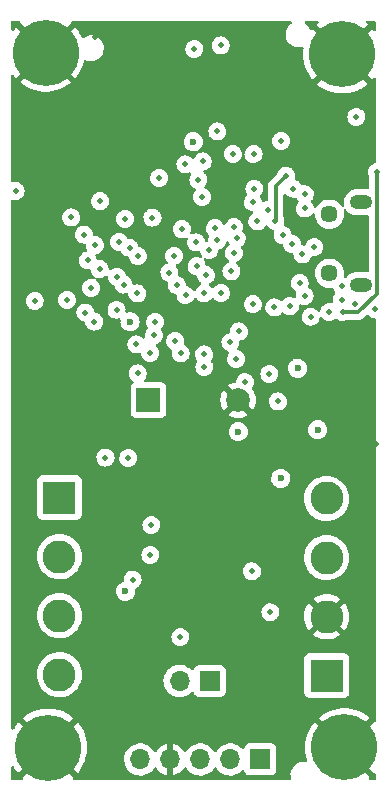
<source format=gbr>
%TF.GenerationSoftware,KiCad,Pcbnew,(6.0.4)*%
%TF.CreationDate,2022-05-08T20:42:15-04:00*%
%TF.ProjectId,STM32_Altimeter_R2,53544d33-325f-4416-9c74-696d65746572,0.1*%
%TF.SameCoordinates,Original*%
%TF.FileFunction,Copper,L2,Inr*%
%TF.FilePolarity,Positive*%
%FSLAX46Y46*%
G04 Gerber Fmt 4.6, Leading zero omitted, Abs format (unit mm)*
G04 Created by KiCad (PCBNEW (6.0.4)) date 2022-05-08 20:42:15*
%MOMM*%
%LPD*%
G01*
G04 APERTURE LIST*
%TA.AperFunction,ComponentPad*%
%ADD10R,1.700000X1.700000*%
%TD*%
%TA.AperFunction,ComponentPad*%
%ADD11O,1.700000X1.700000*%
%TD*%
%TA.AperFunction,ComponentPad*%
%ADD12R,2.800000X2.800000*%
%TD*%
%TA.AperFunction,ComponentPad*%
%ADD13C,2.800000*%
%TD*%
%TA.AperFunction,ComponentPad*%
%ADD14R,2.000000X2.000000*%
%TD*%
%TA.AperFunction,ComponentPad*%
%ADD15C,2.000000*%
%TD*%
%TA.AperFunction,ComponentPad*%
%ADD16C,5.600000*%
%TD*%
%TA.AperFunction,ComponentPad*%
%ADD17C,1.450000*%
%TD*%
%TA.AperFunction,ComponentPad*%
%ADD18O,1.900000X1.200000*%
%TD*%
%TA.AperFunction,ViaPad*%
%ADD19C,0.500000*%
%TD*%
%TA.AperFunction,ViaPad*%
%ADD20C,0.600000*%
%TD*%
%TA.AperFunction,Conductor*%
%ADD21C,0.300000*%
%TD*%
G04 APERTURE END LIST*
D10*
%TO.N,SWCLK*%
%TO.C,J3*%
X53015593Y-104128255D03*
D11*
%TO.N,SWDIO*%
X50475593Y-104128255D03*
%TO.N,NRST*%
X47935593Y-104128255D03*
%TO.N,GND*%
X45395593Y-104128255D03*
%TO.N,+3V3*%
X42855593Y-104128255D03*
%TD*%
D12*
%TO.N,+7.5V*%
%TO.C,J1*%
X36015663Y-81952338D03*
D13*
%TO.N,Pyro_Main*%
X36015663Y-86952338D03*
%TO.N,+7.5V*%
X36015663Y-91952338D03*
%TO.N,Pyro_Dr*%
X36015663Y-96952338D03*
%TD*%
D10*
%TO.N,Net-(J5-Pad1)*%
%TO.C,J5*%
X48723500Y-97490054D03*
D11*
%TO.N,+3V3*%
X46183500Y-97490054D03*
%TD*%
D14*
%TO.N,Net-(BZ1-Pad1)*%
%TO.C,BZ1*%
X43550000Y-73710000D03*
D15*
%TO.N,GND*%
X51150000Y-73710000D03*
%TD*%
D12*
%TO.N,Batt_IN*%
%TO.C,J2*%
X58640194Y-97032033D03*
D13*
%TO.N,GND*%
X58640194Y-92032033D03*
%TO.N,Batt_IN*%
X58640194Y-87032033D03*
%TO.N,+7.5V*%
X58640194Y-82032033D03*
%TD*%
D16*
%TO.N,GND*%
%TO.C,H4*%
X59964242Y-44422692D03*
%TD*%
%TO.N,GND*%
%TO.C,H3*%
X60131487Y-103112347D03*
%TD*%
%TO.N,GND*%
%TO.C,H1*%
X35044552Y-103139760D03*
%TD*%
D17*
%TO.N,unconnected-(J4-Pad6)*%
%TO.C,J4*%
X58867500Y-57960000D03*
D18*
X61567500Y-56960000D03*
D17*
X58867500Y-62960000D03*
D18*
X61567500Y-63960000D03*
%TD*%
D16*
%TO.N,GND*%
%TO.C,H2*%
X34846669Y-44287519D03*
%TD*%
D19*
%TO.N,GND*%
X38400000Y-70400000D03*
X54594295Y-44500000D03*
X38983400Y-75789287D03*
X52269627Y-89712142D03*
X58850822Y-48714258D03*
X32733729Y-79936252D03*
X40426548Y-67018895D03*
X54342624Y-97615531D03*
X44509962Y-48488044D03*
X51628153Y-51759633D03*
X44500000Y-50500000D03*
X51597605Y-83537835D03*
X56000000Y-47500000D03*
X49600000Y-85500000D03*
X33013747Y-82012686D03*
X38500000Y-46000000D03*
X41706288Y-96094514D03*
X56000000Y-44500000D03*
X42000000Y-43000000D03*
X57627915Y-78285349D03*
X38500000Y-55100000D03*
X56099159Y-48825812D03*
X41500000Y-55500000D03*
X61267823Y-48106909D03*
X42695211Y-75747003D03*
X32907263Y-48513349D03*
X34940000Y-69940000D03*
X60214258Y-48701863D03*
X32724902Y-50203221D03*
X49189876Y-100949964D03*
X54860557Y-82617515D03*
X53758063Y-67618062D03*
X51625494Y-85517917D03*
X42000000Y-101000000D03*
X55027888Y-88752980D03*
X43000000Y-48500000D03*
X40500000Y-44500000D03*
X39828464Y-96931169D03*
X44500000Y-53500000D03*
X41180000Y-57120000D03*
X44500000Y-47000000D03*
X44491370Y-51983400D03*
X43000000Y-50500000D03*
X32943109Y-92400840D03*
X39233510Y-100463709D03*
X51563747Y-78628812D03*
X32819160Y-95759853D03*
X42818062Y-54772248D03*
X57665411Y-99640475D03*
X57400621Y-47462376D03*
X57760000Y-61810000D03*
X36856744Y-63972997D03*
X54500000Y-43000000D03*
X54482066Y-95021902D03*
X34719342Y-63619743D03*
X39200000Y-86000000D03*
X39747677Y-69523236D03*
X50990000Y-55560000D03*
X54888446Y-77569701D03*
X43000000Y-53500000D03*
X40500000Y-43000000D03*
X55008473Y-86263912D03*
X61900611Y-87122745D03*
X62845328Y-77447986D03*
X34749614Y-62051791D03*
X39656824Y-103513582D03*
X52000000Y-45500000D03*
X38987531Y-42984059D03*
X56099598Y-102914341D03*
X51879816Y-46962815D03*
X43000000Y-52000000D03*
X51170000Y-43500000D03*
X38400000Y-72100000D03*
X45670000Y-43950000D03*
X43000000Y-47000000D03*
X44500000Y-45500000D03*
X43000000Y-45500000D03*
X38426699Y-48513349D03*
X54720000Y-53520000D03*
X57500000Y-48500000D03*
X33300000Y-53700000D03*
X51323276Y-90357888D03*
X42700000Y-79960269D03*
X57360000Y-72010000D03*
X51766376Y-100198485D03*
X42000000Y-44500000D03*
X38500000Y-53100000D03*
X48260000Y-52470000D03*
X39900000Y-90700000D03*
X56000000Y-46000000D03*
X52976763Y-43000000D03*
X55501992Y-91792825D03*
X44383582Y-100686817D03*
X32837752Y-97953746D03*
X50500000Y-45847276D03*
X43920933Y-76924098D03*
X37587036Y-77847344D03*
X40800000Y-93100000D03*
X36869139Y-62882247D03*
X53029410Y-44308105D03*
X55000000Y-101000000D03*
D20*
%TO.N,+7.5V*%
X54760000Y-80340000D03*
D19*
%TO.N,Pyro_Dr*%
X46258737Y-93783520D03*
%TO.N,+3V3*%
X49660000Y-43680000D03*
D20*
X57877895Y-76200423D03*
D19*
X33920000Y-65310000D03*
X32300000Y-56000000D03*
X38090000Y-59690000D03*
X54790000Y-51760000D03*
D20*
X56170847Y-71000847D03*
D19*
X52395218Y-56940000D03*
X47430000Y-43970000D03*
X41570000Y-58370000D03*
X49380000Y-50960000D03*
D20*
X51160000Y-76380000D03*
D19*
X51200000Y-67890000D03*
%TO.N,Net-(R3-Pad2)*%
X45800000Y-68700000D03*
X42516061Y-68989035D03*
%TO.N,Net-(R2-Pad2)*%
X46274309Y-69746670D03*
X43700000Y-69700000D03*
D20*
%TO.N,Cont_Dr*%
X41600000Y-89900000D03*
X41990000Y-67070500D03*
D19*
%TO.N,Cont_Main*%
X43800000Y-84300000D03*
X41442424Y-63919416D03*
X43710029Y-86811029D03*
X41840000Y-78590000D03*
X39910000Y-78570000D03*
X42200000Y-88900000D03*
X42660000Y-61520000D03*
X38950000Y-67050000D03*
%TO.N,HSE_Out*%
X56780000Y-56280000D03*
X54910000Y-59740000D03*
%TO.N,Net-(J5-Pad1)*%
X53790000Y-71500000D03*
X48280000Y-70910000D03*
X57280000Y-66640000D03*
%TO.N,Fire_Dr*%
X55700000Y-60490000D03*
X56780500Y-57481326D03*
X58860000Y-66240000D03*
X53870000Y-91670000D03*
%TO.N,Fire_Main*%
X52760000Y-58580000D03*
X48700000Y-61010000D03*
X56350000Y-63780000D03*
X54200000Y-65860000D03*
X51020000Y-60020000D03*
X52300000Y-88200000D03*
X50790000Y-61240000D03*
%TO.N,USART1_RX*%
X48096214Y-56500000D03*
%TO.N,USART1_TX*%
X49180000Y-59150000D03*
%TO.N,CS_Flash*%
X50481089Y-68821089D03*
X44020000Y-68200000D03*
%TO.N,SPI1_MISO*%
X38400000Y-61879500D03*
X39010000Y-60590000D03*
%TO.N,SPI1_MOSI*%
X37000000Y-58240000D03*
X39460000Y-56870000D03*
%TO.N,CS_ADXL*%
X38700000Y-64200000D03*
X45320000Y-62909500D03*
X41060000Y-60300000D03*
X48260000Y-64660000D03*
X40843771Y-66049831D03*
X39420000Y-62620000D03*
X49690000Y-64640000D03*
X42600000Y-64670000D03*
%TO.N,CS_Baro*%
X54500000Y-73820000D03*
X51710000Y-72190000D03*
X50970000Y-70210000D03*
%TO.N,HSE_IN*%
X55800000Y-55800000D03*
X50770838Y-59071926D03*
X53630008Y-57609992D03*
X49347173Y-60190741D03*
%TO.N,NRST*%
X48260000Y-69840000D03*
%TO.N,CS_Acc*%
X44460000Y-54900000D03*
X47626919Y-62355906D03*
X46370000Y-59230000D03*
X43890000Y-58250000D03*
X47570000Y-60350000D03*
X47780000Y-55062028D03*
%TO.N,USART3_TX*%
X45710000Y-61480000D03*
X36650000Y-65210000D03*
X45950000Y-63970000D03*
%TO.N,USART3_RX*%
X40880000Y-63280000D03*
X38200000Y-66290000D03*
X41950000Y-60800000D03*
%TO.N,SPI2_SCK*%
X59980000Y-66230000D03*
X61160000Y-49740000D03*
X62900000Y-54390000D03*
%TO.N,SPI2_MISO*%
X54300000Y-58530000D03*
X55200000Y-54700000D03*
X62750000Y-66020000D03*
X59900000Y-65200000D03*
D20*
X47340359Y-51835546D03*
D19*
X46676104Y-53741122D03*
X56580000Y-61370000D03*
%TO.N,SPI2_MOSI*%
X50690000Y-52850000D03*
X52520000Y-55800000D03*
X48140000Y-53490000D03*
X59950000Y-64060000D03*
X61000000Y-65580000D03*
X57590304Y-60749705D03*
X52450000Y-52860000D03*
%TO.N,SWDIO*%
X52400000Y-65590000D03*
%TO.N,SWCLK*%
X56770000Y-64890000D03*
X55530000Y-65760000D03*
%TO.N,Beeper*%
X42636882Y-71443407D03*
X44110989Y-67070000D03*
X46688033Y-64827846D03*
X50570000Y-62800000D03*
X48400980Y-63120000D03*
%TD*%
D21*
%TO.N,SPI2_SCK*%
X62867020Y-64692980D02*
X61280000Y-66280000D01*
X60030000Y-66280000D02*
X59980000Y-66230000D01*
X62867020Y-54422980D02*
X62867020Y-64692980D01*
X62900000Y-54390000D02*
X62867020Y-54422980D01*
X61280000Y-66280000D02*
X60030000Y-66280000D01*
%TO.N,SPI2_MISO*%
X55200000Y-54700000D02*
X54310000Y-55590000D01*
X54310000Y-58520000D02*
X54300000Y-58530000D01*
X54310000Y-55590000D02*
X54310000Y-58520000D01*
%TD*%
%TA.AperFunction,Conductor*%
%TO.N,GND*%
G36*
X32651907Y-41611727D02*
G01*
X32698400Y-41665383D01*
X32708504Y-41735657D01*
X32696444Y-41770174D01*
X32696655Y-41775223D01*
X32701706Y-41783345D01*
X34833859Y-43915499D01*
X34847800Y-43923111D01*
X34849635Y-43922980D01*
X34856249Y-43918729D01*
X36989467Y-41785510D01*
X36997081Y-41771566D01*
X36995236Y-41745763D01*
X36987111Y-41719376D01*
X37006219Y-41650999D01*
X37059260Y-41603807D01*
X37113100Y-41591725D01*
X55568362Y-41591725D01*
X55636483Y-41611727D01*
X55682976Y-41665383D01*
X55693080Y-41735657D01*
X55663586Y-41800237D01*
X55632785Y-41826010D01*
X55604547Y-41842810D01*
X55454692Y-41974229D01*
X55331296Y-42130757D01*
X55328607Y-42135868D01*
X55328605Y-42135871D01*
X55278132Y-42231805D01*
X55238491Y-42307150D01*
X55179385Y-42497502D01*
X55155958Y-42695437D01*
X55157827Y-42723948D01*
X55168994Y-42894328D01*
X55170415Y-42899924D01*
X55170416Y-42899929D01*
X55194063Y-42993037D01*
X55218057Y-43087512D01*
X55220474Y-43092755D01*
X55262389Y-43183675D01*
X55301503Y-43268521D01*
X55304836Y-43273237D01*
X55380380Y-43380129D01*
X55416538Y-43431292D01*
X55559309Y-43570373D01*
X55725035Y-43681108D01*
X55730338Y-43683386D01*
X55730341Y-43683388D01*
X55902859Y-43757507D01*
X55908166Y-43759787D01*
X55980247Y-43776097D01*
X56096932Y-43802501D01*
X56096938Y-43802502D01*
X56102569Y-43803776D01*
X56108340Y-43804003D01*
X56108342Y-43804003D01*
X56169287Y-43806397D01*
X56301732Y-43811601D01*
X56401690Y-43797108D01*
X56493266Y-43783831D01*
X56493271Y-43783830D01*
X56498987Y-43783001D01*
X56504460Y-43781143D01*
X56504465Y-43781142D01*
X56530872Y-43772178D01*
X56601807Y-43769222D01*
X56663080Y-43805086D01*
X56695236Y-43868382D01*
X56695645Y-43912287D01*
X56672592Y-44050046D01*
X56671833Y-44056818D01*
X56651599Y-44407729D01*
X56651575Y-44414524D01*
X56669359Y-44765585D01*
X56670069Y-44772341D01*
X56725662Y-45119415D01*
X56727101Y-45126070D01*
X56819850Y-45465102D01*
X56821999Y-45471563D01*
X56950823Y-45798604D01*
X56953654Y-45804787D01*
X57117045Y-46116002D01*
X57120528Y-46121844D01*
X57316572Y-46413588D01*
X57320675Y-46419032D01*
X57440667Y-46561528D01*
X57453406Y-46569971D01*
X57463850Y-46563873D01*
X59592222Y-44435502D01*
X59599834Y-44421561D01*
X59599703Y-44419726D01*
X59595452Y-44413112D01*
X57465234Y-42282895D01*
X57451697Y-42275503D01*
X57441995Y-42282292D01*
X57435760Y-42289591D01*
X57376309Y-42328399D01*
X57305314Y-42328905D01*
X57245316Y-42290948D01*
X57226944Y-42263487D01*
X57175936Y-42160051D01*
X57175933Y-42160047D01*
X57173381Y-42154871D01*
X57168772Y-42148698D01*
X57057581Y-41999797D01*
X57054124Y-41995167D01*
X56907761Y-41859870D01*
X56851365Y-41824287D01*
X56804427Y-41771021D01*
X56793737Y-41700833D01*
X56822691Y-41636009D01*
X56882096Y-41597129D01*
X56918600Y-41591725D01*
X57847935Y-41591725D01*
X57916056Y-41611727D01*
X57962549Y-41665383D01*
X57972653Y-41735657D01*
X57943159Y-41800237D01*
X57923939Y-41818221D01*
X57828650Y-41890288D01*
X57823453Y-41894679D01*
X57822214Y-41895847D01*
X57814192Y-41909554D01*
X57814228Y-41910396D01*
X57819279Y-41918518D01*
X59951432Y-44050672D01*
X59965373Y-44058284D01*
X59967208Y-44058153D01*
X59973822Y-44053902D01*
X62107040Y-41920683D01*
X62114654Y-41906739D01*
X62114586Y-41905781D01*
X62110078Y-41898964D01*
X62108668Y-41897764D01*
X62003904Y-41817955D01*
X61961837Y-41760763D01*
X61957368Y-41689907D01*
X61991916Y-41627883D01*
X62054512Y-41594384D01*
X62080259Y-41591725D01*
X62686557Y-41591725D01*
X62754678Y-41611727D01*
X62801171Y-41665383D01*
X62812557Y-41717725D01*
X62812557Y-42323420D01*
X62792555Y-42391541D01*
X62738899Y-42438034D01*
X62668625Y-42448138D01*
X62604045Y-42418644D01*
X62590461Y-42404916D01*
X62487807Y-42283871D01*
X62474982Y-42275435D01*
X62464658Y-42281487D01*
X60336262Y-44409882D01*
X60328650Y-44423823D01*
X60328781Y-44425658D01*
X60333032Y-44432272D01*
X62463251Y-46562490D01*
X62476847Y-46569915D01*
X62486460Y-46563214D01*
X62588986Y-46444017D01*
X62589608Y-46444552D01*
X62644135Y-46404880D01*
X62715013Y-46400779D01*
X62776856Y-46435649D01*
X62810031Y-46498418D01*
X62812557Y-46523524D01*
X62812557Y-53528269D01*
X62792555Y-53596390D01*
X62738899Y-53642883D01*
X62727162Y-53647547D01*
X62581673Y-53697075D01*
X62581670Y-53697076D01*
X62575003Y-53699346D01*
X62569005Y-53703036D01*
X62569003Y-53703037D01*
X62436065Y-53784821D01*
X62436063Y-53784823D01*
X62430066Y-53788512D01*
X62308486Y-53907573D01*
X62304675Y-53913487D01*
X62304673Y-53913489D01*
X62240518Y-54013037D01*
X62216304Y-54050610D01*
X62200826Y-54093136D01*
X62166553Y-54187301D01*
X62158103Y-54210516D01*
X62136775Y-54379343D01*
X62153381Y-54548699D01*
X62155605Y-54555384D01*
X62155605Y-54555385D01*
X62202078Y-54695088D01*
X62208520Y-54734860D01*
X62208520Y-55734398D01*
X62188518Y-55802519D01*
X62134862Y-55849012D01*
X62058371Y-55858062D01*
X62026163Y-55851772D01*
X62020601Y-55851500D01*
X61164654Y-55851500D01*
X61006934Y-55866548D01*
X60803966Y-55926092D01*
X60798639Y-55928836D01*
X60798638Y-55928836D01*
X60621251Y-56020196D01*
X60621248Y-56020198D01*
X60615920Y-56022942D01*
X60449580Y-56153604D01*
X60445648Y-56158135D01*
X60445645Y-56158138D01*
X60330667Y-56290639D01*
X60310948Y-56313363D01*
X60307948Y-56318549D01*
X60307945Y-56318553D01*
X60256205Y-56407990D01*
X60205027Y-56496454D01*
X60135639Y-56696271D01*
X60134778Y-56702206D01*
X60134778Y-56702208D01*
X60107429Y-56890834D01*
X60105287Y-56905604D01*
X60115067Y-57116899D01*
X60116471Y-57122724D01*
X60116471Y-57122725D01*
X60133491Y-57193347D01*
X60130006Y-57264258D01*
X60088737Y-57322028D01*
X60022786Y-57348315D01*
X59953093Y-57334774D01*
X59907785Y-57295139D01*
X59819184Y-57168604D01*
X59819182Y-57168601D01*
X59816025Y-57164093D01*
X59663407Y-57011475D01*
X59633651Y-56990639D01*
X59585594Y-56956990D01*
X59486606Y-56887677D01*
X59481624Y-56885354D01*
X59481619Y-56885351D01*
X59295975Y-56798784D01*
X59295974Y-56798783D01*
X59290993Y-56796461D01*
X59285685Y-56795039D01*
X59285683Y-56795038D01*
X59087828Y-56742023D01*
X59087826Y-56742023D01*
X59082513Y-56740599D01*
X58867500Y-56721788D01*
X58652487Y-56740599D01*
X58647174Y-56742023D01*
X58647172Y-56742023D01*
X58449317Y-56795038D01*
X58449315Y-56795039D01*
X58444007Y-56796461D01*
X58439026Y-56798783D01*
X58439025Y-56798784D01*
X58253381Y-56885351D01*
X58253376Y-56885354D01*
X58248394Y-56887677D01*
X58149406Y-56956990D01*
X58101350Y-56990639D01*
X58071593Y-57011475D01*
X57918975Y-57164093D01*
X57915818Y-57168601D01*
X57915816Y-57168604D01*
X57895722Y-57197301D01*
X57795177Y-57340894D01*
X57792852Y-57345881D01*
X57792848Y-57345887D01*
X57769286Y-57396415D01*
X57722369Y-57449700D01*
X57654091Y-57469160D01*
X57586132Y-57448618D01*
X57540066Y-57394594D01*
X57529877Y-57357208D01*
X57529604Y-57354768D01*
X57524831Y-57312218D01*
X57518884Y-57295139D01*
X57492335Y-57218902D01*
X57468868Y-57151515D01*
X57462883Y-57141936D01*
X57429261Y-57088132D01*
X57378692Y-57007205D01*
X57365553Y-56993974D01*
X57341824Y-56970078D01*
X57308017Y-56907647D01*
X57313330Y-56836850D01*
X57344338Y-56790050D01*
X57356148Y-56778803D01*
X57364721Y-56770639D01*
X57375845Y-56753897D01*
X57442397Y-56653727D01*
X57458891Y-56628902D01*
X57519319Y-56469825D01*
X57543001Y-56301313D01*
X57543150Y-56290639D01*
X57543244Y-56283961D01*
X57543244Y-56283955D01*
X57543299Y-56280000D01*
X57524331Y-56110892D01*
X57468368Y-55950189D01*
X57378192Y-55805879D01*
X57368735Y-55796355D01*
X57263248Y-55690129D01*
X57258286Y-55685132D01*
X57245230Y-55676846D01*
X57183846Y-55637891D01*
X57114608Y-55593951D01*
X56954300Y-55536868D01*
X56785329Y-55516720D01*
X56778326Y-55517456D01*
X56778325Y-55517456D01*
X56616093Y-55534507D01*
X56615890Y-55532573D01*
X56554683Y-55528329D01*
X56497756Y-55485905D01*
X56488578Y-55470793D01*
X56488368Y-55470189D01*
X56484637Y-55464218D01*
X56484635Y-55464214D01*
X56434990Y-55384768D01*
X56398192Y-55325879D01*
X56278286Y-55205132D01*
X56262039Y-55194821D01*
X56202710Y-55157170D01*
X56134608Y-55113951D01*
X56008804Y-55069154D01*
X55951341Y-55027461D01*
X55925541Y-54961319D01*
X55933284Y-54905712D01*
X55936816Y-54896414D01*
X55939319Y-54889825D01*
X55963001Y-54721313D01*
X55963299Y-54700000D01*
X55944331Y-54530892D01*
X55934833Y-54503616D01*
X55911188Y-54435718D01*
X55888368Y-54370189D01*
X55882383Y-54360610D01*
X55829279Y-54275628D01*
X55798192Y-54225879D01*
X55785440Y-54213037D01*
X55683248Y-54110129D01*
X55678286Y-54105132D01*
X55662039Y-54094821D01*
X55618693Y-54067313D01*
X55534608Y-54013951D01*
X55374300Y-53956868D01*
X55205329Y-53936720D01*
X55198326Y-53937456D01*
X55198325Y-53937456D01*
X55043101Y-53953770D01*
X55043097Y-53953771D01*
X55036093Y-53954507D01*
X55029422Y-53956778D01*
X54881673Y-54007075D01*
X54881670Y-54007076D01*
X54875003Y-54009346D01*
X54869005Y-54013036D01*
X54869003Y-54013037D01*
X54736065Y-54094821D01*
X54736063Y-54094823D01*
X54730066Y-54098512D01*
X54673639Y-54153770D01*
X54614600Y-54211586D01*
X54608486Y-54217573D01*
X54604675Y-54223487D01*
X54604673Y-54223489D01*
X54543246Y-54318804D01*
X54516304Y-54360610D01*
X54510710Y-54375979D01*
X54473309Y-54478737D01*
X54444003Y-54524737D01*
X53902395Y-55066345D01*
X53893615Y-55074335D01*
X53893613Y-55074337D01*
X53886920Y-55078584D01*
X53881494Y-55084362D01*
X53881493Y-55084363D01*
X53838396Y-55130257D01*
X53835641Y-55133099D01*
X53815073Y-55153667D01*
X53812356Y-55157170D01*
X53804648Y-55166195D01*
X53773028Y-55199867D01*
X53769207Y-55206818D01*
X53769206Y-55206819D01*
X53762697Y-55218658D01*
X53751843Y-55235182D01*
X53744327Y-55244873D01*
X53738696Y-55252132D01*
X53735549Y-55259404D01*
X53735548Y-55259406D01*
X53720346Y-55294535D01*
X53715124Y-55305195D01*
X53703753Y-55325879D01*
X53692876Y-55345663D01*
X53687541Y-55366441D01*
X53681142Y-55385131D01*
X53672620Y-55404824D01*
X53671380Y-55412655D01*
X53665394Y-55450448D01*
X53662987Y-55462071D01*
X53651500Y-55506812D01*
X53651500Y-55528259D01*
X53649949Y-55547969D01*
X53646594Y-55569152D01*
X53647976Y-55583767D01*
X53650941Y-55615138D01*
X53651500Y-55626996D01*
X53651500Y-56731562D01*
X53631498Y-56799683D01*
X53577842Y-56846176D01*
X53538671Y-56856872D01*
X53523985Y-56858415D01*
X53473109Y-56863762D01*
X53473105Y-56863763D01*
X53466101Y-56864499D01*
X53459430Y-56866770D01*
X53310025Y-56917631D01*
X53239093Y-56920649D01*
X53177789Y-56884839D01*
X53145577Y-56821570D01*
X53144205Y-56812399D01*
X53140334Y-56777890D01*
X53140334Y-56777889D01*
X53139549Y-56770892D01*
X53136625Y-56762494D01*
X53100479Y-56658699D01*
X53083586Y-56610189D01*
X53079855Y-56604218D01*
X53079851Y-56604210D01*
X53020742Y-56509619D01*
X53001605Y-56441250D01*
X53022470Y-56373388D01*
X53040703Y-56351602D01*
X53104721Y-56290639D01*
X53116148Y-56273441D01*
X53184748Y-56170189D01*
X53198891Y-56148902D01*
X53259319Y-55989825D01*
X53283001Y-55821313D01*
X53283299Y-55800000D01*
X53264331Y-55630892D01*
X53250620Y-55591518D01*
X53235454Y-55547969D01*
X53208368Y-55470189D01*
X53202383Y-55460610D01*
X53154990Y-55384768D01*
X53118192Y-55325879D01*
X52998286Y-55205132D01*
X52982039Y-55194821D01*
X52922710Y-55157170D01*
X52854608Y-55113951D01*
X52694300Y-55056868D01*
X52525329Y-55036720D01*
X52518326Y-55037456D01*
X52518325Y-55037456D01*
X52363101Y-55053770D01*
X52363097Y-55053771D01*
X52356093Y-55054507D01*
X52349422Y-55056778D01*
X52201673Y-55107075D01*
X52201670Y-55107076D01*
X52195003Y-55109346D01*
X52189005Y-55113036D01*
X52189003Y-55113037D01*
X52056065Y-55194821D01*
X52056063Y-55194823D01*
X52050066Y-55198512D01*
X51995312Y-55252132D01*
X51934600Y-55311586D01*
X51928486Y-55317573D01*
X51924675Y-55323487D01*
X51924673Y-55323489D01*
X51872256Y-55404824D01*
X51836304Y-55460610D01*
X51826287Y-55488132D01*
X51786553Y-55597301D01*
X51778103Y-55620516D01*
X51756775Y-55789343D01*
X51773381Y-55958699D01*
X51827094Y-56120167D01*
X51830741Y-56126189D01*
X51830742Y-56126191D01*
X51894921Y-56232163D01*
X51913100Y-56300792D01*
X51891290Y-56368356D01*
X51875303Y-56387457D01*
X51866703Y-56395879D01*
X51803704Y-56457573D01*
X51799893Y-56463487D01*
X51799891Y-56463489D01*
X51742740Y-56552170D01*
X51711522Y-56600610D01*
X51692189Y-56653727D01*
X51660745Y-56740120D01*
X51653321Y-56760516D01*
X51631993Y-56929343D01*
X51648599Y-57098699D01*
X51650823Y-57105384D01*
X51650823Y-57105385D01*
X51665185Y-57148558D01*
X51702312Y-57260167D01*
X51705959Y-57266189D01*
X51705960Y-57266191D01*
X51759605Y-57354768D01*
X51790464Y-57405723D01*
X51908673Y-57528132D01*
X51963410Y-57563951D01*
X52042233Y-57615531D01*
X52051064Y-57621310D01*
X52057668Y-57623766D01*
X52057670Y-57623767D01*
X52130811Y-57650968D01*
X52210559Y-57680626D01*
X52263644Y-57687709D01*
X52323061Y-57695637D01*
X52387938Y-57724473D01*
X52426926Y-57783806D01*
X52427647Y-57854799D01*
X52389872Y-57914912D01*
X52372419Y-57927848D01*
X52296065Y-57974821D01*
X52296063Y-57974823D01*
X52290066Y-57978512D01*
X52285033Y-57983441D01*
X52188978Y-58077506D01*
X52168486Y-58097573D01*
X52164675Y-58103487D01*
X52164673Y-58103489D01*
X52083565Y-58229343D01*
X52076304Y-58240610D01*
X52068769Y-58261313D01*
X52022486Y-58388475D01*
X52018103Y-58400516D01*
X51996775Y-58569343D01*
X52013381Y-58738699D01*
X52067094Y-58900167D01*
X52070741Y-58906189D01*
X52070742Y-58906191D01*
X52147131Y-59032323D01*
X52155246Y-59045723D01*
X52273455Y-59168132D01*
X52279351Y-59171990D01*
X52405863Y-59254777D01*
X52415846Y-59261310D01*
X52422450Y-59263766D01*
X52422452Y-59263767D01*
X52458844Y-59277301D01*
X52575341Y-59320626D01*
X52744015Y-59343132D01*
X52751026Y-59342494D01*
X52751030Y-59342494D01*
X52906462Y-59328348D01*
X52913483Y-59327709D01*
X52920185Y-59325531D01*
X52920187Y-59325531D01*
X53068623Y-59277301D01*
X53068626Y-59277300D01*
X53075322Y-59275124D01*
X53221490Y-59187990D01*
X53226584Y-59183139D01*
X53226588Y-59183136D01*
X53294848Y-59118132D01*
X53344721Y-59070639D01*
X53350947Y-59061269D01*
X53438891Y-58928902D01*
X53440196Y-58929769D01*
X53483401Y-58884349D01*
X53552377Y-58867530D01*
X53619496Y-58890671D01*
X53654306Y-58928123D01*
X53690780Y-58988348D01*
X53695246Y-58995723D01*
X53813455Y-59118132D01*
X53862352Y-59150129D01*
X53912792Y-59183136D01*
X53955846Y-59211310D01*
X53962450Y-59213766D01*
X53962452Y-59213767D01*
X54007782Y-59230625D01*
X54115341Y-59270626D01*
X54122327Y-59271558D01*
X54124937Y-59272209D01*
X54186195Y-59308097D01*
X54218326Y-59371407D01*
X54212855Y-59437561D01*
X54179978Y-59527891D01*
X54168103Y-59560516D01*
X54146775Y-59729343D01*
X54163381Y-59898699D01*
X54217094Y-60060167D01*
X54220741Y-60066189D01*
X54220742Y-60066191D01*
X54296173Y-60190741D01*
X54305246Y-60205723D01*
X54423455Y-60328132D01*
X54449729Y-60345325D01*
X54539993Y-60404392D01*
X54565846Y-60421310D01*
X54572450Y-60423766D01*
X54572452Y-60423767D01*
X54609941Y-60437709D01*
X54725341Y-60480626D01*
X54840717Y-60496021D01*
X54905593Y-60524855D01*
X54944581Y-60584189D01*
X54949451Y-60608618D01*
X54953381Y-60648699D01*
X54955605Y-60655384D01*
X54955605Y-60655385D01*
X54964252Y-60681380D01*
X55007094Y-60810167D01*
X55010741Y-60816189D01*
X55010742Y-60816191D01*
X55089430Y-60946119D01*
X55095246Y-60955723D01*
X55213455Y-61078132D01*
X55265516Y-61112200D01*
X55333743Y-61156846D01*
X55355846Y-61171310D01*
X55362450Y-61173766D01*
X55362452Y-61173767D01*
X55414534Y-61193136D01*
X55515341Y-61230626D01*
X55684015Y-61253132D01*
X55691032Y-61252493D01*
X55694690Y-61252570D01*
X55762377Y-61273993D01*
X55807737Y-61328609D01*
X55817452Y-61366245D01*
X55833381Y-61528699D01*
X55835605Y-61535384D01*
X55835605Y-61535385D01*
X55843735Y-61559825D01*
X55887094Y-61690167D01*
X55890741Y-61696189D01*
X55890742Y-61696191D01*
X55970649Y-61828132D01*
X55975246Y-61835723D01*
X56093455Y-61958132D01*
X56143357Y-61990787D01*
X56226028Y-62044885D01*
X56235846Y-62051310D01*
X56242450Y-62053766D01*
X56242452Y-62053767D01*
X56315593Y-62080968D01*
X56395341Y-62110626D01*
X56564015Y-62133132D01*
X56571026Y-62132494D01*
X56571030Y-62132494D01*
X56726462Y-62118348D01*
X56733483Y-62117709D01*
X56740185Y-62115531D01*
X56740187Y-62115531D01*
X56888623Y-62067301D01*
X56888626Y-62067300D01*
X56895322Y-62065124D01*
X57041490Y-61977990D01*
X57046584Y-61973139D01*
X57046588Y-61973136D01*
X57136328Y-61887677D01*
X57164721Y-61860639D01*
X57170731Y-61851594D01*
X57232683Y-61758348D01*
X57258891Y-61718902D01*
X57313145Y-61576078D01*
X57356034Y-61519500D01*
X57422702Y-61495091D01*
X57447597Y-61495929D01*
X57498034Y-61502658D01*
X57574319Y-61512837D01*
X57581330Y-61512199D01*
X57581334Y-61512199D01*
X57736766Y-61498053D01*
X57743787Y-61497414D01*
X57750489Y-61495236D01*
X57750491Y-61495236D01*
X57898927Y-61447006D01*
X57898930Y-61447005D01*
X57905626Y-61444829D01*
X58051794Y-61357695D01*
X58056888Y-61352844D01*
X58056892Y-61352841D01*
X58131788Y-61281518D01*
X58175025Y-61240344D01*
X58180863Y-61231558D01*
X58234924Y-61150189D01*
X58269195Y-61098607D01*
X58329623Y-60939530D01*
X58353305Y-60771018D01*
X58353603Y-60749705D01*
X58334635Y-60580597D01*
X58315224Y-60524855D01*
X58294514Y-60465385D01*
X58278672Y-60419894D01*
X58272687Y-60410315D01*
X58245632Y-60367020D01*
X58188496Y-60275584D01*
X58182312Y-60269356D01*
X58114786Y-60201357D01*
X58068590Y-60154837D01*
X58060496Y-60149700D01*
X57999325Y-60110880D01*
X57924912Y-60063656D01*
X57764604Y-60006573D01*
X57595633Y-59986425D01*
X57588630Y-59987161D01*
X57588629Y-59987161D01*
X57433405Y-60003475D01*
X57433401Y-60003476D01*
X57426397Y-60004212D01*
X57419726Y-60006483D01*
X57271977Y-60056780D01*
X57271974Y-60056781D01*
X57265307Y-60059051D01*
X57259309Y-60062741D01*
X57259307Y-60062742D01*
X57126369Y-60144526D01*
X57126367Y-60144528D01*
X57120370Y-60148217D01*
X57089243Y-60178699D01*
X57015471Y-60250943D01*
X56998790Y-60267278D01*
X56994978Y-60273193D01*
X56931051Y-60372388D01*
X56906608Y-60410315D01*
X56904199Y-60416935D01*
X56904196Y-60416940D01*
X56858889Y-60541422D01*
X56816795Y-60598594D01*
X56750474Y-60623932D01*
X56725570Y-60623442D01*
X56623848Y-60611313D01*
X56585329Y-60606720D01*
X56585264Y-60606727D01*
X56519927Y-60587046D01*
X56473810Y-60533067D01*
X56463489Y-60489979D01*
X56463299Y-60490000D01*
X56463127Y-60488470D01*
X56462820Y-60485723D01*
X56445116Y-60327891D01*
X56444331Y-60320892D01*
X56433345Y-60289343D01*
X56399007Y-60190741D01*
X56388368Y-60160189D01*
X56298192Y-60015879D01*
X56291300Y-60008938D01*
X56224374Y-59941543D01*
X56178286Y-59895132D01*
X56157364Y-59881854D01*
X56089811Y-59838984D01*
X56034608Y-59803951D01*
X55874300Y-59746868D01*
X55801036Y-59738132D01*
X55770519Y-59734493D01*
X55705246Y-59706566D01*
X55665433Y-59647782D01*
X55660223Y-59623423D01*
X55659585Y-59617730D01*
X55654331Y-59570892D01*
X55648369Y-59553770D01*
X55603572Y-59425132D01*
X55598368Y-59410189D01*
X55592383Y-59400610D01*
X55557437Y-59344687D01*
X55508192Y-59265879D01*
X55493728Y-59251313D01*
X55393248Y-59150129D01*
X55388286Y-59145132D01*
X55368144Y-59132349D01*
X55293251Y-59084821D01*
X55244608Y-59053951D01*
X55114804Y-59007730D01*
X55090942Y-58999233D01*
X55090941Y-58999233D01*
X55084300Y-58996868D01*
X55083921Y-58996823D01*
X55024463Y-58963097D01*
X54991449Y-58900243D01*
X54997198Y-58830709D01*
X55033643Y-58734768D01*
X55039319Y-58719825D01*
X55063001Y-58551313D01*
X55063299Y-58530000D01*
X55044331Y-58360892D01*
X54988368Y-58200189D01*
X54984635Y-58194215D01*
X54981589Y-58187857D01*
X54984101Y-58186654D01*
X54968500Y-58132263D01*
X54968500Y-56340123D01*
X54988502Y-56272002D01*
X55042158Y-56225509D01*
X55112432Y-56215405D01*
X55177012Y-56244899D01*
X55192700Y-56261519D01*
X55195246Y-56265723D01*
X55200140Y-56270790D01*
X55200140Y-56270791D01*
X55219307Y-56290639D01*
X55313455Y-56388132D01*
X55343801Y-56407990D01*
X55428613Y-56463489D01*
X55455846Y-56481310D01*
X55462450Y-56483766D01*
X55462452Y-56483767D01*
X55511807Y-56502122D01*
X55615341Y-56540626D01*
X55784015Y-56563132D01*
X55791026Y-56562494D01*
X55791030Y-56562494D01*
X55868749Y-56555421D01*
X55953483Y-56547709D01*
X55957624Y-56546363D01*
X56027315Y-56552170D01*
X56083648Y-56595381D01*
X56089673Y-56604426D01*
X56119531Y-56653727D01*
X56170672Y-56738170D01*
X56175246Y-56745723D01*
X56204000Y-56775499D01*
X56220664Y-56792755D01*
X56253596Y-56855652D01*
X56247296Y-56926368D01*
X56218185Y-56970305D01*
X56188986Y-56998899D01*
X56185175Y-57004813D01*
X56185173Y-57004815D01*
X56121809Y-57103136D01*
X56096804Y-57141936D01*
X56094394Y-57148558D01*
X56053032Y-57262200D01*
X56038603Y-57301842D01*
X56017275Y-57470669D01*
X56033881Y-57640025D01*
X56036105Y-57646710D01*
X56036105Y-57646711D01*
X56052381Y-57695637D01*
X56087594Y-57801493D01*
X56091241Y-57807515D01*
X56091242Y-57807517D01*
X56163511Y-57926846D01*
X56175746Y-57947049D01*
X56293955Y-58069458D01*
X56436346Y-58162636D01*
X56442950Y-58165092D01*
X56442952Y-58165093D01*
X56479344Y-58178627D01*
X56595841Y-58221952D01*
X56764515Y-58244458D01*
X56771526Y-58243820D01*
X56771530Y-58243820D01*
X56926962Y-58229674D01*
X56933983Y-58229035D01*
X56940685Y-58226857D01*
X56940687Y-58226857D01*
X57089123Y-58178627D01*
X57089126Y-58178626D01*
X57095822Y-58176450D01*
X57241990Y-58089316D01*
X57247084Y-58084465D01*
X57247088Y-58084462D01*
X57353170Y-57983441D01*
X57365221Y-57971965D01*
X57400377Y-57919051D01*
X57454733Y-57873382D01*
X57525153Y-57864349D01*
X57589277Y-57894822D01*
X57626747Y-57955126D01*
X57630845Y-57977797D01*
X57648099Y-58175013D01*
X57649523Y-58180326D01*
X57649523Y-58180328D01*
X57700346Y-58370000D01*
X57703961Y-58383493D01*
X57706283Y-58388474D01*
X57706284Y-58388475D01*
X57792851Y-58574119D01*
X57792854Y-58574124D01*
X57795177Y-58579106D01*
X57827187Y-58624821D01*
X57911687Y-58745498D01*
X57918975Y-58755907D01*
X58071593Y-58908525D01*
X58076101Y-58911682D01*
X58076104Y-58911684D01*
X58129730Y-58949233D01*
X58248394Y-59032323D01*
X58253376Y-59034646D01*
X58253381Y-59034649D01*
X58432875Y-59118348D01*
X58444007Y-59123539D01*
X58449315Y-59124961D01*
X58449317Y-59124962D01*
X58647172Y-59177977D01*
X58647174Y-59177977D01*
X58652487Y-59179401D01*
X58867500Y-59198212D01*
X59082513Y-59179401D01*
X59087826Y-59177977D01*
X59087828Y-59177977D01*
X59285683Y-59124962D01*
X59285685Y-59124961D01*
X59290993Y-59123539D01*
X59302125Y-59118348D01*
X59481619Y-59034649D01*
X59481624Y-59034646D01*
X59486606Y-59032323D01*
X59605270Y-58949233D01*
X59658896Y-58911684D01*
X59658899Y-58911682D01*
X59663407Y-58908525D01*
X59816025Y-58755907D01*
X59823314Y-58745498D01*
X59907813Y-58624821D01*
X59939823Y-58579106D01*
X59942146Y-58574124D01*
X59942149Y-58574119D01*
X60028716Y-58388475D01*
X60028717Y-58388474D01*
X60031039Y-58383493D01*
X60034655Y-58370000D01*
X60085477Y-58180328D01*
X60085477Y-58180326D01*
X60086901Y-58175013D01*
X60105712Y-57960000D01*
X60086901Y-57744987D01*
X60071559Y-57687730D01*
X60069278Y-57679216D01*
X60070968Y-57608239D01*
X60110762Y-57549444D01*
X60176027Y-57521496D01*
X60246040Y-57533270D01*
X60293754Y-57573704D01*
X60374554Y-57687611D01*
X60527350Y-57833881D01*
X60705048Y-57948620D01*
X60721192Y-57955126D01*
X60895668Y-58025442D01*
X60895671Y-58025443D01*
X60901237Y-58027686D01*
X61108837Y-58068228D01*
X61114399Y-58068500D01*
X61970346Y-58068500D01*
X62070553Y-58058939D01*
X62140265Y-58072380D01*
X62191644Y-58121377D01*
X62208520Y-58184369D01*
X62208520Y-62734398D01*
X62188518Y-62802519D01*
X62134862Y-62849012D01*
X62058371Y-62858062D01*
X62026163Y-62851772D01*
X62020601Y-62851500D01*
X61164654Y-62851500D01*
X61006934Y-62866548D01*
X60803966Y-62926092D01*
X60798639Y-62928836D01*
X60798638Y-62928836D01*
X60621251Y-63020196D01*
X60621248Y-63020198D01*
X60615920Y-63022942D01*
X60449580Y-63153604D01*
X60320949Y-63301838D01*
X60261198Y-63340177D01*
X60183522Y-63337956D01*
X60164991Y-63331357D01*
X60107529Y-63289665D01*
X60081728Y-63223522D01*
X60085043Y-63185835D01*
X60084522Y-63185743D01*
X60085477Y-63180328D01*
X60086901Y-63175013D01*
X60105712Y-62960000D01*
X60086901Y-62744987D01*
X60085477Y-62739672D01*
X60032462Y-62541817D01*
X60032461Y-62541815D01*
X60031039Y-62536507D01*
X60025735Y-62525132D01*
X59942149Y-62345881D01*
X59942146Y-62345876D01*
X59939823Y-62340894D01*
X59853282Y-62217301D01*
X59819184Y-62168604D01*
X59819182Y-62168601D01*
X59816025Y-62164093D01*
X59663407Y-62011475D01*
X59653829Y-62004768D01*
X59558089Y-61937730D01*
X59486606Y-61887677D01*
X59481624Y-61885354D01*
X59481619Y-61885351D01*
X59295975Y-61798784D01*
X59295974Y-61798783D01*
X59290993Y-61796461D01*
X59285685Y-61795039D01*
X59285683Y-61795038D01*
X59087828Y-61742023D01*
X59087826Y-61742023D01*
X59082513Y-61740599D01*
X58867500Y-61721788D01*
X58652487Y-61740599D01*
X58647174Y-61742023D01*
X58647172Y-61742023D01*
X58449317Y-61795038D01*
X58449315Y-61795039D01*
X58444007Y-61796461D01*
X58439026Y-61798783D01*
X58439025Y-61798784D01*
X58253381Y-61885351D01*
X58253376Y-61885354D01*
X58248394Y-61887677D01*
X58176911Y-61937730D01*
X58081172Y-62004768D01*
X58071593Y-62011475D01*
X57918975Y-62164093D01*
X57915818Y-62168601D01*
X57915816Y-62168604D01*
X57881718Y-62217301D01*
X57795177Y-62340894D01*
X57792854Y-62345876D01*
X57792851Y-62345881D01*
X57709265Y-62525132D01*
X57703961Y-62536507D01*
X57702539Y-62541815D01*
X57702538Y-62541817D01*
X57649523Y-62739672D01*
X57648099Y-62744987D01*
X57629288Y-62960000D01*
X57648099Y-63175013D01*
X57649523Y-63180326D01*
X57649523Y-63180328D01*
X57701721Y-63375132D01*
X57703961Y-63383493D01*
X57706283Y-63388474D01*
X57706284Y-63388475D01*
X57792851Y-63574119D01*
X57792854Y-63574124D01*
X57795177Y-63579106D01*
X57815063Y-63607506D01*
X57915055Y-63750308D01*
X57918975Y-63755907D01*
X58071593Y-63908525D01*
X58076101Y-63911682D01*
X58076104Y-63911684D01*
X58135162Y-63953037D01*
X58248394Y-64032323D01*
X58253376Y-64034646D01*
X58253381Y-64034649D01*
X58406804Y-64106191D01*
X58444007Y-64123539D01*
X58449315Y-64124961D01*
X58449317Y-64124962D01*
X58647172Y-64177977D01*
X58647174Y-64177977D01*
X58652487Y-64179401D01*
X58867500Y-64198212D01*
X59077085Y-64179876D01*
X59077086Y-64179876D01*
X59082513Y-64179401D01*
X59082608Y-64180491D01*
X59147629Y-64187740D01*
X59202735Y-64232505D01*
X59218511Y-64264183D01*
X59257094Y-64380167D01*
X59260741Y-64386189D01*
X59260742Y-64386191D01*
X59340009Y-64517075D01*
X59345246Y-64525723D01*
X59346690Y-64527218D01*
X59371694Y-64591562D01*
X59357550Y-64661135D01*
X59334307Y-64692287D01*
X59308486Y-64717573D01*
X59304675Y-64723487D01*
X59304673Y-64723489D01*
X59227157Y-64843770D01*
X59216304Y-64860610D01*
X59204165Y-64893961D01*
X59166957Y-64996191D01*
X59158103Y-65020516D01*
X59136775Y-65189343D01*
X59148273Y-65306609D01*
X59153205Y-65356905D01*
X59139946Y-65426653D01*
X59091083Y-65478160D01*
X59022131Y-65495073D01*
X59012894Y-65494316D01*
X58865329Y-65476720D01*
X58858326Y-65477456D01*
X58858325Y-65477456D01*
X58703101Y-65493770D01*
X58703097Y-65493771D01*
X58696093Y-65494507D01*
X58689422Y-65496778D01*
X58541673Y-65547075D01*
X58541670Y-65547076D01*
X58535003Y-65549346D01*
X58529005Y-65553036D01*
X58529003Y-65553037D01*
X58396065Y-65634821D01*
X58396063Y-65634823D01*
X58390066Y-65638512D01*
X58321663Y-65705498D01*
X58306834Y-65720020D01*
X58268486Y-65757573D01*
X58264675Y-65763487D01*
X58264673Y-65763489D01*
X58181167Y-65893064D01*
X58176304Y-65900610D01*
X58155993Y-65956414D01*
X58121884Y-66050129D01*
X58118103Y-66060516D01*
X58117220Y-66067506D01*
X58111034Y-66116472D01*
X58082652Y-66181549D01*
X58023592Y-66220950D01*
X57952606Y-66222167D01*
X57892231Y-66184812D01*
X57886510Y-66177206D01*
X57886300Y-66177373D01*
X57881925Y-66171853D01*
X57878192Y-66165879D01*
X57758286Y-66045132D01*
X57742039Y-66034821D01*
X57643827Y-65972494D01*
X57614608Y-65953951D01*
X57454300Y-65896868D01*
X57285329Y-65876720D01*
X57278326Y-65877456D01*
X57278325Y-65877456D01*
X57123101Y-65893770D01*
X57123097Y-65893771D01*
X57116093Y-65894507D01*
X57109422Y-65896778D01*
X56961673Y-65947075D01*
X56961670Y-65947076D01*
X56955003Y-65949346D01*
X56949005Y-65953036D01*
X56949003Y-65953037D01*
X56816065Y-66034821D01*
X56816063Y-66034823D01*
X56810066Y-66038512D01*
X56787320Y-66060787D01*
X56732192Y-66114773D01*
X56688486Y-66157573D01*
X56684675Y-66163487D01*
X56684673Y-66163489D01*
X56608608Y-66281518D01*
X56596304Y-66300610D01*
X56566831Y-66381586D01*
X56541437Y-66451357D01*
X56538103Y-66460516D01*
X56516775Y-66629343D01*
X56533381Y-66798699D01*
X56535605Y-66805384D01*
X56535605Y-66805385D01*
X56536428Y-66807859D01*
X56587094Y-66960167D01*
X56590741Y-66966189D01*
X56590742Y-66966191D01*
X56665274Y-67089257D01*
X56675246Y-67105723D01*
X56793455Y-67228132D01*
X56935846Y-67321310D01*
X56942450Y-67323766D01*
X56942452Y-67323767D01*
X56978844Y-67337301D01*
X57095341Y-67380626D01*
X57264015Y-67403132D01*
X57271026Y-67402494D01*
X57271030Y-67402494D01*
X57426462Y-67388348D01*
X57433483Y-67387709D01*
X57440185Y-67385531D01*
X57440187Y-67385531D01*
X57588623Y-67337301D01*
X57588626Y-67337300D01*
X57595322Y-67335124D01*
X57741490Y-67247990D01*
X57746584Y-67243139D01*
X57746588Y-67243136D01*
X57813833Y-67179099D01*
X57864721Y-67130639D01*
X57886979Y-67097139D01*
X57916872Y-67052146D01*
X57958891Y-66988902D01*
X58019319Y-66829825D01*
X58028916Y-66761536D01*
X58058204Y-66696862D01*
X58117808Y-66658288D01*
X58188804Y-66658063D01*
X58248652Y-66696256D01*
X58251946Y-66700274D01*
X58255246Y-66705723D01*
X58373455Y-66828132D01*
X58396382Y-66843135D01*
X58495340Y-66907891D01*
X58515846Y-66921310D01*
X58522450Y-66923766D01*
X58522452Y-66923767D01*
X58558067Y-66937012D01*
X58675341Y-66980626D01*
X58844015Y-67003132D01*
X58851026Y-67002494D01*
X58851030Y-67002494D01*
X59006462Y-66988348D01*
X59013483Y-66987709D01*
X59020185Y-66985531D01*
X59020187Y-66985531D01*
X59168623Y-66937301D01*
X59168626Y-66937300D01*
X59175322Y-66935124D01*
X59321490Y-66847990D01*
X59337794Y-66832464D01*
X59400919Y-66799972D01*
X59471590Y-66806766D01*
X59493675Y-66818276D01*
X59577400Y-66873064D01*
X59624547Y-66903916D01*
X59635846Y-66911310D01*
X59642450Y-66913766D01*
X59642452Y-66913767D01*
X59701057Y-66935562D01*
X59795341Y-66970626D01*
X59964015Y-66993132D01*
X59971026Y-66992494D01*
X59971030Y-66992494D01*
X60126462Y-66978348D01*
X60133483Y-66977709D01*
X60140185Y-66975531D01*
X60140187Y-66975531D01*
X60235175Y-66944667D01*
X60274111Y-66938500D01*
X61197944Y-66938500D01*
X61209800Y-66939059D01*
X61209803Y-66939059D01*
X61217537Y-66940788D01*
X61288369Y-66938562D01*
X61292327Y-66938500D01*
X61321432Y-66938500D01*
X61325832Y-66937944D01*
X61337664Y-66937012D01*
X61383831Y-66935562D01*
X61404421Y-66929580D01*
X61423782Y-66925570D01*
X61430770Y-66924688D01*
X61437204Y-66923875D01*
X61437205Y-66923875D01*
X61445064Y-66922882D01*
X61452429Y-66919966D01*
X61452433Y-66919965D01*
X61488021Y-66905874D01*
X61499231Y-66902035D01*
X61543600Y-66889145D01*
X61562065Y-66878225D01*
X61579805Y-66869534D01*
X61599756Y-66861635D01*
X61637129Y-66834482D01*
X61647048Y-66827967D01*
X61679977Y-66808493D01*
X61679981Y-66808490D01*
X61686807Y-66804453D01*
X61701971Y-66789289D01*
X61717005Y-66776448D01*
X61727943Y-66768501D01*
X61734357Y-66763841D01*
X61763803Y-66728247D01*
X61771792Y-66719468D01*
X61985947Y-66505313D01*
X62048259Y-66471287D01*
X62119074Y-66476352D01*
X62165676Y-66506879D01*
X62263455Y-66608132D01*
X62314937Y-66641821D01*
X62399049Y-66696862D01*
X62405846Y-66701310D01*
X62412450Y-66703766D01*
X62412452Y-66703767D01*
X62474510Y-66726846D01*
X62565341Y-66760626D01*
X62703222Y-66779023D01*
X62768098Y-66807859D01*
X62807086Y-66867192D01*
X62812557Y-66903916D01*
X62812557Y-100843435D01*
X62792555Y-100911556D01*
X62738899Y-100958049D01*
X62668625Y-100968153D01*
X62660293Y-100964994D01*
X62642710Y-100964807D01*
X62631903Y-100971142D01*
X60503507Y-103099537D01*
X60495895Y-103113478D01*
X60496026Y-103115313D01*
X60500277Y-103121927D01*
X62630496Y-105252145D01*
X62644440Y-105259759D01*
X62677568Y-105257390D01*
X62746942Y-105272481D01*
X62797144Y-105322683D01*
X62812557Y-105383069D01*
X62812557Y-105756178D01*
X62792555Y-105824299D01*
X62738899Y-105870792D01*
X62686557Y-105882178D01*
X62329581Y-105882178D01*
X62261460Y-105862176D01*
X62214967Y-105808520D01*
X62204863Y-105738246D01*
X62234357Y-105673666D01*
X62253926Y-105655419D01*
X62258224Y-105652192D01*
X62263445Y-105647811D01*
X62273100Y-105638775D01*
X62281169Y-105625097D01*
X62281141Y-105624371D01*
X62275999Y-105616070D01*
X59772277Y-103112347D01*
X57632477Y-100972548D01*
X57618943Y-100965158D01*
X57609241Y-100971945D01*
X57501917Y-101097604D01*
X57497783Y-101103011D01*
X57299702Y-101393388D01*
X57296184Y-101399198D01*
X57130621Y-101709269D01*
X57127746Y-101715434D01*
X56996642Y-102041565D01*
X56994449Y-102048005D01*
X56899333Y-102386391D01*
X56897850Y-102393026D01*
X56839837Y-102739701D01*
X56839078Y-102746473D01*
X56818844Y-103097384D01*
X56818820Y-103104179D01*
X56836604Y-103455240D01*
X56837314Y-103461996D01*
X56892907Y-103809070D01*
X56894346Y-103815725D01*
X56987095Y-104154757D01*
X56989247Y-104161227D01*
X57002959Y-104196037D01*
X57009316Y-104266748D01*
X56976434Y-104329671D01*
X56914753Y-104364828D01*
X56861146Y-104365796D01*
X56782162Y-104350085D01*
X56782155Y-104350084D01*
X56776493Y-104348958D01*
X56770718Y-104348882D01*
X56770714Y-104348882D01*
X56671234Y-104347580D01*
X56577193Y-104346349D01*
X56571496Y-104347328D01*
X56571495Y-104347328D01*
X56555451Y-104350085D01*
X56380754Y-104380104D01*
X56193757Y-104449091D01*
X56188795Y-104452043D01*
X56056330Y-104530851D01*
X56022462Y-104551000D01*
X55872607Y-104682419D01*
X55749211Y-104838947D01*
X55746522Y-104844058D01*
X55746520Y-104844061D01*
X55702020Y-104928643D01*
X55656406Y-105015340D01*
X55633667Y-105088571D01*
X55610348Y-105163672D01*
X55597300Y-105205692D01*
X55573873Y-105403627D01*
X55575742Y-105432138D01*
X55586909Y-105602518D01*
X55588330Y-105608114D01*
X55588331Y-105608119D01*
X55618057Y-105725162D01*
X55615439Y-105796111D01*
X55574879Y-105854381D01*
X55509254Y-105881472D01*
X55495934Y-105882178D01*
X37274407Y-105882178D01*
X37206286Y-105862176D01*
X37159793Y-105808520D01*
X37149689Y-105738246D01*
X37179183Y-105673666D01*
X37185827Y-105666762D01*
X37194234Y-105652510D01*
X37194206Y-105651784D01*
X37189064Y-105643483D01*
X35057362Y-103511780D01*
X35043421Y-103504168D01*
X35041586Y-103504299D01*
X35034972Y-103508550D01*
X32901326Y-105642197D01*
X32893712Y-105656141D01*
X32893789Y-105657230D01*
X32906654Y-105676767D01*
X32905580Y-105677474D01*
X32931921Y-105713539D01*
X32936152Y-105784409D01*
X32901395Y-105846317D01*
X32838686Y-105879605D01*
X32813355Y-105882178D01*
X32039695Y-105882178D01*
X31971574Y-105862176D01*
X31925081Y-105808520D01*
X31913695Y-105756178D01*
X31913695Y-104803831D01*
X31933697Y-104735710D01*
X31987353Y-104689217D01*
X32057627Y-104679113D01*
X32122207Y-104708607D01*
X32151255Y-104745261D01*
X32197355Y-104833070D01*
X32200838Y-104838912D01*
X32396882Y-105130656D01*
X32400985Y-105136100D01*
X32520977Y-105278596D01*
X32533716Y-105287039D01*
X32544160Y-105280941D01*
X34672532Y-103152570D01*
X34678909Y-103140891D01*
X35408960Y-103140891D01*
X35409091Y-103142726D01*
X35413342Y-103149340D01*
X37543561Y-105279558D01*
X37557157Y-105286983D01*
X37566770Y-105280282D01*
X37667070Y-105163672D01*
X37671228Y-105158274D01*
X37870314Y-104868600D01*
X37873862Y-104862789D01*
X38040494Y-104553319D01*
X38043401Y-104547141D01*
X38175642Y-104221473D01*
X38177856Y-104215043D01*
X38212065Y-104094950D01*
X41492844Y-104094950D01*
X41493141Y-104100103D01*
X41493141Y-104100106D01*
X41499768Y-104215043D01*
X41505703Y-104317970D01*
X41506840Y-104323016D01*
X41506841Y-104323022D01*
X41521450Y-104387843D01*
X41554815Y-104535894D01*
X41638859Y-104742871D01*
X41676215Y-104803831D01*
X41752884Y-104928943D01*
X41755580Y-104933343D01*
X41901843Y-105102193D01*
X42073719Y-105244887D01*
X42266593Y-105357593D01*
X42475285Y-105437285D01*
X42480353Y-105438316D01*
X42480356Y-105438317D01*
X42575455Y-105457665D01*
X42694190Y-105481822D01*
X42699365Y-105482012D01*
X42699367Y-105482012D01*
X42912266Y-105489819D01*
X42912270Y-105489819D01*
X42917430Y-105490008D01*
X42922550Y-105489352D01*
X42922552Y-105489352D01*
X43133881Y-105462280D01*
X43133882Y-105462280D01*
X43139009Y-105461623D01*
X43143959Y-105460138D01*
X43348022Y-105398916D01*
X43348027Y-105398914D01*
X43352977Y-105397429D01*
X43553587Y-105299151D01*
X43735453Y-105169428D01*
X43893689Y-105011744D01*
X43953187Y-104928944D01*
X44024046Y-104830332D01*
X44025233Y-104831185D01*
X44072553Y-104787617D01*
X44142490Y-104775400D01*
X44207931Y-104802933D01*
X44235759Y-104834766D01*
X44293287Y-104928643D01*
X44299370Y-104936954D01*
X44438806Y-105097922D01*
X44446173Y-105105138D01*
X44610027Y-105241171D01*
X44618474Y-105247086D01*
X44802349Y-105354534D01*
X44811635Y-105358984D01*
X45010594Y-105434958D01*
X45020492Y-105437834D01*
X45123843Y-105458861D01*
X45137892Y-105457665D01*
X45141593Y-105447320D01*
X45141593Y-105446772D01*
X45649593Y-105446772D01*
X45653657Y-105460614D01*
X45667071Y-105462648D01*
X45673777Y-105461789D01*
X45683855Y-105459647D01*
X45887848Y-105398446D01*
X45897435Y-105394688D01*
X46088688Y-105300994D01*
X46097538Y-105295719D01*
X46270921Y-105172047D01*
X46278793Y-105165394D01*
X46429645Y-105015067D01*
X46436323Y-105007220D01*
X46563615Y-104830074D01*
X46564872Y-104830977D01*
X46611966Y-104787617D01*
X46681904Y-104775400D01*
X46747344Y-104802933D01*
X46775172Y-104834766D01*
X46835580Y-104933343D01*
X46981843Y-105102193D01*
X47153719Y-105244887D01*
X47346593Y-105357593D01*
X47555285Y-105437285D01*
X47560353Y-105438316D01*
X47560356Y-105438317D01*
X47655455Y-105457665D01*
X47774190Y-105481822D01*
X47779365Y-105482012D01*
X47779367Y-105482012D01*
X47992266Y-105489819D01*
X47992270Y-105489819D01*
X47997430Y-105490008D01*
X48002550Y-105489352D01*
X48002552Y-105489352D01*
X48213881Y-105462280D01*
X48213882Y-105462280D01*
X48219009Y-105461623D01*
X48223959Y-105460138D01*
X48428022Y-105398916D01*
X48428027Y-105398914D01*
X48432977Y-105397429D01*
X48633587Y-105299151D01*
X48815453Y-105169428D01*
X48973689Y-105011744D01*
X49033187Y-104928944D01*
X49104046Y-104830332D01*
X49105369Y-104831283D01*
X49152238Y-104788112D01*
X49222173Y-104775880D01*
X49287619Y-104803399D01*
X49315468Y-104835249D01*
X49375580Y-104933343D01*
X49521843Y-105102193D01*
X49693719Y-105244887D01*
X49886593Y-105357593D01*
X50095285Y-105437285D01*
X50100353Y-105438316D01*
X50100356Y-105438317D01*
X50195455Y-105457665D01*
X50314190Y-105481822D01*
X50319365Y-105482012D01*
X50319367Y-105482012D01*
X50532266Y-105489819D01*
X50532270Y-105489819D01*
X50537430Y-105490008D01*
X50542550Y-105489352D01*
X50542552Y-105489352D01*
X50753881Y-105462280D01*
X50753882Y-105462280D01*
X50759009Y-105461623D01*
X50763959Y-105460138D01*
X50968022Y-105398916D01*
X50968027Y-105398914D01*
X50972977Y-105397429D01*
X51173587Y-105299151D01*
X51355453Y-105169428D01*
X51463684Y-105061574D01*
X51526055Y-105027659D01*
X51596861Y-105032847D01*
X51653623Y-105075493D01*
X51670605Y-105106596D01*
X51692002Y-105163672D01*
X51714978Y-105224960D01*
X51802332Y-105341516D01*
X51918888Y-105428870D01*
X52055277Y-105480000D01*
X52117459Y-105486755D01*
X53913727Y-105486755D01*
X53975909Y-105480000D01*
X54112298Y-105428870D01*
X54228854Y-105341516D01*
X54316208Y-105224960D01*
X54367338Y-105088571D01*
X54374093Y-105026389D01*
X54374093Y-103230121D01*
X54367338Y-103167939D01*
X54316208Y-103031550D01*
X54228854Y-102914994D01*
X54112298Y-102827640D01*
X53975909Y-102776510D01*
X53913727Y-102769755D01*
X52117459Y-102769755D01*
X52055277Y-102776510D01*
X51918888Y-102827640D01*
X51802332Y-102914994D01*
X51714978Y-103031550D01*
X51711826Y-103039958D01*
X51670512Y-103150162D01*
X51627870Y-103206926D01*
X51561309Y-103231626D01*
X51491960Y-103216418D01*
X51459336Y-103190731D01*
X51408744Y-103135130D01*
X51408735Y-103135121D01*
X51405263Y-103131306D01*
X51401212Y-103128107D01*
X51401208Y-103128103D01*
X51234007Y-102996055D01*
X51234003Y-102996053D01*
X51229952Y-102992853D01*
X51193621Y-102972797D01*
X51177729Y-102964024D01*
X51034382Y-102884893D01*
X51029513Y-102883169D01*
X51029509Y-102883167D01*
X50828680Y-102812050D01*
X50828676Y-102812049D01*
X50823805Y-102810324D01*
X50818712Y-102809417D01*
X50818709Y-102809416D01*
X50608966Y-102772055D01*
X50608960Y-102772054D01*
X50603877Y-102771149D01*
X50530045Y-102770247D01*
X50385674Y-102768483D01*
X50385672Y-102768483D01*
X50380504Y-102768420D01*
X50159684Y-102802210D01*
X49947349Y-102871612D01*
X49749200Y-102974762D01*
X49745067Y-102977865D01*
X49745064Y-102977867D01*
X49583015Y-103099537D01*
X49570558Y-103108890D01*
X49545134Y-103135495D01*
X49476873Y-103206926D01*
X49416222Y-103270393D01*
X49308794Y-103427876D01*
X49253886Y-103472876D01*
X49183361Y-103481047D01*
X49119614Y-103449793D01*
X49098917Y-103425309D01*
X49018415Y-103300872D01*
X49018413Y-103300869D01*
X49015607Y-103296532D01*
X48865263Y-103131306D01*
X48861212Y-103128107D01*
X48861208Y-103128103D01*
X48694007Y-102996055D01*
X48694003Y-102996053D01*
X48689952Y-102992853D01*
X48653621Y-102972797D01*
X48637729Y-102964024D01*
X48494382Y-102884893D01*
X48489513Y-102883169D01*
X48489509Y-102883167D01*
X48288680Y-102812050D01*
X48288676Y-102812049D01*
X48283805Y-102810324D01*
X48278712Y-102809417D01*
X48278709Y-102809416D01*
X48068966Y-102772055D01*
X48068960Y-102772054D01*
X48063877Y-102771149D01*
X47990045Y-102770247D01*
X47845674Y-102768483D01*
X47845672Y-102768483D01*
X47840504Y-102768420D01*
X47619684Y-102802210D01*
X47407349Y-102871612D01*
X47209200Y-102974762D01*
X47205067Y-102977865D01*
X47205064Y-102977867D01*
X47043015Y-103099537D01*
X47030558Y-103108890D01*
X47005134Y-103135495D01*
X46936873Y-103206926D01*
X46876222Y-103270393D01*
X46768797Y-103427873D01*
X46768491Y-103428321D01*
X46713580Y-103473324D01*
X46643055Y-103481495D01*
X46579308Y-103450241D01*
X46558611Y-103425757D01*
X46478019Y-103301181D01*
X46471729Y-103293012D01*
X46328399Y-103135495D01*
X46320866Y-103128470D01*
X46153732Y-102996477D01*
X46145145Y-102990772D01*
X45958710Y-102887854D01*
X45949298Y-102883624D01*
X45748552Y-102812535D01*
X45738581Y-102809901D01*
X45667430Y-102797227D01*
X45654133Y-102798687D01*
X45649593Y-102813244D01*
X45649593Y-105446772D01*
X45141593Y-105446772D01*
X45141593Y-102811357D01*
X45137675Y-102798013D01*
X45123399Y-102796026D01*
X45084917Y-102801915D01*
X45074881Y-102804306D01*
X44872461Y-102870467D01*
X44862952Y-102874464D01*
X44674056Y-102972797D01*
X44665331Y-102978291D01*
X44495029Y-103106158D01*
X44487319Y-103113003D01*
X44340183Y-103266972D01*
X44333702Y-103274977D01*
X44229091Y-103428329D01*
X44174180Y-103473331D01*
X44103655Y-103481502D01*
X44039908Y-103450248D01*
X44019211Y-103425764D01*
X43938415Y-103300872D01*
X43938413Y-103300869D01*
X43935607Y-103296532D01*
X43785263Y-103131306D01*
X43781212Y-103128107D01*
X43781208Y-103128103D01*
X43614007Y-102996055D01*
X43614003Y-102996053D01*
X43609952Y-102992853D01*
X43573621Y-102972797D01*
X43557729Y-102964024D01*
X43414382Y-102884893D01*
X43409513Y-102883169D01*
X43409509Y-102883167D01*
X43208680Y-102812050D01*
X43208676Y-102812049D01*
X43203805Y-102810324D01*
X43198712Y-102809417D01*
X43198709Y-102809416D01*
X42988966Y-102772055D01*
X42988960Y-102772054D01*
X42983877Y-102771149D01*
X42910045Y-102770247D01*
X42765674Y-102768483D01*
X42765672Y-102768483D01*
X42760504Y-102768420D01*
X42539684Y-102802210D01*
X42327349Y-102871612D01*
X42129200Y-102974762D01*
X42125067Y-102977865D01*
X42125064Y-102977867D01*
X41963015Y-103099537D01*
X41950558Y-103108890D01*
X41925134Y-103135495D01*
X41856873Y-103206926D01*
X41796222Y-103270393D01*
X41670336Y-103454935D01*
X41576281Y-103657560D01*
X41516582Y-103872825D01*
X41492844Y-104094950D01*
X38212065Y-104094950D01*
X38274150Y-103876997D01*
X38275657Y-103870367D01*
X38334884Y-103523878D01*
X38335664Y-103517138D01*
X38357220Y-103164685D01*
X38357336Y-103161083D01*
X38357405Y-103141579D01*
X38357313Y-103137954D01*
X38338218Y-102785375D01*
X38337483Y-102778609D01*
X38280682Y-102431745D01*
X38279215Y-102425073D01*
X38185288Y-102086387D01*
X38183114Y-102079923D01*
X38053150Y-101753338D01*
X38050294Y-101747158D01*
X37885821Y-101436523D01*
X37882321Y-101430697D01*
X37685249Y-101139622D01*
X37681142Y-101134213D01*
X37568117Y-101000939D01*
X37555292Y-100992503D01*
X37544968Y-100998555D01*
X35416572Y-103126950D01*
X35408960Y-103140891D01*
X34678909Y-103140891D01*
X34680144Y-103138629D01*
X34680013Y-103136794D01*
X34675762Y-103130180D01*
X32545544Y-100999963D01*
X32532007Y-100992571D01*
X32522305Y-100999359D01*
X32414982Y-101125017D01*
X32410848Y-101130424D01*
X32212767Y-101420801D01*
X32209244Y-101426618D01*
X32150843Y-101535994D01*
X32101113Y-101586664D01*
X32031883Y-101602405D01*
X31965134Y-101578218D01*
X31922057Y-101521783D01*
X31913695Y-101476647D01*
X31913695Y-100626622D01*
X32894502Y-100626622D01*
X32894538Y-100627464D01*
X32899589Y-100635586D01*
X35031742Y-102767740D01*
X35045683Y-102775352D01*
X35047518Y-102775221D01*
X35054132Y-102770970D01*
X37187350Y-100637751D01*
X37194964Y-100623807D01*
X37194896Y-100622849D01*
X37190388Y-100616032D01*
X37188970Y-100614825D01*
X37168471Y-100599209D01*
X57981437Y-100599209D01*
X57981473Y-100600051D01*
X57986524Y-100608173D01*
X60118677Y-102740327D01*
X60132618Y-102747939D01*
X60134453Y-102747808D01*
X60141067Y-102743557D01*
X62274285Y-100610338D01*
X62281899Y-100596394D01*
X62281831Y-100595436D01*
X62277323Y-100588619D01*
X62275905Y-100587412D01*
X61996300Y-100374411D01*
X61990674Y-100370587D01*
X61689701Y-100189028D01*
X61683689Y-100185831D01*
X61364857Y-100037834D01*
X61358557Y-100035314D01*
X61025616Y-99922620D01*
X61019038Y-99920784D01*
X60675904Y-99844714D01*
X60669165Y-99843598D01*
X60319797Y-99805027D01*
X60313016Y-99804648D01*
X59961502Y-99804034D01*
X59954729Y-99804389D01*
X59605207Y-99841742D01*
X59598497Y-99842829D01*
X59255073Y-99917708D01*
X59248498Y-99919519D01*
X58915170Y-100031049D01*
X58908848Y-100033552D01*
X58589521Y-100180426D01*
X58583478Y-100183612D01*
X58281888Y-100364110D01*
X58276242Y-100367918D01*
X57995895Y-100579943D01*
X57990698Y-100584334D01*
X57989459Y-100585502D01*
X57981437Y-100599209D01*
X37168471Y-100599209D01*
X36909365Y-100401824D01*
X36903739Y-100398000D01*
X36602766Y-100216441D01*
X36596754Y-100213244D01*
X36277922Y-100065247D01*
X36271622Y-100062727D01*
X35938681Y-99950033D01*
X35932103Y-99948197D01*
X35588969Y-99872127D01*
X35582230Y-99871011D01*
X35232862Y-99832440D01*
X35226081Y-99832061D01*
X34874567Y-99831447D01*
X34867794Y-99831802D01*
X34518272Y-99869155D01*
X34511562Y-99870242D01*
X34168138Y-99945121D01*
X34161563Y-99946932D01*
X33828235Y-100058462D01*
X33821913Y-100060965D01*
X33502586Y-100207839D01*
X33496543Y-100211025D01*
X33194953Y-100391523D01*
X33189307Y-100395331D01*
X32908960Y-100607356D01*
X32903763Y-100611747D01*
X32902524Y-100612915D01*
X32894502Y-100626622D01*
X31913695Y-100626622D01*
X31913695Y-96892237D01*
X34103232Y-96892237D01*
X34113843Y-97162301D01*
X34162400Y-97428175D01*
X34247935Y-97684555D01*
X34249928Y-97688543D01*
X34351915Y-97892650D01*
X34368741Y-97926325D01*
X34371270Y-97929984D01*
X34475226Y-98080396D01*
X34522407Y-98148662D01*
X34705868Y-98347128D01*
X34709322Y-98349940D01*
X34709323Y-98349941D01*
X34775767Y-98404035D01*
X34915462Y-98517765D01*
X34919280Y-98520064D01*
X34919282Y-98520065D01*
X34937822Y-98531227D01*
X35147009Y-98657168D01*
X35151104Y-98658902D01*
X35151106Y-98658903D01*
X35391787Y-98760818D01*
X35391794Y-98760820D01*
X35395888Y-98762554D01*
X35481610Y-98785283D01*
X35652835Y-98830683D01*
X35652840Y-98830684D01*
X35657132Y-98831822D01*
X35661541Y-98832344D01*
X35661547Y-98832345D01*
X35798500Y-98848554D01*
X35925531Y-98863589D01*
X36195727Y-98857221D01*
X36200122Y-98856489D01*
X36200127Y-98856489D01*
X36457930Y-98813579D01*
X36457934Y-98813578D01*
X36462332Y-98812846D01*
X36639077Y-98756949D01*
X36715777Y-98732692D01*
X36715779Y-98732691D01*
X36720023Y-98731349D01*
X36724034Y-98729423D01*
X36724039Y-98729421D01*
X36959642Y-98616286D01*
X36959643Y-98616285D01*
X36963661Y-98614356D01*
X37112431Y-98514951D01*
X37184676Y-98466679D01*
X37184680Y-98466676D01*
X37188384Y-98464201D01*
X37191701Y-98461230D01*
X37191705Y-98461227D01*
X37386392Y-98286850D01*
X37389708Y-98283880D01*
X37563616Y-98076992D01*
X37706638Y-97847663D01*
X37815921Y-97600471D01*
X37856454Y-97456749D01*
X44820751Y-97456749D01*
X44833610Y-97679769D01*
X44834747Y-97684815D01*
X44834748Y-97684821D01*
X44835587Y-97688543D01*
X44882722Y-97897693D01*
X44966766Y-98104670D01*
X44969465Y-98109074D01*
X45078406Y-98286850D01*
X45083487Y-98295142D01*
X45229750Y-98463992D01*
X45401626Y-98606686D01*
X45594500Y-98719392D01*
X45803192Y-98799084D01*
X45808260Y-98800115D01*
X45808263Y-98800116D01*
X45915517Y-98821937D01*
X46022097Y-98843621D01*
X46027272Y-98843811D01*
X46027274Y-98843811D01*
X46240173Y-98851618D01*
X46240177Y-98851618D01*
X46245337Y-98851807D01*
X46250457Y-98851151D01*
X46250459Y-98851151D01*
X46461788Y-98824079D01*
X46461789Y-98824079D01*
X46466916Y-98823422D01*
X46471866Y-98821937D01*
X46675929Y-98760715D01*
X46675934Y-98760713D01*
X46680884Y-98759228D01*
X46881494Y-98660950D01*
X47063360Y-98531227D01*
X47171591Y-98423373D01*
X47233962Y-98389458D01*
X47304768Y-98394646D01*
X47361530Y-98437292D01*
X47378512Y-98468395D01*
X47400701Y-98527583D01*
X47422885Y-98586759D01*
X47510239Y-98703315D01*
X47626795Y-98790669D01*
X47763184Y-98841799D01*
X47825366Y-98848554D01*
X49621634Y-98848554D01*
X49683816Y-98841799D01*
X49820205Y-98790669D01*
X49936761Y-98703315D01*
X50024115Y-98586759D01*
X50064075Y-98480167D01*
X56731694Y-98480167D01*
X56738449Y-98542349D01*
X56789579Y-98678738D01*
X56876933Y-98795294D01*
X56993489Y-98882648D01*
X57129878Y-98933778D01*
X57192060Y-98940533D01*
X60088328Y-98940533D01*
X60150510Y-98933778D01*
X60286899Y-98882648D01*
X60403455Y-98795294D01*
X60490809Y-98678738D01*
X60541939Y-98542349D01*
X60548694Y-98480167D01*
X60548694Y-95583899D01*
X60541939Y-95521717D01*
X60490809Y-95385328D01*
X60403455Y-95268772D01*
X60286899Y-95181418D01*
X60150510Y-95130288D01*
X60088328Y-95123533D01*
X57192060Y-95123533D01*
X57129878Y-95130288D01*
X56993489Y-95181418D01*
X56876933Y-95268772D01*
X56789579Y-95385328D01*
X56738449Y-95521717D01*
X56731694Y-95583899D01*
X56731694Y-98480167D01*
X50064075Y-98480167D01*
X50075245Y-98450370D01*
X50082000Y-98388188D01*
X50082000Y-96591920D01*
X50075245Y-96529738D01*
X50024115Y-96393349D01*
X49936761Y-96276793D01*
X49820205Y-96189439D01*
X49683816Y-96138309D01*
X49621634Y-96131554D01*
X47825366Y-96131554D01*
X47763184Y-96138309D01*
X47626795Y-96189439D01*
X47510239Y-96276793D01*
X47422885Y-96393349D01*
X47419733Y-96401757D01*
X47378419Y-96511961D01*
X47335777Y-96568725D01*
X47269216Y-96593425D01*
X47199867Y-96578217D01*
X47167243Y-96552530D01*
X47116651Y-96496929D01*
X47116642Y-96496920D01*
X47113170Y-96493105D01*
X47109119Y-96489906D01*
X47109115Y-96489902D01*
X46941914Y-96357854D01*
X46941910Y-96357852D01*
X46937859Y-96354652D01*
X46742289Y-96246692D01*
X46737420Y-96244968D01*
X46737416Y-96244966D01*
X46536587Y-96173849D01*
X46536583Y-96173848D01*
X46531712Y-96172123D01*
X46526619Y-96171216D01*
X46526616Y-96171215D01*
X46316873Y-96133854D01*
X46316867Y-96133853D01*
X46311784Y-96132948D01*
X46237952Y-96132046D01*
X46093581Y-96130282D01*
X46093579Y-96130282D01*
X46088411Y-96130219D01*
X45867591Y-96164009D01*
X45655256Y-96233411D01*
X45457107Y-96336561D01*
X45452974Y-96339664D01*
X45452971Y-96339666D01*
X45342147Y-96422875D01*
X45278465Y-96470689D01*
X45239025Y-96511961D01*
X45132557Y-96623373D01*
X45124129Y-96632192D01*
X45121215Y-96636464D01*
X45121214Y-96636465D01*
X45089647Y-96682741D01*
X44998243Y-96816734D01*
X44904188Y-97019359D01*
X44844489Y-97234624D01*
X44820751Y-97456749D01*
X37856454Y-97456749D01*
X37889283Y-97340346D01*
X37903483Y-97234624D01*
X37924835Y-97075662D01*
X37924836Y-97075654D01*
X37925262Y-97072480D01*
X37929038Y-96952338D01*
X37909950Y-96682741D01*
X37853065Y-96418523D01*
X37833464Y-96365391D01*
X37761060Y-96169134D01*
X37759519Y-96164957D01*
X37741198Y-96131002D01*
X37633292Y-95931016D01*
X37633292Y-95931015D01*
X37631179Y-95927100D01*
X37470605Y-95709700D01*
X37281001Y-95517094D01*
X37204219Y-95458496D01*
X37069691Y-95355827D01*
X37069687Y-95355825D01*
X37066150Y-95353125D01*
X36830338Y-95221065D01*
X36578272Y-95123548D01*
X36573947Y-95122545D01*
X36573942Y-95122544D01*
X36468411Y-95098084D01*
X36314981Y-95062520D01*
X36045717Y-95039199D01*
X36041282Y-95039443D01*
X36041278Y-95039443D01*
X35780297Y-95053806D01*
X35780290Y-95053807D01*
X35775854Y-95054051D01*
X35644285Y-95080221D01*
X35515147Y-95105908D01*
X35515142Y-95105909D01*
X35510775Y-95106778D01*
X35506572Y-95108254D01*
X35259978Y-95194851D01*
X35259975Y-95194852D01*
X35255770Y-95196329D01*
X35251817Y-95198382D01*
X35251811Y-95198385D01*
X35208151Y-95221065D01*
X35015927Y-95320918D01*
X35012312Y-95323501D01*
X35012306Y-95323505D01*
X34799653Y-95475469D01*
X34799649Y-95475472D01*
X34796032Y-95478057D01*
X34600471Y-95664613D01*
X34433148Y-95876862D01*
X34430916Y-95880704D01*
X34430913Y-95880709D01*
X34299637Y-96106715D01*
X34299634Y-96106722D01*
X34297399Y-96110569D01*
X34295725Y-96114702D01*
X34227164Y-96283973D01*
X34195935Y-96361073D01*
X34194864Y-96365386D01*
X34194862Y-96365391D01*
X34138592Y-96591920D01*
X34130779Y-96623373D01*
X34130325Y-96627801D01*
X34130325Y-96627803D01*
X34110968Y-96816734D01*
X34103232Y-96892237D01*
X31913695Y-96892237D01*
X31913695Y-91892237D01*
X34103232Y-91892237D01*
X34113843Y-92162301D01*
X34162400Y-92428175D01*
X34247935Y-92684555D01*
X34368741Y-92926325D01*
X34371270Y-92929984D01*
X34489639Y-93101250D01*
X34522407Y-93148662D01*
X34559374Y-93188652D01*
X34676515Y-93315374D01*
X34705868Y-93347128D01*
X34915462Y-93517765D01*
X34919280Y-93520064D01*
X34919282Y-93520065D01*
X35071786Y-93611880D01*
X35147009Y-93657168D01*
X35151104Y-93658902D01*
X35151106Y-93658903D01*
X35391787Y-93760818D01*
X35391794Y-93760820D01*
X35395888Y-93762554D01*
X35460109Y-93779582D01*
X35652835Y-93830683D01*
X35652840Y-93830684D01*
X35657132Y-93831822D01*
X35661541Y-93832344D01*
X35661547Y-93832345D01*
X35810873Y-93850018D01*
X35925531Y-93863589D01*
X36195727Y-93857221D01*
X36200122Y-93856489D01*
X36200127Y-93856489D01*
X36457930Y-93813579D01*
X36457934Y-93813578D01*
X36462332Y-93812846D01*
X36588757Y-93772863D01*
X45495512Y-93772863D01*
X45512118Y-93942219D01*
X45565831Y-94103687D01*
X45569478Y-94109709D01*
X45569479Y-94109711D01*
X45583234Y-94132422D01*
X45653983Y-94249243D01*
X45772192Y-94371652D01*
X45914583Y-94464830D01*
X45921187Y-94467286D01*
X45921189Y-94467287D01*
X45957581Y-94480821D01*
X46074078Y-94524146D01*
X46242752Y-94546652D01*
X46249763Y-94546014D01*
X46249767Y-94546014D01*
X46405199Y-94531868D01*
X46412220Y-94531229D01*
X46418922Y-94529051D01*
X46418924Y-94529051D01*
X46567360Y-94480821D01*
X46567363Y-94480820D01*
X46574059Y-94478644D01*
X46720227Y-94391510D01*
X46725321Y-94386659D01*
X46725325Y-94386656D01*
X46792570Y-94322619D01*
X46843458Y-94274159D01*
X46937628Y-94132422D01*
X46998056Y-93973345D01*
X47021738Y-93804833D01*
X47022036Y-93783520D01*
X47003068Y-93614412D01*
X46980581Y-93549839D01*
X57487555Y-93549839D01*
X57494945Y-93560141D01*
X57536824Y-93594236D01*
X57544103Y-93599351D01*
X57767950Y-93734118D01*
X57775864Y-93738151D01*
X58016480Y-93840039D01*
X58024885Y-93842916D01*
X58277451Y-93909883D01*
X58286183Y-93911549D01*
X58545668Y-93942260D01*
X58554534Y-93942678D01*
X58815755Y-93936523D01*
X58824608Y-93935686D01*
X59082356Y-93892785D01*
X59090990Y-93890712D01*
X59340124Y-93811921D01*
X59348386Y-93808650D01*
X59583925Y-93695546D01*
X59591649Y-93691140D01*
X59785462Y-93561639D01*
X59793750Y-93551721D01*
X59786493Y-93537542D01*
X58653006Y-92404055D01*
X58639062Y-92396441D01*
X58637229Y-92396572D01*
X58630614Y-92400823D01*
X57494721Y-93536716D01*
X57487555Y-93549839D01*
X46980581Y-93549839D01*
X46947105Y-93453709D01*
X46941120Y-93444130D01*
X46919157Y-93408984D01*
X46856929Y-93309399D01*
X46828206Y-93280474D01*
X46741985Y-93193649D01*
X46737023Y-93188652D01*
X46720776Y-93178341D01*
X46668232Y-93144996D01*
X46593345Y-93097471D01*
X46433037Y-93040388D01*
X46264066Y-93020240D01*
X46257063Y-93020976D01*
X46257062Y-93020976D01*
X46101838Y-93037290D01*
X46101834Y-93037291D01*
X46094830Y-93038027D01*
X46088159Y-93040298D01*
X45940410Y-93090595D01*
X45940407Y-93090596D01*
X45933740Y-93092866D01*
X45927742Y-93096556D01*
X45927740Y-93096557D01*
X45794802Y-93178341D01*
X45794800Y-93178343D01*
X45788803Y-93182032D01*
X45667223Y-93301093D01*
X45575041Y-93444130D01*
X45516840Y-93604036D01*
X45495512Y-93772863D01*
X36588757Y-93772863D01*
X36630622Y-93759623D01*
X36715777Y-93732692D01*
X36715779Y-93732691D01*
X36720023Y-93731349D01*
X36724034Y-93729423D01*
X36724039Y-93729421D01*
X36959642Y-93616286D01*
X36959643Y-93616285D01*
X36963661Y-93614356D01*
X37112431Y-93514951D01*
X37184676Y-93466679D01*
X37184680Y-93466676D01*
X37188384Y-93464201D01*
X37191701Y-93461230D01*
X37191705Y-93461227D01*
X37386392Y-93286850D01*
X37389708Y-93283880D01*
X37563616Y-93076992D01*
X37584970Y-93042753D01*
X37704277Y-92851449D01*
X37704278Y-92851447D01*
X37706638Y-92847663D01*
X37815921Y-92600471D01*
X37889283Y-92340346D01*
X37897174Y-92281594D01*
X37924835Y-92075662D01*
X37924836Y-92075654D01*
X37925262Y-92072480D01*
X37926569Y-92030901D01*
X37928937Y-91955560D01*
X37928937Y-91955555D01*
X37929038Y-91952338D01*
X37920758Y-91835385D01*
X37910265Y-91687190D01*
X37909950Y-91682741D01*
X37904913Y-91659343D01*
X53106775Y-91659343D01*
X53123381Y-91828699D01*
X53177094Y-91990167D01*
X53180741Y-91996189D01*
X53180742Y-91996191D01*
X53228872Y-92075662D01*
X53265246Y-92135723D01*
X53383455Y-92258132D01*
X53389351Y-92261990D01*
X53515652Y-92344639D01*
X53525846Y-92351310D01*
X53532450Y-92353766D01*
X53532452Y-92353767D01*
X53568844Y-92367301D01*
X53685341Y-92410626D01*
X53854015Y-92433132D01*
X53861026Y-92432494D01*
X53861030Y-92432494D01*
X54016462Y-92418348D01*
X54023483Y-92417709D01*
X54030185Y-92415531D01*
X54030187Y-92415531D01*
X54178623Y-92367301D01*
X54178626Y-92367300D01*
X54185322Y-92365124D01*
X54331490Y-92277990D01*
X54336584Y-92273139D01*
X54336588Y-92273136D01*
X54448376Y-92166681D01*
X54454721Y-92160639D01*
X54548891Y-92018902D01*
X54565036Y-91976400D01*
X56728439Y-91976400D01*
X56738697Y-92237492D01*
X56739672Y-92246321D01*
X56786616Y-92503365D01*
X56788825Y-92511967D01*
X56871518Y-92759829D01*
X56874922Y-92768047D01*
X56991713Y-93001783D01*
X56996237Y-93009431D01*
X57111546Y-93176268D01*
X57121867Y-93184622D01*
X57135517Y-93177500D01*
X58268172Y-92044845D01*
X58274550Y-92033165D01*
X59004602Y-92033165D01*
X59004733Y-92034998D01*
X59008984Y-92041613D01*
X60145711Y-93178340D01*
X60159111Y-93185657D01*
X60169015Y-93178670D01*
X60184880Y-93159796D01*
X60190099Y-93152613D01*
X60328365Y-92930909D01*
X60332527Y-92923050D01*
X60438182Y-92684063D01*
X60441188Y-92675713D01*
X60512115Y-92424225D01*
X60513916Y-92415532D01*
X60548866Y-92155325D01*
X60549394Y-92148932D01*
X60552967Y-92035255D01*
X60552840Y-92028812D01*
X60534300Y-91766956D01*
X60533047Y-91758152D01*
X60478052Y-91502710D01*
X60475573Y-91494177D01*
X60385135Y-91249035D01*
X60381480Y-91240940D01*
X60257400Y-91010980D01*
X60252641Y-91003482D01*
X60167953Y-90888823D01*
X60156825Y-90880381D01*
X60144232Y-90887205D01*
X59012216Y-92019221D01*
X59004602Y-92033165D01*
X58274550Y-92033165D01*
X58275786Y-92030901D01*
X58275655Y-92029068D01*
X58271404Y-92022453D01*
X57136013Y-90887062D01*
X57123172Y-90880050D01*
X57112483Y-90887846D01*
X57060857Y-90953332D01*
X57055852Y-90960696D01*
X56924614Y-91186638D01*
X56920710Y-91194608D01*
X56822614Y-91436796D01*
X56819870Y-91445240D01*
X56756877Y-91698833D01*
X56755350Y-91707584D01*
X56728718Y-91967516D01*
X56728439Y-91976400D01*
X54565036Y-91976400D01*
X54609319Y-91859825D01*
X54633001Y-91691313D01*
X54633299Y-91670000D01*
X54614331Y-91500892D01*
X54558368Y-91340189D01*
X54552383Y-91330610D01*
X54501408Y-91249035D01*
X54468192Y-91195879D01*
X54459016Y-91186638D01*
X54353248Y-91080129D01*
X54348286Y-91075132D01*
X54332039Y-91064821D01*
X54293406Y-91040304D01*
X54204608Y-90983951D01*
X54044300Y-90926868D01*
X53875329Y-90906720D01*
X53868326Y-90907456D01*
X53868325Y-90907456D01*
X53713101Y-90923770D01*
X53713097Y-90923771D01*
X53706093Y-90924507D01*
X53699422Y-90926778D01*
X53551673Y-90977075D01*
X53551670Y-90977076D01*
X53545003Y-90979346D01*
X53539005Y-90983036D01*
X53539003Y-90983037D01*
X53406065Y-91064821D01*
X53406063Y-91064823D01*
X53400066Y-91068512D01*
X53278486Y-91187573D01*
X53186304Y-91330610D01*
X53128103Y-91490516D01*
X53106775Y-91659343D01*
X37904913Y-91659343D01*
X37853065Y-91418523D01*
X37833464Y-91365391D01*
X37761060Y-91169134D01*
X37759519Y-91164957D01*
X37730173Y-91110569D01*
X37633292Y-90931016D01*
X37633292Y-90931015D01*
X37631179Y-90927100D01*
X37470605Y-90709700D01*
X37281001Y-90517094D01*
X37168264Y-90431056D01*
X37069691Y-90355827D01*
X37069687Y-90355825D01*
X37066150Y-90353125D01*
X36830338Y-90221065D01*
X36578272Y-90123548D01*
X36573947Y-90122545D01*
X36573942Y-90122544D01*
X36456687Y-90095366D01*
X36314981Y-90062520D01*
X36045717Y-90039199D01*
X36041282Y-90039443D01*
X36041278Y-90039443D01*
X35780297Y-90053806D01*
X35780290Y-90053807D01*
X35775854Y-90054051D01*
X35666292Y-90075844D01*
X35515147Y-90105908D01*
X35515142Y-90105909D01*
X35510775Y-90106778D01*
X35506572Y-90108254D01*
X35259978Y-90194851D01*
X35259975Y-90194852D01*
X35255770Y-90196329D01*
X35251817Y-90198382D01*
X35251811Y-90198385D01*
X35169249Y-90241273D01*
X35015927Y-90320918D01*
X35012312Y-90323501D01*
X35012306Y-90323505D01*
X34799653Y-90475469D01*
X34799649Y-90475472D01*
X34796032Y-90478057D01*
X34792812Y-90481129D01*
X34638140Y-90628679D01*
X34600471Y-90664613D01*
X34433148Y-90876862D01*
X34430916Y-90880704D01*
X34430913Y-90880709D01*
X34299637Y-91106715D01*
X34299634Y-91106722D01*
X34297399Y-91110569D01*
X34295725Y-91114702D01*
X34205592Y-91337232D01*
X34195935Y-91361073D01*
X34194864Y-91365386D01*
X34194862Y-91365391D01*
X34160752Y-91502710D01*
X34130779Y-91623373D01*
X34130325Y-91627801D01*
X34130325Y-91627803D01*
X34122151Y-91707584D01*
X34103232Y-91892237D01*
X31913695Y-91892237D01*
X31913695Y-89888640D01*
X40786463Y-89888640D01*
X40804163Y-90069160D01*
X40861418Y-90241273D01*
X40865065Y-90247295D01*
X40865066Y-90247297D01*
X40930794Y-90355827D01*
X40955380Y-90396424D01*
X41081382Y-90526902D01*
X41233159Y-90626222D01*
X41239763Y-90628678D01*
X41239765Y-90628679D01*
X41396558Y-90686990D01*
X41396560Y-90686990D01*
X41403168Y-90689448D01*
X41486995Y-90700633D01*
X41575980Y-90712507D01*
X41575984Y-90712507D01*
X41582961Y-90713438D01*
X41589972Y-90712800D01*
X41589976Y-90712800D01*
X41732459Y-90699832D01*
X41763600Y-90696998D01*
X41770302Y-90694820D01*
X41770304Y-90694820D01*
X41929409Y-90643124D01*
X41929412Y-90643123D01*
X41936108Y-90640947D01*
X42091912Y-90548069D01*
X42126931Y-90514721D01*
X57488239Y-90514721D01*
X57495219Y-90527848D01*
X58627382Y-91660011D01*
X58641326Y-91667625D01*
X58643159Y-91667494D01*
X58649774Y-91663243D01*
X59784998Y-90528019D01*
X59791852Y-90515467D01*
X59783644Y-90504396D01*
X59693956Y-90435949D01*
X59686507Y-90431056D01*
X59458547Y-90303392D01*
X59450497Y-90299604D01*
X59206811Y-90205328D01*
X59198321Y-90202716D01*
X58943772Y-90143716D01*
X58934994Y-90142326D01*
X58674672Y-90119779D01*
X58665801Y-90119639D01*
X58404890Y-90133998D01*
X58396080Y-90135112D01*
X58139801Y-90186088D01*
X58131244Y-90188429D01*
X57884690Y-90275013D01*
X57876556Y-90278533D01*
X57644671Y-90398988D01*
X57637099Y-90403627D01*
X57496641Y-90504000D01*
X57488239Y-90514721D01*
X42126931Y-90514721D01*
X42223266Y-90422982D01*
X42323643Y-90271902D01*
X42375605Y-90135112D01*
X42385555Y-90108920D01*
X42385556Y-90108918D01*
X42388055Y-90102338D01*
X42389035Y-90095366D01*
X42412748Y-89926639D01*
X42412748Y-89926636D01*
X42413299Y-89922717D01*
X42413616Y-89900000D01*
X42395652Y-89739851D01*
X42407936Y-89669927D01*
X42456075Y-89617742D01*
X42481930Y-89605974D01*
X42508626Y-89597300D01*
X42508628Y-89597299D01*
X42515322Y-89595124D01*
X42661490Y-89507990D01*
X42666584Y-89503139D01*
X42666588Y-89503136D01*
X42733833Y-89439099D01*
X42784721Y-89390639D01*
X42791230Y-89380843D01*
X42868996Y-89263795D01*
X42878891Y-89248902D01*
X42939319Y-89089825D01*
X42963001Y-88921313D01*
X42963299Y-88900000D01*
X42944331Y-88730892D01*
X42932006Y-88695498D01*
X42890686Y-88576846D01*
X42888368Y-88570189D01*
X42882383Y-88560610D01*
X42823687Y-88466679D01*
X42798192Y-88425879D01*
X42678286Y-88305132D01*
X42662039Y-88294821D01*
X42557308Y-88228357D01*
X42534608Y-88213951D01*
X42465501Y-88189343D01*
X51536775Y-88189343D01*
X51553381Y-88358699D01*
X51607094Y-88520167D01*
X51610741Y-88526189D01*
X51610742Y-88526191D01*
X51691116Y-88658903D01*
X51695246Y-88665723D01*
X51813455Y-88788132D01*
X51819351Y-88791990D01*
X51919195Y-88857326D01*
X51955846Y-88881310D01*
X51962450Y-88883766D01*
X51962452Y-88883767D01*
X52016752Y-88903961D01*
X52115341Y-88940626D01*
X52284015Y-88963132D01*
X52291026Y-88962494D01*
X52291030Y-88962494D01*
X52446462Y-88948348D01*
X52453483Y-88947709D01*
X52460185Y-88945531D01*
X52460187Y-88945531D01*
X52608623Y-88897301D01*
X52608626Y-88897300D01*
X52615322Y-88895124D01*
X52761490Y-88807990D01*
X52766584Y-88803139D01*
X52766588Y-88803136D01*
X52853347Y-88720516D01*
X52884721Y-88690639D01*
X52905807Y-88658903D01*
X52964748Y-88570189D01*
X52978891Y-88548902D01*
X53039319Y-88389825D01*
X53063001Y-88221313D01*
X53063299Y-88200000D01*
X53044331Y-88030892D01*
X52988368Y-87870189D01*
X52982383Y-87860610D01*
X52922169Y-87764250D01*
X52898192Y-87725879D01*
X52778286Y-87605132D01*
X52770942Y-87600471D01*
X52690148Y-87549198D01*
X52634608Y-87513951D01*
X52474300Y-87456868D01*
X52305329Y-87436720D01*
X52298326Y-87437456D01*
X52298325Y-87437456D01*
X52143101Y-87453770D01*
X52143097Y-87453771D01*
X52136093Y-87454507D01*
X52129422Y-87456778D01*
X51981673Y-87507075D01*
X51981670Y-87507076D01*
X51975003Y-87509346D01*
X51969005Y-87513036D01*
X51969003Y-87513037D01*
X51836065Y-87594821D01*
X51836063Y-87594823D01*
X51830066Y-87598512D01*
X51825033Y-87603441D01*
X51742203Y-87684555D01*
X51708486Y-87717573D01*
X51616304Y-87860610D01*
X51558103Y-88020516D01*
X51536775Y-88189343D01*
X42465501Y-88189343D01*
X42374300Y-88156868D01*
X42205329Y-88136720D01*
X42198326Y-88137456D01*
X42198325Y-88137456D01*
X42043101Y-88153770D01*
X42043097Y-88153771D01*
X42036093Y-88154507D01*
X42029422Y-88156778D01*
X41881673Y-88207075D01*
X41881670Y-88207076D01*
X41875003Y-88209346D01*
X41869005Y-88213036D01*
X41869003Y-88213037D01*
X41736065Y-88294821D01*
X41736063Y-88294823D01*
X41730066Y-88298512D01*
X41608486Y-88417573D01*
X41604675Y-88423487D01*
X41604673Y-88423489D01*
X41523849Y-88548902D01*
X41516304Y-88560610D01*
X41458103Y-88720516D01*
X41436775Y-88889343D01*
X41447156Y-88995212D01*
X41433897Y-89064960D01*
X41385034Y-89116467D01*
X41362366Y-89126784D01*
X41253579Y-89163818D01*
X41247575Y-89167512D01*
X41105095Y-89255166D01*
X41105092Y-89255168D01*
X41099088Y-89258862D01*
X41094053Y-89263793D01*
X41094050Y-89263795D01*
X40974525Y-89380843D01*
X40969493Y-89385771D01*
X40871235Y-89538238D01*
X40868826Y-89544858D01*
X40868824Y-89544861D01*
X40832966Y-89643381D01*
X40809197Y-89708685D01*
X40786463Y-89888640D01*
X31913695Y-89888640D01*
X31913695Y-86892237D01*
X34103232Y-86892237D01*
X34103407Y-86896689D01*
X34112858Y-87137220D01*
X34113843Y-87162301D01*
X34114643Y-87166681D01*
X34156176Y-87394093D01*
X34162400Y-87428175D01*
X34247935Y-87684555D01*
X34289749Y-87768238D01*
X34344018Y-87876846D01*
X34368741Y-87926325D01*
X34371270Y-87929984D01*
X34475226Y-88080396D01*
X34522407Y-88148662D01*
X34569864Y-88200000D01*
X34663558Y-88301357D01*
X34705868Y-88347128D01*
X34709322Y-88349940D01*
X34709323Y-88349941D01*
X34720081Y-88358699D01*
X34915462Y-88517765D01*
X34919280Y-88520064D01*
X34919282Y-88520065D01*
X35051655Y-88599760D01*
X35147009Y-88657168D01*
X35151104Y-88658902D01*
X35151106Y-88658903D01*
X35391787Y-88760818D01*
X35391794Y-88760820D01*
X35395888Y-88762554D01*
X35492022Y-88788043D01*
X35652835Y-88830683D01*
X35652840Y-88830684D01*
X35657132Y-88831822D01*
X35661541Y-88832344D01*
X35661547Y-88832345D01*
X35810873Y-88850018D01*
X35925531Y-88863589D01*
X36195727Y-88857221D01*
X36200122Y-88856489D01*
X36200127Y-88856489D01*
X36457930Y-88813579D01*
X36457934Y-88813578D01*
X36462332Y-88812846D01*
X36697102Y-88738598D01*
X36715777Y-88732692D01*
X36715779Y-88732691D01*
X36720023Y-88731349D01*
X36724034Y-88729423D01*
X36724039Y-88729421D01*
X36959642Y-88616286D01*
X36959643Y-88616285D01*
X36963661Y-88614356D01*
X37114627Y-88513484D01*
X37184676Y-88466679D01*
X37184680Y-88466676D01*
X37188384Y-88464201D01*
X37191701Y-88461230D01*
X37191705Y-88461227D01*
X37386392Y-88286850D01*
X37389708Y-88283880D01*
X37563616Y-88076992D01*
X37592367Y-88030892D01*
X37704277Y-87851449D01*
X37704278Y-87851447D01*
X37706638Y-87847663D01*
X37815921Y-87600471D01*
X37889283Y-87340346D01*
X37890756Y-87329380D01*
X37924835Y-87075662D01*
X37924836Y-87075654D01*
X37925262Y-87072480D01*
X37926533Y-87032033D01*
X37928937Y-86955560D01*
X37928937Y-86955555D01*
X37929038Y-86952338D01*
X37919314Y-86814990D01*
X37918279Y-86800372D01*
X42946804Y-86800372D01*
X42963410Y-86969728D01*
X43017123Y-87131196D01*
X43020770Y-87137218D01*
X43020771Y-87137220D01*
X43086879Y-87246376D01*
X43105275Y-87276752D01*
X43223484Y-87399161D01*
X43365875Y-87492339D01*
X43372479Y-87494795D01*
X43372481Y-87494796D01*
X43434149Y-87517730D01*
X43525370Y-87551655D01*
X43694044Y-87574161D01*
X43701055Y-87573523D01*
X43701059Y-87573523D01*
X43856491Y-87559377D01*
X43863512Y-87558738D01*
X43870214Y-87556560D01*
X43870216Y-87556560D01*
X44018652Y-87508330D01*
X44018655Y-87508329D01*
X44025351Y-87506153D01*
X44171519Y-87419019D01*
X44176613Y-87414168D01*
X44176617Y-87414165D01*
X44258770Y-87335931D01*
X44294750Y-87301668D01*
X44388920Y-87159931D01*
X44449348Y-87000854D01*
X44453413Y-86971932D01*
X56727763Y-86971932D01*
X56727938Y-86976384D01*
X56735150Y-87159931D01*
X56738374Y-87241996D01*
X56739174Y-87246376D01*
X56784095Y-87492339D01*
X56786931Y-87507870D01*
X56872466Y-87764250D01*
X56874459Y-87768238D01*
X56953451Y-87926325D01*
X56993272Y-88006020D01*
X56995801Y-88009679D01*
X57142070Y-88221313D01*
X57146938Y-88228357D01*
X57222528Y-88310129D01*
X57317296Y-88412648D01*
X57330399Y-88426823D01*
X57333853Y-88429635D01*
X57333854Y-88429636D01*
X57379354Y-88466679D01*
X57539993Y-88597460D01*
X57771540Y-88736863D01*
X57775635Y-88738597D01*
X57775637Y-88738598D01*
X58016318Y-88840513D01*
X58016325Y-88840515D01*
X58020419Y-88842249D01*
X58074125Y-88856489D01*
X58277366Y-88910378D01*
X58277371Y-88910379D01*
X58281663Y-88911517D01*
X58286072Y-88912039D01*
X58286078Y-88912040D01*
X58435404Y-88929713D01*
X58550062Y-88943284D01*
X58820258Y-88936916D01*
X58824653Y-88936184D01*
X58824658Y-88936184D01*
X59082461Y-88893274D01*
X59082465Y-88893273D01*
X59086863Y-88892541D01*
X59282456Y-88830683D01*
X59340308Y-88812387D01*
X59340310Y-88812386D01*
X59344554Y-88811044D01*
X59348565Y-88809118D01*
X59348570Y-88809116D01*
X59584173Y-88695981D01*
X59584174Y-88695980D01*
X59588192Y-88694051D01*
X59773565Y-88570189D01*
X59809207Y-88546374D01*
X59809211Y-88546371D01*
X59812915Y-88543896D01*
X59816232Y-88540925D01*
X59816236Y-88540922D01*
X60010923Y-88366545D01*
X60014239Y-88363575D01*
X60188147Y-88156687D01*
X60200080Y-88137554D01*
X60328808Y-87931144D01*
X60328809Y-87931142D01*
X60331169Y-87927358D01*
X60440452Y-87680166D01*
X60513814Y-87420041D01*
X60523942Y-87344639D01*
X60549366Y-87155357D01*
X60549367Y-87155349D01*
X60549793Y-87152175D01*
X60550452Y-87131196D01*
X60553468Y-87035255D01*
X60553468Y-87035250D01*
X60553569Y-87032033D01*
X60551362Y-87000854D01*
X60534796Y-86766885D01*
X60534481Y-86762436D01*
X60477596Y-86498218D01*
X60473781Y-86487875D01*
X60385591Y-86248829D01*
X60384050Y-86244652D01*
X60354704Y-86190264D01*
X60257823Y-86010711D01*
X60257823Y-86010710D01*
X60255710Y-86006795D01*
X60095136Y-85789395D01*
X59905532Y-85596789D01*
X59805275Y-85520275D01*
X59694222Y-85435522D01*
X59694218Y-85435520D01*
X59690681Y-85432820D01*
X59454869Y-85300760D01*
X59202803Y-85203243D01*
X59198478Y-85202240D01*
X59198473Y-85202239D01*
X59092942Y-85177779D01*
X58939512Y-85142215D01*
X58670248Y-85118894D01*
X58665813Y-85119138D01*
X58665809Y-85119138D01*
X58404828Y-85133501D01*
X58404821Y-85133502D01*
X58400385Y-85133746D01*
X58268816Y-85159916D01*
X58139678Y-85185603D01*
X58139673Y-85185604D01*
X58135306Y-85186473D01*
X58131103Y-85187949D01*
X57884509Y-85274546D01*
X57884506Y-85274547D01*
X57880301Y-85276024D01*
X57876348Y-85278077D01*
X57876342Y-85278080D01*
X57741040Y-85348365D01*
X57640458Y-85400613D01*
X57636843Y-85403196D01*
X57636837Y-85403200D01*
X57424184Y-85555164D01*
X57424180Y-85555167D01*
X57420563Y-85557752D01*
X57417343Y-85560824D01*
X57261281Y-85709700D01*
X57225002Y-85744308D01*
X57057679Y-85956557D01*
X57055447Y-85960399D01*
X57055444Y-85960404D01*
X56924168Y-86186410D01*
X56924165Y-86186417D01*
X56921930Y-86190264D01*
X56920256Y-86194397D01*
X56831170Y-86414342D01*
X56820466Y-86440768D01*
X56819395Y-86445081D01*
X56819393Y-86445086D01*
X56761441Y-86678386D01*
X56755310Y-86703068D01*
X56754856Y-86707496D01*
X56754856Y-86707498D01*
X56729440Y-86955560D01*
X56727763Y-86971932D01*
X44453413Y-86971932D01*
X44473030Y-86832342D01*
X44473328Y-86811029D01*
X44454360Y-86641921D01*
X44398397Y-86481218D01*
X44392412Y-86471639D01*
X44323321Y-86361073D01*
X44308221Y-86336908D01*
X44188315Y-86216161D01*
X44172068Y-86205850D01*
X44114212Y-86169134D01*
X44044637Y-86124980D01*
X43884329Y-86067897D01*
X43715358Y-86047749D01*
X43708355Y-86048485D01*
X43708354Y-86048485D01*
X43553130Y-86064799D01*
X43553126Y-86064800D01*
X43546122Y-86065536D01*
X43539451Y-86067807D01*
X43391702Y-86118104D01*
X43391699Y-86118105D01*
X43385032Y-86120375D01*
X43379034Y-86124065D01*
X43379032Y-86124066D01*
X43246094Y-86205850D01*
X43246092Y-86205852D01*
X43240095Y-86209541D01*
X43118515Y-86328602D01*
X43114704Y-86334516D01*
X43114702Y-86334518D01*
X43048887Y-86436642D01*
X43026333Y-86471639D01*
X42968132Y-86631545D01*
X42946804Y-86800372D01*
X37918279Y-86800372D01*
X37910265Y-86687190D01*
X37909950Y-86682741D01*
X37853065Y-86418523D01*
X37833464Y-86365391D01*
X37761060Y-86169134D01*
X37759519Y-86164957D01*
X37730173Y-86110569D01*
X37633292Y-85931016D01*
X37633292Y-85931015D01*
X37631179Y-85927100D01*
X37470605Y-85709700D01*
X37281001Y-85517094D01*
X37131764Y-85403200D01*
X37069691Y-85355827D01*
X37069687Y-85355825D01*
X37066150Y-85353125D01*
X36830338Y-85221065D01*
X36578272Y-85123548D01*
X36573947Y-85122545D01*
X36573942Y-85122544D01*
X36468411Y-85098084D01*
X36314981Y-85062520D01*
X36045717Y-85039199D01*
X36041282Y-85039443D01*
X36041278Y-85039443D01*
X35780297Y-85053806D01*
X35780290Y-85053807D01*
X35775854Y-85054051D01*
X35644285Y-85080221D01*
X35515147Y-85105908D01*
X35515142Y-85105909D01*
X35510775Y-85106778D01*
X35506572Y-85108254D01*
X35259978Y-85194851D01*
X35259975Y-85194852D01*
X35255770Y-85196329D01*
X35251817Y-85198382D01*
X35251811Y-85198385D01*
X35208151Y-85221065D01*
X35015927Y-85320918D01*
X35012312Y-85323501D01*
X35012306Y-85323505D01*
X34799653Y-85475469D01*
X34799649Y-85475472D01*
X34796032Y-85478057D01*
X34600471Y-85664613D01*
X34433148Y-85876862D01*
X34430916Y-85880704D01*
X34430913Y-85880709D01*
X34299637Y-86106715D01*
X34299634Y-86106722D01*
X34297399Y-86110569D01*
X34295725Y-86114702D01*
X34203303Y-86342883D01*
X34195935Y-86361073D01*
X34194864Y-86365386D01*
X34194862Y-86365391D01*
X34131852Y-86619052D01*
X34130779Y-86623373D01*
X34130325Y-86627801D01*
X34130325Y-86627803D01*
X34123056Y-86698747D01*
X34103232Y-86892237D01*
X31913695Y-86892237D01*
X31913695Y-84289343D01*
X43036775Y-84289343D01*
X43053381Y-84458699D01*
X43107094Y-84620167D01*
X43110741Y-84626189D01*
X43110742Y-84626191D01*
X43124497Y-84648902D01*
X43195246Y-84765723D01*
X43313455Y-84888132D01*
X43455846Y-84981310D01*
X43462450Y-84983766D01*
X43462452Y-84983767D01*
X43498844Y-84997301D01*
X43615341Y-85040626D01*
X43784015Y-85063132D01*
X43791026Y-85062494D01*
X43791030Y-85062494D01*
X43946462Y-85048348D01*
X43953483Y-85047709D01*
X43960185Y-85045531D01*
X43960187Y-85045531D01*
X44108623Y-84997301D01*
X44108626Y-84997300D01*
X44115322Y-84995124D01*
X44261490Y-84907990D01*
X44266584Y-84903139D01*
X44266588Y-84903136D01*
X44333833Y-84839099D01*
X44384721Y-84790639D01*
X44478891Y-84648902D01*
X44539319Y-84489825D01*
X44563001Y-84321313D01*
X44563299Y-84300000D01*
X44544331Y-84130892D01*
X44488368Y-83970189D01*
X44482383Y-83960610D01*
X44450993Y-83910378D01*
X44398192Y-83825879D01*
X44278286Y-83705132D01*
X44263867Y-83695981D01*
X44223406Y-83670304D01*
X44134608Y-83613951D01*
X43974300Y-83556868D01*
X43805329Y-83536720D01*
X43798326Y-83537456D01*
X43798325Y-83537456D01*
X43643101Y-83553770D01*
X43643097Y-83553771D01*
X43636093Y-83554507D01*
X43629422Y-83556778D01*
X43481673Y-83607075D01*
X43481670Y-83607076D01*
X43475003Y-83609346D01*
X43469005Y-83613036D01*
X43469003Y-83613037D01*
X43336065Y-83694821D01*
X43336063Y-83694823D01*
X43330066Y-83698512D01*
X43307123Y-83720980D01*
X43220197Y-83806105D01*
X43208486Y-83817573D01*
X43204675Y-83823487D01*
X43204673Y-83823489D01*
X43127470Y-83943284D01*
X43116304Y-83960610D01*
X43058103Y-84120516D01*
X43036775Y-84289343D01*
X31913695Y-84289343D01*
X31913695Y-83400472D01*
X34107163Y-83400472D01*
X34113918Y-83462654D01*
X34165048Y-83599043D01*
X34252402Y-83715599D01*
X34368958Y-83802953D01*
X34505347Y-83854083D01*
X34567529Y-83860838D01*
X37463797Y-83860838D01*
X37525979Y-83854083D01*
X37662368Y-83802953D01*
X37778924Y-83715599D01*
X37866278Y-83599043D01*
X37917408Y-83462654D01*
X37924163Y-83400472D01*
X37924163Y-81971932D01*
X56727763Y-81971932D01*
X56738374Y-82241996D01*
X56786931Y-82507870D01*
X56872466Y-82764250D01*
X56993272Y-83006020D01*
X56995801Y-83009679D01*
X57099757Y-83160091D01*
X57146938Y-83228357D01*
X57256374Y-83346744D01*
X57302882Y-83397055D01*
X57330399Y-83426823D01*
X57333853Y-83429635D01*
X57333854Y-83429636D01*
X57400298Y-83483730D01*
X57539993Y-83597460D01*
X57543811Y-83599759D01*
X57543813Y-83599760D01*
X57563456Y-83611586D01*
X57771540Y-83736863D01*
X57775635Y-83738597D01*
X57775637Y-83738598D01*
X58016318Y-83840513D01*
X58016325Y-83840515D01*
X58020419Y-83842249D01*
X58116552Y-83867738D01*
X58277366Y-83910378D01*
X58277371Y-83910379D01*
X58281663Y-83911517D01*
X58286072Y-83912039D01*
X58286078Y-83912040D01*
X58435404Y-83929713D01*
X58550062Y-83943284D01*
X58820258Y-83936916D01*
X58824653Y-83936184D01*
X58824658Y-83936184D01*
X59082461Y-83893274D01*
X59082465Y-83893273D01*
X59086863Y-83892541D01*
X59255153Y-83839318D01*
X59340308Y-83812387D01*
X59340310Y-83812386D01*
X59344554Y-83811044D01*
X59348565Y-83809118D01*
X59348570Y-83809116D01*
X59584173Y-83695981D01*
X59584174Y-83695980D01*
X59588192Y-83694051D01*
X59789962Y-83559233D01*
X59809207Y-83546374D01*
X59809211Y-83546371D01*
X59812915Y-83543896D01*
X59816232Y-83540925D01*
X59816236Y-83540922D01*
X60010923Y-83366545D01*
X60014239Y-83363575D01*
X60188147Y-83156687D01*
X60331169Y-82927358D01*
X60440452Y-82680166D01*
X60513814Y-82420041D01*
X60537140Y-82246376D01*
X60549366Y-82155357D01*
X60549367Y-82155349D01*
X60549793Y-82152175D01*
X60553569Y-82032033D01*
X60534481Y-81762436D01*
X60477596Y-81498218D01*
X60457995Y-81445086D01*
X60385591Y-81248829D01*
X60384050Y-81244652D01*
X60354704Y-81190264D01*
X60257823Y-81010711D01*
X60257823Y-81010710D01*
X60255710Y-81006795D01*
X60095136Y-80789395D01*
X59905532Y-80596789D01*
X59799469Y-80515844D01*
X59694222Y-80435522D01*
X59694218Y-80435520D01*
X59690681Y-80432820D01*
X59454869Y-80300760D01*
X59202803Y-80203243D01*
X59198478Y-80202240D01*
X59198473Y-80202239D01*
X59092942Y-80177779D01*
X58939512Y-80142215D01*
X58670248Y-80118894D01*
X58665813Y-80119138D01*
X58665809Y-80119138D01*
X58404828Y-80133501D01*
X58404821Y-80133502D01*
X58400385Y-80133746D01*
X58269678Y-80159745D01*
X58139678Y-80185603D01*
X58139673Y-80185604D01*
X58135306Y-80186473D01*
X58131103Y-80187949D01*
X57884509Y-80274546D01*
X57884506Y-80274547D01*
X57880301Y-80276024D01*
X57876348Y-80278077D01*
X57876342Y-80278080D01*
X57832682Y-80300760D01*
X57640458Y-80400613D01*
X57636843Y-80403196D01*
X57636837Y-80403200D01*
X57424184Y-80555164D01*
X57424180Y-80555167D01*
X57420563Y-80557752D01*
X57225002Y-80744308D01*
X57057679Y-80956557D01*
X57055447Y-80960399D01*
X57055444Y-80960404D01*
X56924168Y-81186410D01*
X56924165Y-81186417D01*
X56921930Y-81190264D01*
X56820466Y-81440768D01*
X56819395Y-81445081D01*
X56819393Y-81445086D01*
X56806195Y-81498218D01*
X56755310Y-81703068D01*
X56754856Y-81707496D01*
X56754856Y-81707498D01*
X56728217Y-81967500D01*
X56727763Y-81971932D01*
X37924163Y-81971932D01*
X37924163Y-80504204D01*
X37917408Y-80442022D01*
X37874903Y-80328640D01*
X53946463Y-80328640D01*
X53964163Y-80509160D01*
X54021418Y-80681273D01*
X54025065Y-80687295D01*
X54025066Y-80687297D01*
X54057733Y-80741236D01*
X54115380Y-80836424D01*
X54241382Y-80966902D01*
X54393159Y-81066222D01*
X54399763Y-81068678D01*
X54399765Y-81068679D01*
X54556558Y-81126990D01*
X54556560Y-81126990D01*
X54563168Y-81129448D01*
X54646995Y-81140633D01*
X54735980Y-81152507D01*
X54735984Y-81152507D01*
X54742961Y-81153438D01*
X54749972Y-81152800D01*
X54749976Y-81152800D01*
X54892459Y-81139832D01*
X54923600Y-81136998D01*
X54930302Y-81134820D01*
X54930304Y-81134820D01*
X55089409Y-81083124D01*
X55089412Y-81083123D01*
X55096108Y-81080947D01*
X55251912Y-80988069D01*
X55383266Y-80862982D01*
X55483643Y-80711902D01*
X55548055Y-80542338D01*
X55549035Y-80535366D01*
X55572748Y-80366639D01*
X55572748Y-80366636D01*
X55573299Y-80362717D01*
X55573616Y-80340000D01*
X55553397Y-80159745D01*
X55551080Y-80153091D01*
X55496064Y-79995106D01*
X55496062Y-79995103D01*
X55493745Y-79988448D01*
X55397626Y-79834624D01*
X55383941Y-79820843D01*
X55274778Y-79710915D01*
X55274774Y-79710912D01*
X55269815Y-79705918D01*
X55258697Y-79698862D01*
X55210538Y-79668300D01*
X55116666Y-79608727D01*
X55087463Y-79598328D01*
X54952425Y-79550243D01*
X54952420Y-79550242D01*
X54945790Y-79547881D01*
X54938802Y-79547048D01*
X54938799Y-79547047D01*
X54815698Y-79532368D01*
X54765680Y-79526404D01*
X54758677Y-79527140D01*
X54758676Y-79527140D01*
X54592288Y-79544628D01*
X54592286Y-79544629D01*
X54585288Y-79545364D01*
X54413579Y-79603818D01*
X54407575Y-79607512D01*
X54265095Y-79695166D01*
X54265092Y-79695168D01*
X54259088Y-79698862D01*
X54254053Y-79703793D01*
X54254050Y-79703795D01*
X54134525Y-79820843D01*
X54129493Y-79825771D01*
X54031235Y-79978238D01*
X54028826Y-79984858D01*
X54028824Y-79984861D01*
X53974634Y-80133746D01*
X53969197Y-80148685D01*
X53946463Y-80328640D01*
X37874903Y-80328640D01*
X37866278Y-80305633D01*
X37778924Y-80189077D01*
X37662368Y-80101723D01*
X37525979Y-80050593D01*
X37463797Y-80043838D01*
X34567529Y-80043838D01*
X34505347Y-80050593D01*
X34368958Y-80101723D01*
X34252402Y-80189077D01*
X34165048Y-80305633D01*
X34113918Y-80442022D01*
X34107163Y-80504204D01*
X34107163Y-83400472D01*
X31913695Y-83400472D01*
X31913695Y-78559343D01*
X39146775Y-78559343D01*
X39163381Y-78728699D01*
X39165605Y-78735384D01*
X39165605Y-78735385D01*
X39170034Y-78748699D01*
X39217094Y-78890167D01*
X39220741Y-78896189D01*
X39220742Y-78896191D01*
X39250165Y-78944773D01*
X39305246Y-79035723D01*
X39423455Y-79158132D01*
X39565846Y-79251310D01*
X39572450Y-79253766D01*
X39572452Y-79253767D01*
X39608844Y-79267301D01*
X39725341Y-79310626D01*
X39894015Y-79333132D01*
X39901026Y-79332494D01*
X39901030Y-79332494D01*
X40056462Y-79318348D01*
X40063483Y-79317709D01*
X40070185Y-79315531D01*
X40070187Y-79315531D01*
X40218623Y-79267301D01*
X40218626Y-79267300D01*
X40225322Y-79265124D01*
X40371490Y-79177990D01*
X40376584Y-79173139D01*
X40376588Y-79173136D01*
X40479884Y-79074768D01*
X40494721Y-79060639D01*
X40588891Y-78918902D01*
X40649319Y-78759825D01*
X40673001Y-78591313D01*
X40673118Y-78582964D01*
X40673169Y-78579343D01*
X41076775Y-78579343D01*
X41093381Y-78748699D01*
X41147094Y-78910167D01*
X41150741Y-78916189D01*
X41150742Y-78916191D01*
X41223134Y-79035723D01*
X41235246Y-79055723D01*
X41353455Y-79178132D01*
X41359351Y-79181990D01*
X41489720Y-79267301D01*
X41495846Y-79271310D01*
X41502450Y-79273766D01*
X41502452Y-79273767D01*
X41538844Y-79287301D01*
X41655341Y-79330626D01*
X41824015Y-79353132D01*
X41831026Y-79352494D01*
X41831030Y-79352494D01*
X41986462Y-79338348D01*
X41993483Y-79337709D01*
X42000185Y-79335531D01*
X42000187Y-79335531D01*
X42148623Y-79287301D01*
X42148626Y-79287300D01*
X42155322Y-79285124D01*
X42301490Y-79197990D01*
X42306584Y-79193139D01*
X42306588Y-79193136D01*
X42373833Y-79129099D01*
X42424721Y-79080639D01*
X42518891Y-78938902D01*
X42579319Y-78779825D01*
X42603001Y-78611313D01*
X42603299Y-78590000D01*
X42584331Y-78420892D01*
X42528368Y-78260189D01*
X42522383Y-78250610D01*
X42500420Y-78215464D01*
X42438192Y-78115879D01*
X42405193Y-78082648D01*
X42323248Y-78000129D01*
X42318286Y-77995132D01*
X42302039Y-77984821D01*
X42263406Y-77960304D01*
X42174608Y-77903951D01*
X42014300Y-77846868D01*
X41845329Y-77826720D01*
X41838326Y-77827456D01*
X41838325Y-77827456D01*
X41683101Y-77843770D01*
X41683097Y-77843771D01*
X41676093Y-77844507D01*
X41669422Y-77846778D01*
X41521673Y-77897075D01*
X41521670Y-77897076D01*
X41515003Y-77899346D01*
X41509005Y-77903036D01*
X41509003Y-77903037D01*
X41376065Y-77984821D01*
X41376063Y-77984823D01*
X41370066Y-77988512D01*
X41248486Y-78107573D01*
X41244675Y-78113487D01*
X41244673Y-78113489D01*
X41163020Y-78240189D01*
X41156304Y-78250610D01*
X41153894Y-78257232D01*
X41107792Y-78383897D01*
X41098103Y-78410516D01*
X41076775Y-78579343D01*
X40673169Y-78579343D01*
X40673244Y-78573961D01*
X40673244Y-78573955D01*
X40673299Y-78570000D01*
X40654331Y-78400892D01*
X40598368Y-78240189D01*
X40592383Y-78230610D01*
X40524423Y-78121854D01*
X40508192Y-78095879D01*
X40388286Y-77975132D01*
X40372039Y-77964821D01*
X40333406Y-77940304D01*
X40244608Y-77883951D01*
X40084300Y-77826868D01*
X39915329Y-77806720D01*
X39908326Y-77807456D01*
X39908325Y-77807456D01*
X39753101Y-77823770D01*
X39753097Y-77823771D01*
X39746093Y-77824507D01*
X39739422Y-77826778D01*
X39591673Y-77877075D01*
X39591670Y-77877076D01*
X39585003Y-77879346D01*
X39579005Y-77883036D01*
X39579003Y-77883037D01*
X39446065Y-77964821D01*
X39446063Y-77964823D01*
X39440066Y-77968512D01*
X39318486Y-78087573D01*
X39314675Y-78093487D01*
X39314673Y-78093489D01*
X39301784Y-78113489D01*
X39226304Y-78230610D01*
X39168103Y-78390516D01*
X39146775Y-78559343D01*
X31913695Y-78559343D01*
X31913695Y-76368640D01*
X50346463Y-76368640D01*
X50364163Y-76549160D01*
X50421418Y-76721273D01*
X50425065Y-76727295D01*
X50425066Y-76727297D01*
X50495522Y-76843634D01*
X50515380Y-76876424D01*
X50520269Y-76881487D01*
X50520270Y-76881488D01*
X50563878Y-76926645D01*
X50641382Y-77006902D01*
X50793159Y-77106222D01*
X50799763Y-77108678D01*
X50799765Y-77108679D01*
X50956558Y-77166990D01*
X50956560Y-77166990D01*
X50963168Y-77169448D01*
X51046995Y-77180633D01*
X51135980Y-77192507D01*
X51135984Y-77192507D01*
X51142961Y-77193438D01*
X51149972Y-77192800D01*
X51149976Y-77192800D01*
X51292459Y-77179832D01*
X51323600Y-77176998D01*
X51330302Y-77174820D01*
X51330304Y-77174820D01*
X51489409Y-77123124D01*
X51489412Y-77123123D01*
X51496108Y-77120947D01*
X51651912Y-77028069D01*
X51783266Y-76902982D01*
X51883643Y-76751902D01*
X51948055Y-76582338D01*
X51950388Y-76565737D01*
X51972748Y-76406639D01*
X51972748Y-76406636D01*
X51973299Y-76402717D01*
X51973616Y-76380000D01*
X51953397Y-76199745D01*
X51949677Y-76189063D01*
X57064358Y-76189063D01*
X57082058Y-76369583D01*
X57139313Y-76541696D01*
X57142960Y-76547718D01*
X57142961Y-76547720D01*
X57167913Y-76588920D01*
X57233275Y-76696847D01*
X57359277Y-76827325D01*
X57511054Y-76926645D01*
X57517658Y-76929101D01*
X57517660Y-76929102D01*
X57674453Y-76987413D01*
X57674455Y-76987413D01*
X57681063Y-76989871D01*
X57764890Y-77001056D01*
X57853875Y-77012930D01*
X57853879Y-77012930D01*
X57860856Y-77013861D01*
X57867867Y-77013223D01*
X57867871Y-77013223D01*
X58010354Y-77000255D01*
X58041495Y-76997421D01*
X58048197Y-76995243D01*
X58048199Y-76995243D01*
X58207304Y-76943547D01*
X58207307Y-76943546D01*
X58214003Y-76941370D01*
X58322951Y-76876424D01*
X58363755Y-76852100D01*
X58363757Y-76852099D01*
X58369807Y-76848492D01*
X58501161Y-76723405D01*
X58601538Y-76572325D01*
X58665950Y-76402761D01*
X58669149Y-76380000D01*
X58690643Y-76227062D01*
X58690643Y-76227059D01*
X58691194Y-76223140D01*
X58691511Y-76200423D01*
X58671292Y-76020168D01*
X58668556Y-76012312D01*
X58613959Y-75855529D01*
X58613957Y-75855526D01*
X58611640Y-75848871D01*
X58515521Y-75695047D01*
X58473276Y-75652506D01*
X58392673Y-75571338D01*
X58392669Y-75571335D01*
X58387710Y-75566341D01*
X58376592Y-75559285D01*
X58328433Y-75528723D01*
X58234561Y-75469150D01*
X58205358Y-75458751D01*
X58070320Y-75410666D01*
X58070315Y-75410665D01*
X58063685Y-75408304D01*
X58056697Y-75407471D01*
X58056694Y-75407470D01*
X57933593Y-75392791D01*
X57883575Y-75386827D01*
X57876572Y-75387563D01*
X57876571Y-75387563D01*
X57710183Y-75405051D01*
X57710181Y-75405052D01*
X57703183Y-75405787D01*
X57531474Y-75464241D01*
X57525470Y-75467935D01*
X57382990Y-75555589D01*
X57382987Y-75555591D01*
X57376983Y-75559285D01*
X57371948Y-75564216D01*
X57371945Y-75564218D01*
X57285648Y-75648727D01*
X57247388Y-75686194D01*
X57149130Y-75838661D01*
X57146721Y-75845281D01*
X57146719Y-75845284D01*
X57137859Y-75869627D01*
X57087092Y-76009108D01*
X57064358Y-76189063D01*
X51949677Y-76189063D01*
X51896064Y-76035106D01*
X51896062Y-76035103D01*
X51893745Y-76028448D01*
X51797626Y-75874624D01*
X51761913Y-75838661D01*
X51674778Y-75750915D01*
X51674774Y-75750912D01*
X51669815Y-75745918D01*
X51658697Y-75738862D01*
X51581781Y-75690050D01*
X51516666Y-75648727D01*
X51487463Y-75638328D01*
X51352425Y-75590243D01*
X51352420Y-75590242D01*
X51345790Y-75587881D01*
X51338802Y-75587048D01*
X51338799Y-75587047D01*
X51207057Y-75571338D01*
X51165680Y-75566404D01*
X51158677Y-75567140D01*
X51158676Y-75567140D01*
X50992288Y-75584628D01*
X50992286Y-75584629D01*
X50985288Y-75585364D01*
X50813579Y-75643818D01*
X50807575Y-75647512D01*
X50665095Y-75735166D01*
X50665092Y-75735168D01*
X50659088Y-75738862D01*
X50654053Y-75743793D01*
X50654050Y-75743795D01*
X50534525Y-75860843D01*
X50529493Y-75865771D01*
X50431235Y-76018238D01*
X50428826Y-76024858D01*
X50428824Y-76024861D01*
X50371606Y-76182066D01*
X50369197Y-76188685D01*
X50346463Y-76368640D01*
X31913695Y-76368640D01*
X31913695Y-71432750D01*
X41873657Y-71432750D01*
X41890263Y-71602106D01*
X41892487Y-71608791D01*
X41892487Y-71608792D01*
X41906403Y-71650626D01*
X41943976Y-71763574D01*
X41947623Y-71769596D01*
X41947624Y-71769598D01*
X41995653Y-71848902D01*
X42032128Y-71909130D01*
X42150337Y-72031539D01*
X42156233Y-72035397D01*
X42243865Y-72092742D01*
X42289914Y-72146779D01*
X42299437Y-72217134D01*
X42269412Y-72281469D01*
X42250437Y-72299000D01*
X42186739Y-72346739D01*
X42099385Y-72463295D01*
X42048255Y-72599684D01*
X42041500Y-72661866D01*
X42041500Y-74758134D01*
X42048255Y-74820316D01*
X42099385Y-74956705D01*
X42186739Y-75073261D01*
X42303295Y-75160615D01*
X42439684Y-75211745D01*
X42501866Y-75218500D01*
X44598134Y-75218500D01*
X44660316Y-75211745D01*
X44796705Y-75160615D01*
X44913261Y-75073261D01*
X45000615Y-74956705D01*
X45005876Y-74942670D01*
X50282160Y-74942670D01*
X50287887Y-74950320D01*
X50459042Y-75055205D01*
X50467837Y-75059687D01*
X50677988Y-75146734D01*
X50687373Y-75149783D01*
X50908554Y-75202885D01*
X50918301Y-75204428D01*
X51145070Y-75222275D01*
X51154930Y-75222275D01*
X51381699Y-75204428D01*
X51391446Y-75202885D01*
X51612627Y-75149783D01*
X51622012Y-75146734D01*
X51832163Y-75059687D01*
X51840958Y-75055205D01*
X52008445Y-74952568D01*
X52017907Y-74942110D01*
X52014124Y-74933334D01*
X51162812Y-74082022D01*
X51148868Y-74074408D01*
X51147035Y-74074539D01*
X51140420Y-74078790D01*
X50288920Y-74930290D01*
X50282160Y-74942670D01*
X45005876Y-74942670D01*
X45051745Y-74820316D01*
X45058500Y-74758134D01*
X45058500Y-73714930D01*
X49637725Y-73714930D01*
X49655572Y-73941699D01*
X49657115Y-73951446D01*
X49710217Y-74172627D01*
X49713266Y-74182012D01*
X49800313Y-74392163D01*
X49804795Y-74400958D01*
X49907432Y-74568445D01*
X49917890Y-74577907D01*
X49926666Y-74574124D01*
X50777978Y-73722812D01*
X50785592Y-73708868D01*
X50785461Y-73707035D01*
X50781210Y-73700420D01*
X49929710Y-72848920D01*
X49917330Y-72842160D01*
X49909680Y-72847887D01*
X49804795Y-73019042D01*
X49800313Y-73027837D01*
X49713266Y-73237988D01*
X49710217Y-73247373D01*
X49657115Y-73468554D01*
X49655572Y-73478301D01*
X49637725Y-73705070D01*
X49637725Y-73714930D01*
X45058500Y-73714930D01*
X45058500Y-72661866D01*
X45051745Y-72599684D01*
X45006086Y-72477890D01*
X50282093Y-72477890D01*
X50285876Y-72486666D01*
X52370290Y-74571080D01*
X52382670Y-74577840D01*
X52390320Y-74572113D01*
X52495205Y-74400958D01*
X52499687Y-74392163D01*
X52586734Y-74182012D01*
X52589783Y-74172627D01*
X52642885Y-73951446D01*
X52644428Y-73941699D01*
X52654845Y-73809343D01*
X53736775Y-73809343D01*
X53753381Y-73978699D01*
X53807094Y-74140167D01*
X53810741Y-74146189D01*
X53810742Y-74146191D01*
X53826753Y-74172627D01*
X53895246Y-74285723D01*
X54013455Y-74408132D01*
X54155846Y-74501310D01*
X54162450Y-74503766D01*
X54162452Y-74503767D01*
X54198844Y-74517301D01*
X54315341Y-74560626D01*
X54484015Y-74583132D01*
X54491026Y-74582494D01*
X54491030Y-74582494D01*
X54646462Y-74568348D01*
X54653483Y-74567709D01*
X54660185Y-74565531D01*
X54660187Y-74565531D01*
X54808623Y-74517301D01*
X54808626Y-74517300D01*
X54815322Y-74515124D01*
X54961490Y-74427990D01*
X54966584Y-74423139D01*
X54966588Y-74423136D01*
X55033833Y-74359099D01*
X55084721Y-74310639D01*
X55178891Y-74168902D01*
X55239319Y-74009825D01*
X55263001Y-73841313D01*
X55263299Y-73820000D01*
X55244331Y-73650892D01*
X55188368Y-73490189D01*
X55182383Y-73480610D01*
X55160420Y-73445464D01*
X55098192Y-73345879D01*
X54978286Y-73225132D01*
X54962039Y-73214821D01*
X54923406Y-73190304D01*
X54834608Y-73133951D01*
X54674300Y-73076868D01*
X54505329Y-73056720D01*
X54498326Y-73057456D01*
X54498325Y-73057456D01*
X54343101Y-73073770D01*
X54343097Y-73073771D01*
X54336093Y-73074507D01*
X54329422Y-73076778D01*
X54181673Y-73127075D01*
X54181670Y-73127076D01*
X54175003Y-73129346D01*
X54169005Y-73133036D01*
X54169003Y-73133037D01*
X54036065Y-73214821D01*
X54036063Y-73214823D01*
X54030066Y-73218512D01*
X53908486Y-73337573D01*
X53904675Y-73343487D01*
X53904673Y-73343489D01*
X53820121Y-73474687D01*
X53816304Y-73480610D01*
X53758103Y-73640516D01*
X53736775Y-73809343D01*
X52654845Y-73809343D01*
X52662275Y-73714930D01*
X52662275Y-73705070D01*
X52644428Y-73478301D01*
X52642885Y-73468554D01*
X52589783Y-73247373D01*
X52586734Y-73237988D01*
X52499687Y-73027837D01*
X52495205Y-73019042D01*
X52376359Y-72825104D01*
X52370558Y-72817119D01*
X52338676Y-72779790D01*
X52309646Y-72715000D01*
X52320251Y-72644800D01*
X52329540Y-72628233D01*
X52384990Y-72544773D01*
X52388891Y-72538902D01*
X52449319Y-72379825D01*
X52473001Y-72211313D01*
X52473197Y-72197301D01*
X52473244Y-72193961D01*
X52473244Y-72193955D01*
X52473299Y-72190000D01*
X52454331Y-72020892D01*
X52398368Y-71860189D01*
X52392383Y-71850610D01*
X52353157Y-71787837D01*
X52308192Y-71715879D01*
X52282320Y-71689825D01*
X52195211Y-71602106D01*
X52188286Y-71595132D01*
X52176185Y-71587452D01*
X52078127Y-71525223D01*
X52044608Y-71503951D01*
X52003584Y-71489343D01*
X53026775Y-71489343D01*
X53043381Y-71658699D01*
X53097094Y-71820167D01*
X53100741Y-71826189D01*
X53100742Y-71826191D01*
X53166062Y-71934046D01*
X53185246Y-71965723D01*
X53303455Y-72088132D01*
X53445846Y-72181310D01*
X53452450Y-72183766D01*
X53452452Y-72183767D01*
X53525593Y-72210968D01*
X53605341Y-72240626D01*
X53774015Y-72263132D01*
X53781026Y-72262494D01*
X53781030Y-72262494D01*
X53936462Y-72248348D01*
X53943483Y-72247709D01*
X53950185Y-72245531D01*
X53950187Y-72245531D01*
X54098623Y-72197301D01*
X54098626Y-72197300D01*
X54105322Y-72195124D01*
X54251490Y-72107990D01*
X54256584Y-72103139D01*
X54256588Y-72103136D01*
X54335602Y-72027891D01*
X54374721Y-71990639D01*
X54468891Y-71848902D01*
X54529319Y-71689825D01*
X54553001Y-71521313D01*
X54553299Y-71500000D01*
X54534331Y-71330892D01*
X54517061Y-71281298D01*
X54496927Y-71223484D01*
X54478368Y-71170189D01*
X54472383Y-71160610D01*
X54443004Y-71113596D01*
X54388192Y-71025879D01*
X54352054Y-70989487D01*
X55357310Y-70989487D01*
X55375010Y-71170007D01*
X55432265Y-71342120D01*
X55435912Y-71348142D01*
X55435913Y-71348144D01*
X55521426Y-71489343D01*
X55526227Y-71497271D01*
X55531116Y-71502334D01*
X55531117Y-71502335D01*
X55551874Y-71523829D01*
X55652229Y-71627749D01*
X55698013Y-71657709D01*
X55796037Y-71721854D01*
X55804006Y-71727069D01*
X55810610Y-71729525D01*
X55810612Y-71729526D01*
X55967405Y-71787837D01*
X55967407Y-71787837D01*
X55974015Y-71790295D01*
X56057842Y-71801480D01*
X56146827Y-71813354D01*
X56146831Y-71813354D01*
X56153808Y-71814285D01*
X56160819Y-71813647D01*
X56160823Y-71813647D01*
X56303306Y-71800679D01*
X56334447Y-71797845D01*
X56341149Y-71795667D01*
X56341151Y-71795667D01*
X56500256Y-71743971D01*
X56500259Y-71743970D01*
X56506955Y-71741794D01*
X56605843Y-71682845D01*
X56656707Y-71652524D01*
X56656709Y-71652523D01*
X56662759Y-71648916D01*
X56794113Y-71523829D01*
X56894490Y-71372749D01*
X56938344Y-71257304D01*
X56956402Y-71209767D01*
X56956403Y-71209765D01*
X56958902Y-71203185D01*
X56962604Y-71176846D01*
X56983595Y-71027486D01*
X56983595Y-71027483D01*
X56984146Y-71023564D01*
X56984463Y-71000847D01*
X56964244Y-70820592D01*
X56961108Y-70811586D01*
X56906911Y-70655953D01*
X56906909Y-70655950D01*
X56904592Y-70649295D01*
X56861410Y-70580189D01*
X56812206Y-70501445D01*
X56808473Y-70495471D01*
X56803511Y-70490474D01*
X56685625Y-70371762D01*
X56685621Y-70371759D01*
X56680662Y-70366765D01*
X56672666Y-70361690D01*
X56578257Y-70301777D01*
X56527513Y-70269574D01*
X56450548Y-70242168D01*
X56363272Y-70211090D01*
X56363267Y-70211089D01*
X56356637Y-70208728D01*
X56349649Y-70207895D01*
X56349646Y-70207894D01*
X56204939Y-70190639D01*
X56176527Y-70187251D01*
X56169524Y-70187987D01*
X56169523Y-70187987D01*
X56003135Y-70205475D01*
X56003133Y-70205476D01*
X55996135Y-70206211D01*
X55824426Y-70264665D01*
X55818422Y-70268359D01*
X55675942Y-70356013D01*
X55675939Y-70356015D01*
X55669935Y-70359709D01*
X55664900Y-70364640D01*
X55664897Y-70364642D01*
X55564323Y-70463132D01*
X55540340Y-70486618D01*
X55442082Y-70639085D01*
X55439673Y-70645705D01*
X55439671Y-70645708D01*
X55399245Y-70756778D01*
X55380044Y-70809532D01*
X55357310Y-70989487D01*
X54352054Y-70989487D01*
X54290365Y-70927366D01*
X54268286Y-70905132D01*
X54252039Y-70894821D01*
X54136651Y-70821594D01*
X54124608Y-70813951D01*
X53964300Y-70756868D01*
X53795329Y-70736720D01*
X53788326Y-70737456D01*
X53788325Y-70737456D01*
X53633101Y-70753770D01*
X53633097Y-70753771D01*
X53626093Y-70754507D01*
X53619422Y-70756778D01*
X53471673Y-70807075D01*
X53471670Y-70807076D01*
X53465003Y-70809346D01*
X53459005Y-70813036D01*
X53459003Y-70813037D01*
X53326065Y-70894821D01*
X53326063Y-70894823D01*
X53320066Y-70898512D01*
X53198486Y-71017573D01*
X53194675Y-71023487D01*
X53194673Y-71023489D01*
X53110121Y-71154687D01*
X53106304Y-71160610D01*
X53048103Y-71320516D01*
X53026775Y-71489343D01*
X52003584Y-71489343D01*
X51884300Y-71446868D01*
X51715329Y-71426720D01*
X51708326Y-71427456D01*
X51708325Y-71427456D01*
X51553101Y-71443770D01*
X51553097Y-71443771D01*
X51546093Y-71444507D01*
X51539422Y-71446778D01*
X51391673Y-71497075D01*
X51391670Y-71497076D01*
X51385003Y-71499346D01*
X51379005Y-71503036D01*
X51379003Y-71503037D01*
X51246065Y-71584821D01*
X51246063Y-71584823D01*
X51240066Y-71588512D01*
X51118486Y-71707573D01*
X51114675Y-71713487D01*
X51114673Y-71713489D01*
X51060309Y-71797845D01*
X51026304Y-71850610D01*
X51003161Y-71914194D01*
X50977475Y-71984768D01*
X50968103Y-72010516D01*
X50967220Y-72017506D01*
X50953964Y-72122436D01*
X50925582Y-72187513D01*
X50866522Y-72226914D01*
X50858372Y-72229163D01*
X50687373Y-72270217D01*
X50677988Y-72273266D01*
X50467837Y-72360313D01*
X50459042Y-72364795D01*
X50291555Y-72467432D01*
X50282093Y-72477890D01*
X45006086Y-72477890D01*
X45000615Y-72463295D01*
X44913261Y-72346739D01*
X44796705Y-72259385D01*
X44660316Y-72208255D01*
X44598134Y-72201500D01*
X43255771Y-72201500D01*
X43187650Y-72181498D01*
X43141157Y-72127842D01*
X43131053Y-72057568D01*
X43160547Y-71992988D01*
X43168879Y-71984254D01*
X43183021Y-71970787D01*
X43221603Y-71934046D01*
X43315773Y-71792309D01*
X43376201Y-71633232D01*
X43399883Y-71464720D01*
X43400181Y-71443407D01*
X43381213Y-71274299D01*
X43325250Y-71113596D01*
X43319265Y-71104017D01*
X43271442Y-71027486D01*
X43235074Y-70969286D01*
X43217470Y-70951558D01*
X43120130Y-70853536D01*
X43115168Y-70848539D01*
X43098921Y-70838228D01*
X43043273Y-70802913D01*
X42971490Y-70757358D01*
X42811182Y-70700275D01*
X42642211Y-70680127D01*
X42635208Y-70680863D01*
X42635207Y-70680863D01*
X42479983Y-70697177D01*
X42479979Y-70697178D01*
X42472975Y-70697914D01*
X42466304Y-70700185D01*
X42318555Y-70750482D01*
X42318552Y-70750483D01*
X42311885Y-70752753D01*
X42305887Y-70756443D01*
X42305885Y-70756444D01*
X42172947Y-70838228D01*
X42172945Y-70838230D01*
X42166948Y-70841919D01*
X42045368Y-70960980D01*
X42041557Y-70966894D01*
X42041555Y-70966896D01*
X42005083Y-71023489D01*
X41953186Y-71104017D01*
X41894985Y-71263923D01*
X41873657Y-71432750D01*
X31913695Y-71432750D01*
X31913695Y-68978378D01*
X41752836Y-68978378D01*
X41769442Y-69147734D01*
X41771666Y-69154419D01*
X41771666Y-69154420D01*
X41774654Y-69163403D01*
X41823155Y-69309202D01*
X41826802Y-69315224D01*
X41826803Y-69315226D01*
X41888355Y-69416859D01*
X41911307Y-69454758D01*
X42029516Y-69577167D01*
X42056644Y-69594919D01*
X42162575Y-69664238D01*
X42171907Y-69670345D01*
X42178511Y-69672801D01*
X42178513Y-69672802D01*
X42250461Y-69699559D01*
X42331402Y-69729661D01*
X42500076Y-69752167D01*
X42507087Y-69751529D01*
X42507091Y-69751529D01*
X42662523Y-69737383D01*
X42669544Y-69736744D01*
X42783987Y-69699559D01*
X42854953Y-69697531D01*
X42915751Y-69734194D01*
X42947076Y-69797906D01*
X42948321Y-69807096D01*
X42953381Y-69858699D01*
X43007094Y-70020167D01*
X43010741Y-70026189D01*
X43010742Y-70026191D01*
X43087834Y-70153484D01*
X43095246Y-70165723D01*
X43213455Y-70288132D01*
X43234307Y-70301777D01*
X43346792Y-70375385D01*
X43355846Y-70381310D01*
X43362450Y-70383766D01*
X43362452Y-70383767D01*
X43398844Y-70397301D01*
X43515341Y-70440626D01*
X43684015Y-70463132D01*
X43691026Y-70462494D01*
X43691030Y-70462494D01*
X43846462Y-70448348D01*
X43853483Y-70447709D01*
X43860185Y-70445531D01*
X43860187Y-70445531D01*
X44008623Y-70397301D01*
X44008626Y-70397300D01*
X44015322Y-70395124D01*
X44161490Y-70307990D01*
X44166584Y-70303139D01*
X44166588Y-70303136D01*
X44264390Y-70210000D01*
X44284721Y-70190639D01*
X44378891Y-70048902D01*
X44439319Y-69889825D01*
X44463001Y-69721313D01*
X44463299Y-69700000D01*
X44444331Y-69530892D01*
X44437122Y-69510189D01*
X44408148Y-69426990D01*
X44388368Y-69370189D01*
X44384182Y-69363489D01*
X44350259Y-69309202D01*
X44298192Y-69225879D01*
X44203238Y-69130259D01*
X44169431Y-69067828D01*
X44174743Y-68997030D01*
X44217488Y-68940344D01*
X44253708Y-68921642D01*
X44328623Y-68897301D01*
X44328626Y-68897300D01*
X44335322Y-68895124D01*
X44481490Y-68807990D01*
X44486584Y-68803139D01*
X44486588Y-68803136D01*
X44584669Y-68709734D01*
X44604721Y-68690639D01*
X44605582Y-68689343D01*
X45036775Y-68689343D01*
X45053381Y-68858699D01*
X45107094Y-69020167D01*
X45110741Y-69026189D01*
X45110742Y-69026191D01*
X45188401Y-69154420D01*
X45195246Y-69165723D01*
X45313455Y-69288132D01*
X45455846Y-69381310D01*
X45465597Y-69384936D01*
X45467332Y-69386233D01*
X45468736Y-69386942D01*
X45468611Y-69387189D01*
X45522471Y-69427428D01*
X45547345Y-69493925D01*
X45540077Y-69546125D01*
X45535930Y-69557519D01*
X45532412Y-69567186D01*
X45511084Y-69736013D01*
X45527690Y-69905369D01*
X45581403Y-70066837D01*
X45585050Y-70072859D01*
X45585051Y-70072861D01*
X45665721Y-70206062D01*
X45669555Y-70212393D01*
X45787764Y-70334802D01*
X45836609Y-70366765D01*
X45897199Y-70406414D01*
X45930155Y-70427980D01*
X45936759Y-70430436D01*
X45936761Y-70430437D01*
X46009903Y-70457638D01*
X46089650Y-70487296D01*
X46258324Y-70509802D01*
X46265335Y-70509164D01*
X46265339Y-70509164D01*
X46420771Y-70495018D01*
X46427792Y-70494379D01*
X46434494Y-70492201D01*
X46434496Y-70492201D01*
X46582932Y-70443971D01*
X46582935Y-70443970D01*
X46589631Y-70441794D01*
X46735799Y-70354660D01*
X46740893Y-70349809D01*
X46740897Y-70349806D01*
X46832688Y-70262394D01*
X46859030Y-70237309D01*
X46874543Y-70213961D01*
X46949299Y-70101443D01*
X46953200Y-70095572D01*
X47013628Y-69936495D01*
X47028687Y-69829343D01*
X47496775Y-69829343D01*
X47513381Y-69998699D01*
X47567094Y-70160167D01*
X47570741Y-70166189D01*
X47570742Y-70166191D01*
X47596353Y-70208480D01*
X47655246Y-70305723D01*
X47660137Y-70310787D01*
X47662314Y-70313615D01*
X47688029Y-70379791D01*
X47673884Y-70449364D01*
X47668395Y-70458746D01*
X47608095Y-70552314D01*
X47596304Y-70570610D01*
X47538103Y-70730516D01*
X47516775Y-70899343D01*
X47533381Y-71068699D01*
X47535605Y-71075384D01*
X47535605Y-71075385D01*
X47548316Y-71113596D01*
X47587094Y-71230167D01*
X47590741Y-71236189D01*
X47590742Y-71236191D01*
X47658544Y-71348144D01*
X47675246Y-71375723D01*
X47793455Y-71498132D01*
X47864650Y-71544721D01*
X47925930Y-71584821D01*
X47935846Y-71591310D01*
X47942450Y-71593766D01*
X47942452Y-71593767D01*
X47978844Y-71607301D01*
X48095341Y-71650626D01*
X48264015Y-71673132D01*
X48271026Y-71672494D01*
X48271030Y-71672494D01*
X48426462Y-71658348D01*
X48433483Y-71657709D01*
X48440185Y-71655531D01*
X48440187Y-71655531D01*
X48588623Y-71607301D01*
X48588626Y-71607300D01*
X48595322Y-71605124D01*
X48741490Y-71517990D01*
X48746584Y-71513139D01*
X48746588Y-71513136D01*
X48838345Y-71425756D01*
X48864721Y-71400639D01*
X48879351Y-71378620D01*
X48954990Y-71264773D01*
X48958891Y-71258902D01*
X49019319Y-71099825D01*
X49043001Y-70931313D01*
X49043299Y-70910000D01*
X49024331Y-70740892D01*
X49012006Y-70705498D01*
X48970686Y-70586846D01*
X48968368Y-70580189D01*
X48962383Y-70570610D01*
X48881927Y-70441856D01*
X48881926Y-70441855D01*
X48878192Y-70435879D01*
X48877463Y-70435145D01*
X48851716Y-70371542D01*
X48864883Y-70301777D01*
X48872150Y-70289355D01*
X48882782Y-70273353D01*
X48938891Y-70188902D01*
X48999319Y-70029825D01*
X49001616Y-70013484D01*
X49015870Y-69912055D01*
X49023001Y-69861313D01*
X49023299Y-69840000D01*
X49004331Y-69670892D01*
X48948368Y-69510189D01*
X48942383Y-69500610D01*
X48897354Y-69428551D01*
X48858192Y-69365879D01*
X48738286Y-69245132D01*
X48722039Y-69234821D01*
X48621137Y-69170787D01*
X48594608Y-69153951D01*
X48434300Y-69096868D01*
X48265329Y-69076720D01*
X48258326Y-69077456D01*
X48258325Y-69077456D01*
X48103101Y-69093770D01*
X48103097Y-69093771D01*
X48096093Y-69094507D01*
X48089422Y-69096778D01*
X47941673Y-69147075D01*
X47941670Y-69147076D01*
X47935003Y-69149346D01*
X47929005Y-69153036D01*
X47929003Y-69153037D01*
X47796065Y-69234821D01*
X47796063Y-69234823D01*
X47790066Y-69238512D01*
X47668486Y-69357573D01*
X47664675Y-69363487D01*
X47664673Y-69363489D01*
X47632714Y-69413079D01*
X47576304Y-69500610D01*
X47518103Y-69660516D01*
X47496775Y-69829343D01*
X47028687Y-69829343D01*
X47037310Y-69767983D01*
X47037540Y-69751529D01*
X47037553Y-69750631D01*
X47037553Y-69750625D01*
X47037608Y-69746670D01*
X47018640Y-69577562D01*
X47013122Y-69561715D01*
X46966932Y-69429079D01*
X46962677Y-69416859D01*
X46954738Y-69404153D01*
X46927676Y-69360847D01*
X46872501Y-69272549D01*
X46752595Y-69151802D01*
X46745470Y-69147280D01*
X46614864Y-69064395D01*
X46614863Y-69064395D01*
X46608917Y-69060621D01*
X46602283Y-69058259D01*
X46598589Y-69056457D01*
X46546131Y-69008617D01*
X46527866Y-68940010D01*
X46535097Y-68903242D01*
X46535065Y-68903234D01*
X46535207Y-68902680D01*
X46536035Y-68898471D01*
X46536816Y-68896416D01*
X46536817Y-68896410D01*
X46539319Y-68889825D01*
X46550477Y-68810432D01*
X49717864Y-68810432D01*
X49734470Y-68979788D01*
X49788183Y-69141256D01*
X49791830Y-69147278D01*
X49791831Y-69147280D01*
X49872366Y-69280258D01*
X49876335Y-69286812D01*
X49994544Y-69409221D01*
X50024890Y-69429079D01*
X50125150Y-69494687D01*
X50136935Y-69502399D01*
X50143539Y-69504855D01*
X50143541Y-69504856D01*
X50296430Y-69561715D01*
X50295904Y-69563131D01*
X50350161Y-69594919D01*
X50382290Y-69658229D01*
X50375090Y-69728860D01*
X50364328Y-69749540D01*
X50290124Y-69864682D01*
X50286304Y-69870610D01*
X50283894Y-69877232D01*
X50242235Y-69991690D01*
X50228103Y-70030516D01*
X50206775Y-70199343D01*
X50223381Y-70368699D01*
X50225605Y-70375384D01*
X50225605Y-70375385D01*
X50233735Y-70399825D01*
X50277094Y-70530167D01*
X50280741Y-70536189D01*
X50280742Y-70536191D01*
X50349241Y-70649295D01*
X50365246Y-70675723D01*
X50483455Y-70798132D01*
X50625846Y-70891310D01*
X50632450Y-70893766D01*
X50632452Y-70893767D01*
X50676448Y-70910129D01*
X50785341Y-70950626D01*
X50954015Y-70973132D01*
X50961026Y-70972494D01*
X50961030Y-70972494D01*
X51116462Y-70958348D01*
X51123483Y-70957709D01*
X51130185Y-70955531D01*
X51130187Y-70955531D01*
X51278623Y-70907301D01*
X51278626Y-70907300D01*
X51285322Y-70905124D01*
X51431490Y-70817990D01*
X51436584Y-70813139D01*
X51436588Y-70813136D01*
X51523347Y-70730516D01*
X51554721Y-70700639D01*
X51648891Y-70558902D01*
X51709319Y-70399825D01*
X51712135Y-70379791D01*
X51719169Y-70329734D01*
X51733001Y-70231313D01*
X51733299Y-70210000D01*
X51714331Y-70040892D01*
X51704787Y-70013484D01*
X51669465Y-69912055D01*
X51658368Y-69880189D01*
X51652383Y-69870610D01*
X51630420Y-69835464D01*
X51568192Y-69735879D01*
X51559578Y-69727204D01*
X51453248Y-69620129D01*
X51448286Y-69615132D01*
X51416436Y-69594919D01*
X51372735Y-69567186D01*
X51304608Y-69523951D01*
X51149400Y-69468684D01*
X51091936Y-69426990D01*
X51066136Y-69360847D01*
X51080191Y-69291256D01*
X51086719Y-69280258D01*
X51156079Y-69175862D01*
X51159980Y-69169991D01*
X51220408Y-69010914D01*
X51244090Y-68842402D01*
X51244388Y-68821089D01*
X51239471Y-68777254D01*
X51251755Y-68707330D01*
X51299893Y-68655146D01*
X51340032Y-68642022D01*
X51339568Y-68639763D01*
X51346463Y-68638348D01*
X51353483Y-68637709D01*
X51360185Y-68635531D01*
X51360187Y-68635531D01*
X51508623Y-68587301D01*
X51508626Y-68587300D01*
X51515322Y-68585124D01*
X51661490Y-68497990D01*
X51666584Y-68493139D01*
X51666588Y-68493136D01*
X51735605Y-68427411D01*
X51784721Y-68380639D01*
X51795635Y-68364213D01*
X51872668Y-68248268D01*
X51878891Y-68238902D01*
X51939319Y-68079825D01*
X51963001Y-67911313D01*
X51963299Y-67890000D01*
X51944331Y-67720892D01*
X51937495Y-67701260D01*
X51909016Y-67619482D01*
X51888368Y-67560189D01*
X51882383Y-67550610D01*
X51818434Y-67448273D01*
X51798192Y-67415879D01*
X51787164Y-67404773D01*
X51717999Y-67335124D01*
X51678286Y-67295132D01*
X51662039Y-67284821D01*
X51601519Y-67246414D01*
X51534608Y-67203951D01*
X51374300Y-67146868D01*
X51205329Y-67126720D01*
X51198326Y-67127456D01*
X51198325Y-67127456D01*
X51043101Y-67143770D01*
X51043097Y-67143771D01*
X51036093Y-67144507D01*
X51029422Y-67146778D01*
X50881673Y-67197075D01*
X50881670Y-67197076D01*
X50875003Y-67199346D01*
X50869005Y-67203036D01*
X50869003Y-67203037D01*
X50736065Y-67284821D01*
X50736063Y-67284823D01*
X50730066Y-67288512D01*
X50725033Y-67293441D01*
X50613973Y-67402200D01*
X50608486Y-67407573D01*
X50604675Y-67413487D01*
X50604673Y-67413489D01*
X50525898Y-67535723D01*
X50516304Y-67550610D01*
X50458103Y-67710516D01*
X50436775Y-67879343D01*
X50439523Y-67907366D01*
X50442392Y-67936626D01*
X50429133Y-68006373D01*
X50380270Y-68057881D01*
X50330160Y-68074232D01*
X50324191Y-68074859D01*
X50324188Y-68074860D01*
X50317182Y-68075596D01*
X50310511Y-68077867D01*
X50162762Y-68128164D01*
X50162759Y-68128165D01*
X50156092Y-68130435D01*
X50150094Y-68134125D01*
X50150092Y-68134126D01*
X50017154Y-68215910D01*
X50017152Y-68215912D01*
X50011155Y-68219601D01*
X49889575Y-68338662D01*
X49885764Y-68344576D01*
X49885762Y-68344578D01*
X49803140Y-68472782D01*
X49797393Y-68481699D01*
X49739192Y-68641605D01*
X49717864Y-68810432D01*
X46550477Y-68810432D01*
X46563001Y-68721313D01*
X46563299Y-68700000D01*
X46544331Y-68530892D01*
X46535875Y-68506608D01*
X46498458Y-68399164D01*
X46488368Y-68370189D01*
X46482383Y-68360610D01*
X46445803Y-68302072D01*
X46398192Y-68225879D01*
X46388293Y-68215910D01*
X46303413Y-68130435D01*
X46278286Y-68105132D01*
X46262039Y-68094821D01*
X46172331Y-68037891D01*
X46134608Y-68013951D01*
X45974300Y-67956868D01*
X45805329Y-67936720D01*
X45798326Y-67937456D01*
X45798325Y-67937456D01*
X45643101Y-67953770D01*
X45643097Y-67953771D01*
X45636093Y-67954507D01*
X45629422Y-67956778D01*
X45481673Y-68007075D01*
X45481670Y-68007076D01*
X45475003Y-68009346D01*
X45469005Y-68013036D01*
X45469003Y-68013037D01*
X45336065Y-68094821D01*
X45336063Y-68094823D01*
X45330066Y-68098512D01*
X45208486Y-68217573D01*
X45204675Y-68223487D01*
X45204673Y-68223489D01*
X45126636Y-68344578D01*
X45116304Y-68360610D01*
X45080586Y-68458744D01*
X45068069Y-68493136D01*
X45058103Y-68520516D01*
X45036775Y-68689343D01*
X44605582Y-68689343D01*
X44630406Y-68651981D01*
X44694990Y-68554773D01*
X44698891Y-68548902D01*
X44759319Y-68389825D01*
X44783001Y-68221313D01*
X44783299Y-68200000D01*
X44764331Y-68030892D01*
X44759748Y-68017730D01*
X44731504Y-67936626D01*
X44708368Y-67870189D01*
X44702383Y-67860610D01*
X44636834Y-67755712D01*
X44617698Y-67687343D01*
X44638563Y-67619482D01*
X44656796Y-67597696D01*
X44662749Y-67592027D01*
X44695710Y-67560639D01*
X44699980Y-67554213D01*
X44770366Y-67448273D01*
X44789880Y-67418902D01*
X44850308Y-67259825D01*
X44873990Y-67091313D01*
X44874288Y-67070000D01*
X44855320Y-66900892D01*
X44851999Y-66891354D01*
X44816862Y-66790457D01*
X44799357Y-66740189D01*
X44795239Y-66733598D01*
X44771409Y-66695464D01*
X44709181Y-66595879D01*
X44589275Y-66475132D01*
X44583217Y-66471287D01*
X44495471Y-66415602D01*
X44445597Y-66383951D01*
X44285289Y-66326868D01*
X44116318Y-66306720D01*
X44109315Y-66307456D01*
X44109314Y-66307456D01*
X43954090Y-66323770D01*
X43954086Y-66323771D01*
X43947082Y-66324507D01*
X43940411Y-66326778D01*
X43792662Y-66377075D01*
X43792659Y-66377076D01*
X43785992Y-66379346D01*
X43779994Y-66383036D01*
X43779992Y-66383037D01*
X43647054Y-66464821D01*
X43647052Y-66464823D01*
X43641055Y-66468512D01*
X43603253Y-66505531D01*
X43536299Y-66571098D01*
X43519475Y-66587573D01*
X43515664Y-66593487D01*
X43515662Y-66593489D01*
X43434009Y-66720189D01*
X43427293Y-66730610D01*
X43399177Y-66807859D01*
X43388784Y-66836414D01*
X43369092Y-66890516D01*
X43347764Y-67059343D01*
X43364370Y-67228699D01*
X43366594Y-67235384D01*
X43366594Y-67235385D01*
X43370240Y-67246344D01*
X43418083Y-67390167D01*
X43421730Y-67396189D01*
X43421731Y-67396191D01*
X43494689Y-67516659D01*
X43512868Y-67585288D01*
X43491058Y-67652852D01*
X43475071Y-67671953D01*
X43459356Y-67687343D01*
X43428486Y-67717573D01*
X43424675Y-67723487D01*
X43424673Y-67723489D01*
X43367502Y-67812200D01*
X43336304Y-67860610D01*
X43308602Y-67936720D01*
X43282169Y-68009346D01*
X43278103Y-68020516D01*
X43256775Y-68189343D01*
X43271997Y-68344578D01*
X43273280Y-68357664D01*
X43260021Y-68427411D01*
X43211158Y-68478919D01*
X43142206Y-68495832D01*
X43075055Y-68472782D01*
X43058475Y-68458744D01*
X42999310Y-68399164D01*
X42999306Y-68399161D01*
X42994347Y-68394167D01*
X42987506Y-68389825D01*
X42906885Y-68338662D01*
X42850669Y-68302986D01*
X42690361Y-68245903D01*
X42521390Y-68225755D01*
X42514387Y-68226491D01*
X42514386Y-68226491D01*
X42359162Y-68242805D01*
X42359158Y-68242806D01*
X42352154Y-68243542D01*
X42345483Y-68245813D01*
X42197734Y-68296110D01*
X42197731Y-68296111D01*
X42191064Y-68298381D01*
X42185066Y-68302071D01*
X42185064Y-68302072D01*
X42052126Y-68383856D01*
X42052124Y-68383858D01*
X42046127Y-68387547D01*
X41924547Y-68506608D01*
X41920736Y-68512522D01*
X41920734Y-68512524D01*
X41837546Y-68641605D01*
X41832365Y-68649645D01*
X41774164Y-68809551D01*
X41752836Y-68978378D01*
X31913695Y-68978378D01*
X31913695Y-66279343D01*
X37436775Y-66279343D01*
X37453381Y-66448699D01*
X37455605Y-66455384D01*
X37455605Y-66455385D01*
X37462174Y-66475132D01*
X37507094Y-66610167D01*
X37510741Y-66616189D01*
X37510742Y-66616191D01*
X37588725Y-66744955D01*
X37595246Y-66755723D01*
X37713455Y-66878132D01*
X37752509Y-66903688D01*
X37838818Y-66960167D01*
X37855846Y-66971310D01*
X37862450Y-66973766D01*
X37862452Y-66973767D01*
X37903149Y-66988902D01*
X38015341Y-67030626D01*
X38022324Y-67031558D01*
X38022325Y-67031558D01*
X38089193Y-67040480D01*
X38154069Y-67069316D01*
X38193057Y-67128649D01*
X38197927Y-67153077D01*
X38203381Y-67208699D01*
X38205605Y-67215384D01*
X38205605Y-67215385D01*
X38209845Y-67228132D01*
X38257094Y-67370167D01*
X38260741Y-67376189D01*
X38260742Y-67376191D01*
X38304397Y-67448273D01*
X38345246Y-67515723D01*
X38463455Y-67638132D01*
X38525419Y-67678680D01*
X38597547Y-67725879D01*
X38605846Y-67731310D01*
X38612450Y-67733766D01*
X38612452Y-67733767D01*
X38648844Y-67747301D01*
X38765341Y-67790626D01*
X38934015Y-67813132D01*
X38941026Y-67812494D01*
X38941030Y-67812494D01*
X39096462Y-67798348D01*
X39103483Y-67797709D01*
X39110185Y-67795531D01*
X39110187Y-67795531D01*
X39258623Y-67747301D01*
X39258626Y-67747300D01*
X39265322Y-67745124D01*
X39411490Y-67657990D01*
X39416584Y-67653139D01*
X39416588Y-67653136D01*
X39508616Y-67565498D01*
X39534721Y-67540639D01*
X39550654Y-67516659D01*
X39596089Y-67448273D01*
X39628891Y-67398902D01*
X39689319Y-67239825D01*
X39713001Y-67071313D01*
X39713118Y-67062964D01*
X39713244Y-67053961D01*
X39713244Y-67053955D01*
X39713299Y-67050000D01*
X39694331Y-66880892D01*
X39688641Y-66864551D01*
X39658856Y-66779023D01*
X39638368Y-66720189D01*
X39633857Y-66712969D01*
X39599547Y-66658063D01*
X39548192Y-66575879D01*
X39532590Y-66560167D01*
X39440574Y-66467506D01*
X39428286Y-66455132D01*
X39418150Y-66448699D01*
X39365997Y-66415602D01*
X39284608Y-66363951D01*
X39124300Y-66306868D01*
X39071817Y-66300610D01*
X39062198Y-66299463D01*
X38996925Y-66271536D01*
X38957112Y-66212753D01*
X38951902Y-66188393D01*
X38951501Y-66184812D01*
X38944331Y-66120892D01*
X38937862Y-66102314D01*
X38915874Y-66039174D01*
X40080546Y-66039174D01*
X40097152Y-66208530D01*
X40099376Y-66215215D01*
X40099376Y-66215216D01*
X40107506Y-66239656D01*
X40150865Y-66369998D01*
X40154512Y-66376020D01*
X40154513Y-66376022D01*
X40232815Y-66505313D01*
X40239017Y-66515554D01*
X40357226Y-66637963D01*
X40363122Y-66641821D01*
X40493054Y-66726846D01*
X40499617Y-66731141D01*
X40506221Y-66733597D01*
X40506223Y-66733598D01*
X40541846Y-66746846D01*
X40659112Y-66790457D01*
X40827786Y-66812963D01*
X40834797Y-66812325D01*
X40834801Y-66812325D01*
X40990233Y-66798179D01*
X40997254Y-66797540D01*
X41003954Y-66795363D01*
X41003959Y-66795362D01*
X41029770Y-66786975D01*
X41100738Y-66784948D01*
X41161536Y-66821610D01*
X41192861Y-66885323D01*
X41193712Y-66922600D01*
X41187645Y-66970626D01*
X41176463Y-67059140D01*
X41194163Y-67239660D01*
X41251418Y-67411773D01*
X41255065Y-67417795D01*
X41255066Y-67417797D01*
X41341574Y-67560639D01*
X41345380Y-67566924D01*
X41471382Y-67697402D01*
X41517303Y-67727452D01*
X41615268Y-67791558D01*
X41623159Y-67796722D01*
X41629763Y-67799178D01*
X41629765Y-67799179D01*
X41786558Y-67857490D01*
X41786560Y-67857490D01*
X41793168Y-67859948D01*
X41869919Y-67870189D01*
X41965980Y-67883007D01*
X41965984Y-67883007D01*
X41972961Y-67883938D01*
X41979972Y-67883300D01*
X41979976Y-67883300D01*
X42124032Y-67870189D01*
X42153600Y-67867498D01*
X42160302Y-67865320D01*
X42160304Y-67865320D01*
X42319409Y-67813624D01*
X42319412Y-67813623D01*
X42326108Y-67811447D01*
X42460539Y-67731310D01*
X42475860Y-67722177D01*
X42475862Y-67722176D01*
X42481912Y-67718569D01*
X42613266Y-67593482D01*
X42713643Y-67442402D01*
X42778055Y-67272838D01*
X42781769Y-67246414D01*
X42802748Y-67097139D01*
X42802748Y-67097136D01*
X42803299Y-67093217D01*
X42803616Y-67070500D01*
X42783397Y-66890245D01*
X42780140Y-66880892D01*
X42726064Y-66725606D01*
X42726062Y-66725603D01*
X42723745Y-66718948D01*
X42627626Y-66565124D01*
X42622664Y-66560127D01*
X42504778Y-66441415D01*
X42504774Y-66441412D01*
X42499815Y-66436418D01*
X42346666Y-66339227D01*
X42257718Y-66307554D01*
X42182425Y-66280743D01*
X42182420Y-66280742D01*
X42175790Y-66278381D01*
X42168802Y-66277548D01*
X42168799Y-66277547D01*
X42037636Y-66261907D01*
X41995680Y-66256904D01*
X41988677Y-66257640D01*
X41988676Y-66257640D01*
X41822288Y-66275128D01*
X41822286Y-66275129D01*
X41815288Y-66275864D01*
X41759960Y-66294699D01*
X41689029Y-66297717D01*
X41627725Y-66261907D01*
X41595514Y-66198638D01*
X41594582Y-66157886D01*
X41602391Y-66102314D01*
X41606772Y-66071144D01*
X41606988Y-66055723D01*
X41607015Y-66053792D01*
X41607015Y-66053786D01*
X41607070Y-66049831D01*
X41588102Y-65880723D01*
X41532139Y-65720020D01*
X41526154Y-65710441D01*
X41490342Y-65653132D01*
X41441963Y-65575710D01*
X41434776Y-65568472D01*
X41368363Y-65501594D01*
X41322057Y-65454963D01*
X41305810Y-65444652D01*
X41252020Y-65410516D01*
X41178379Y-65363782D01*
X41018071Y-65306699D01*
X40849100Y-65286551D01*
X40842097Y-65287287D01*
X40842096Y-65287287D01*
X40686872Y-65303601D01*
X40686868Y-65303602D01*
X40679864Y-65304338D01*
X40673193Y-65306609D01*
X40525444Y-65356906D01*
X40525441Y-65356907D01*
X40518774Y-65359177D01*
X40512776Y-65362867D01*
X40512774Y-65362868D01*
X40379836Y-65444652D01*
X40379834Y-65444654D01*
X40373837Y-65448343D01*
X40328096Y-65493136D01*
X40265995Y-65553951D01*
X40252257Y-65567404D01*
X40248446Y-65573318D01*
X40248444Y-65573320D01*
X40169941Y-65695132D01*
X40160075Y-65710441D01*
X40101874Y-65870347D01*
X40080546Y-66039174D01*
X38915874Y-66039174D01*
X38900061Y-65993767D01*
X38888368Y-65960189D01*
X38882393Y-65950626D01*
X38857110Y-65910167D01*
X38798192Y-65815879D01*
X38678286Y-65695132D01*
X38666270Y-65687506D01*
X38583251Y-65634821D01*
X38534608Y-65603951D01*
X38374300Y-65546868D01*
X38205329Y-65526720D01*
X38198326Y-65527456D01*
X38198325Y-65527456D01*
X38043101Y-65543770D01*
X38043097Y-65543771D01*
X38036093Y-65544507D01*
X38022210Y-65549233D01*
X37881673Y-65597075D01*
X37881670Y-65597076D01*
X37875003Y-65599346D01*
X37869005Y-65603036D01*
X37869003Y-65603037D01*
X37736065Y-65684821D01*
X37736063Y-65684823D01*
X37730066Y-65688512D01*
X37691094Y-65726677D01*
X37635302Y-65781313D01*
X37608486Y-65807573D01*
X37604675Y-65813487D01*
X37604673Y-65813489D01*
X37538486Y-65916191D01*
X37516304Y-65950610D01*
X37500596Y-65993767D01*
X37476302Y-66060516D01*
X37458103Y-66110516D01*
X37436775Y-66279343D01*
X31913695Y-66279343D01*
X31913695Y-65299343D01*
X33156775Y-65299343D01*
X33173381Y-65468699D01*
X33175605Y-65475384D01*
X33175605Y-65475385D01*
X33188679Y-65514687D01*
X33227094Y-65630167D01*
X33230741Y-65636189D01*
X33230742Y-65636191D01*
X33308123Y-65763961D01*
X33315246Y-65775723D01*
X33433455Y-65898132D01*
X33456384Y-65913136D01*
X33515099Y-65951558D01*
X33575846Y-65991310D01*
X33582450Y-65993766D01*
X33582452Y-65993767D01*
X33618844Y-66007301D01*
X33735341Y-66050626D01*
X33904015Y-66073132D01*
X33911026Y-66072494D01*
X33911030Y-66072494D01*
X34066462Y-66058348D01*
X34073483Y-66057709D01*
X34080185Y-66055531D01*
X34080187Y-66055531D01*
X34228623Y-66007301D01*
X34228626Y-66007300D01*
X34235322Y-66005124D01*
X34381490Y-65917990D01*
X34386584Y-65913139D01*
X34386588Y-65913136D01*
X34482716Y-65821594D01*
X34504721Y-65800639D01*
X34514964Y-65785223D01*
X34562255Y-65714044D01*
X34598891Y-65658902D01*
X34659319Y-65499825D01*
X34683001Y-65331313D01*
X34683141Y-65321310D01*
X34683244Y-65313961D01*
X34683244Y-65313955D01*
X34683299Y-65310000D01*
X34670887Y-65199343D01*
X35886775Y-65199343D01*
X35903381Y-65368699D01*
X35905605Y-65375384D01*
X35905605Y-65375385D01*
X35919617Y-65417506D01*
X35957094Y-65530167D01*
X35960741Y-65536189D01*
X35960742Y-65536191D01*
X36035059Y-65658902D01*
X36045246Y-65675723D01*
X36163455Y-65798132D01*
X36193801Y-65817990D01*
X36284825Y-65877554D01*
X36305846Y-65891310D01*
X36312450Y-65893766D01*
X36312452Y-65893767D01*
X36377586Y-65917990D01*
X36465341Y-65950626D01*
X36634015Y-65973132D01*
X36641026Y-65972494D01*
X36641030Y-65972494D01*
X36796462Y-65958348D01*
X36803483Y-65957709D01*
X36810185Y-65955531D01*
X36810187Y-65955531D01*
X36958623Y-65907301D01*
X36958626Y-65907300D01*
X36965322Y-65905124D01*
X37111490Y-65817990D01*
X37116584Y-65813139D01*
X37116588Y-65813136D01*
X37220644Y-65714044D01*
X37234721Y-65700639D01*
X37239504Y-65693441D01*
X37296450Y-65607730D01*
X37328891Y-65558902D01*
X37389319Y-65399825D01*
X37413001Y-65231313D01*
X37413299Y-65210000D01*
X37394331Y-65040892D01*
X37390137Y-65028847D01*
X37359739Y-64941558D01*
X37338368Y-64880189D01*
X37334612Y-64874177D01*
X37299001Y-64817189D01*
X37248192Y-64735879D01*
X37233310Y-64720892D01*
X37152981Y-64640000D01*
X37128286Y-64615132D01*
X37112039Y-64604821D01*
X37052234Y-64566868D01*
X36984608Y-64523951D01*
X36824300Y-64466868D01*
X36655329Y-64446720D01*
X36648326Y-64447456D01*
X36648325Y-64447456D01*
X36493101Y-64463770D01*
X36493097Y-64463771D01*
X36486093Y-64464507D01*
X36479422Y-64466778D01*
X36331673Y-64517075D01*
X36331670Y-64517076D01*
X36325003Y-64519346D01*
X36319005Y-64523036D01*
X36319003Y-64523037D01*
X36186065Y-64604821D01*
X36186063Y-64604823D01*
X36180066Y-64608512D01*
X36151933Y-64636062D01*
X36068698Y-64717573D01*
X36058486Y-64727573D01*
X36054675Y-64733487D01*
X36054673Y-64733489D01*
X35970121Y-64864687D01*
X35966304Y-64870610D01*
X35908103Y-65030516D01*
X35886775Y-65199343D01*
X34670887Y-65199343D01*
X34664331Y-65140892D01*
X34656789Y-65119233D01*
X34629507Y-65040892D01*
X34608368Y-64980189D01*
X34602383Y-64970610D01*
X34563090Y-64907730D01*
X34518192Y-64835879D01*
X34398286Y-64715132D01*
X34391013Y-64710516D01*
X34333411Y-64673961D01*
X34254608Y-64623951D01*
X34094300Y-64566868D01*
X33925329Y-64546720D01*
X33918326Y-64547456D01*
X33918325Y-64547456D01*
X33763101Y-64563770D01*
X33763097Y-64563771D01*
X33756093Y-64564507D01*
X33749422Y-64566778D01*
X33601673Y-64617075D01*
X33601670Y-64617076D01*
X33595003Y-64619346D01*
X33589005Y-64623036D01*
X33589003Y-64623037D01*
X33456065Y-64704821D01*
X33456063Y-64704823D01*
X33450066Y-64708512D01*
X33328486Y-64827573D01*
X33324675Y-64833487D01*
X33324673Y-64833489D01*
X33255027Y-64941558D01*
X33236304Y-64970610D01*
X33201278Y-65066844D01*
X33186454Y-65107573D01*
X33178103Y-65130516D01*
X33156775Y-65299343D01*
X31913695Y-65299343D01*
X31913695Y-59679343D01*
X37326775Y-59679343D01*
X37343381Y-59848699D01*
X37345605Y-59855384D01*
X37345605Y-59855385D01*
X37354410Y-59881854D01*
X37397094Y-60010167D01*
X37400741Y-60016189D01*
X37400742Y-60016191D01*
X37462237Y-60117730D01*
X37485246Y-60155723D01*
X37603455Y-60278132D01*
X37649340Y-60308158D01*
X37732099Y-60362314D01*
X37745846Y-60371310D01*
X37752450Y-60373766D01*
X37752452Y-60373767D01*
X37825594Y-60400968D01*
X37905341Y-60430626D01*
X38074015Y-60453132D01*
X38081026Y-60452494D01*
X38081029Y-60452494D01*
X38094072Y-60451307D01*
X38110184Y-60449840D01*
X38179836Y-60463585D01*
X38231001Y-60512805D01*
X38247235Y-60575699D01*
X38246775Y-60579343D01*
X38247462Y-60586350D01*
X38247462Y-60586354D01*
X38254231Y-60655385D01*
X38263381Y-60748699D01*
X38265605Y-60755384D01*
X38265605Y-60755385D01*
X38278130Y-60793037D01*
X38317094Y-60910167D01*
X38320741Y-60916189D01*
X38320742Y-60916191D01*
X38336845Y-60942780D01*
X38355024Y-61011410D01*
X38333213Y-61078973D01*
X38278338Y-61124019D01*
X38249897Y-61131379D01*
X38249980Y-61131758D01*
X38243101Y-61133270D01*
X38236093Y-61134007D01*
X38229422Y-61136278D01*
X38081673Y-61186575D01*
X38081670Y-61186576D01*
X38075003Y-61188846D01*
X38069005Y-61192536D01*
X38069003Y-61192537D01*
X37936065Y-61274321D01*
X37936063Y-61274323D01*
X37930066Y-61278012D01*
X37889343Y-61317891D01*
X37813677Y-61391990D01*
X37808486Y-61397073D01*
X37804675Y-61402987D01*
X37804673Y-61402989D01*
X37733880Y-61512837D01*
X37716304Y-61540110D01*
X37658103Y-61700016D01*
X37636775Y-61868843D01*
X37653381Y-62038199D01*
X37655605Y-62044884D01*
X37655605Y-62044885D01*
X37676657Y-62108169D01*
X37707094Y-62199667D01*
X37710741Y-62205689D01*
X37710742Y-62205691D01*
X37791286Y-62338684D01*
X37795246Y-62345223D01*
X37913455Y-62467632D01*
X37974526Y-62507596D01*
X38026822Y-62541817D01*
X38055846Y-62560810D01*
X38062450Y-62563266D01*
X38062452Y-62563267D01*
X38106610Y-62579689D01*
X38215341Y-62620126D01*
X38384015Y-62642632D01*
X38391026Y-62641994D01*
X38391030Y-62641994D01*
X38513014Y-62630892D01*
X38532989Y-62629074D01*
X38602642Y-62642819D01*
X38653807Y-62692040D01*
X38669808Y-62742259D01*
X38673381Y-62778699D01*
X38675605Y-62785384D01*
X38675605Y-62785385D01*
X38697689Y-62851772D01*
X38727094Y-62940167D01*
X38730741Y-62946189D01*
X38730742Y-62946191D01*
X38787091Y-63039233D01*
X38815246Y-63085723D01*
X38933455Y-63208132D01*
X38956974Y-63223522D01*
X38962952Y-63227434D01*
X39009000Y-63281472D01*
X39018523Y-63351827D01*
X38988498Y-63416162D01*
X38928457Y-63454051D01*
X38874485Y-63455318D01*
X38874300Y-63456868D01*
X38705329Y-63436720D01*
X38698326Y-63437456D01*
X38698325Y-63437456D01*
X38543101Y-63453770D01*
X38543097Y-63453771D01*
X38536093Y-63454507D01*
X38529422Y-63456778D01*
X38381673Y-63507075D01*
X38381670Y-63507076D01*
X38375003Y-63509346D01*
X38369005Y-63513036D01*
X38369003Y-63513037D01*
X38236065Y-63594821D01*
X38236063Y-63594823D01*
X38230066Y-63598512D01*
X38108486Y-63717573D01*
X38104675Y-63723487D01*
X38104673Y-63723489D01*
X38021019Y-63853294D01*
X38016304Y-63860610D01*
X37958103Y-64020516D01*
X37936775Y-64189343D01*
X37953381Y-64358699D01*
X38007094Y-64520167D01*
X38010741Y-64526189D01*
X38010742Y-64526191D01*
X38091016Y-64658738D01*
X38095246Y-64665723D01*
X38213455Y-64788132D01*
X38219351Y-64791990D01*
X38345001Y-64874213D01*
X38355846Y-64881310D01*
X38362450Y-64883766D01*
X38362452Y-64883767D01*
X38398844Y-64897301D01*
X38515341Y-64940626D01*
X38684015Y-64963132D01*
X38691026Y-64962494D01*
X38691030Y-64962494D01*
X38846462Y-64948348D01*
X38853483Y-64947709D01*
X38860185Y-64945531D01*
X38860187Y-64945531D01*
X39008623Y-64897301D01*
X39008626Y-64897300D01*
X39015322Y-64895124D01*
X39161490Y-64807990D01*
X39166584Y-64803139D01*
X39166588Y-64803136D01*
X39256508Y-64717506D01*
X39284721Y-64690639D01*
X39301608Y-64665223D01*
X39350548Y-64591562D01*
X39378891Y-64548902D01*
X39439319Y-64389825D01*
X39463001Y-64221313D01*
X39463299Y-64200000D01*
X39444331Y-64030892D01*
X39388368Y-63870189D01*
X39382393Y-63860626D01*
X39353959Y-63815124D01*
X39298192Y-63725879D01*
X39178286Y-63605132D01*
X39171013Y-63600516D01*
X39159114Y-63592965D01*
X39112315Y-63539576D01*
X39101810Y-63469361D01*
X39130934Y-63404613D01*
X39190440Y-63365889D01*
X39243292Y-63361687D01*
X39268858Y-63365098D01*
X39404015Y-63383132D01*
X39411026Y-63382494D01*
X39411030Y-63382494D01*
X39566462Y-63368348D01*
X39573483Y-63367709D01*
X39580185Y-63365531D01*
X39580187Y-63365531D01*
X39728623Y-63317301D01*
X39728626Y-63317300D01*
X39735322Y-63315124D01*
X39881490Y-63227990D01*
X39886584Y-63223139D01*
X39886588Y-63223136D01*
X39905891Y-63204753D01*
X39969016Y-63172260D01*
X40039687Y-63179053D01*
X40095466Y-63222975D01*
X40118183Y-63283702D01*
X40133381Y-63438699D01*
X40135605Y-63445384D01*
X40135605Y-63445385D01*
X40138909Y-63455318D01*
X40187094Y-63600167D01*
X40190741Y-63606189D01*
X40190742Y-63606191D01*
X40266847Y-63731854D01*
X40275246Y-63745723D01*
X40393455Y-63868132D01*
X40535846Y-63961310D01*
X40618524Y-63992058D01*
X40675399Y-64034550D01*
X40695276Y-64078291D01*
X40695805Y-64078115D01*
X40749518Y-64239583D01*
X40753165Y-64245605D01*
X40753166Y-64245607D01*
X40829707Y-64371990D01*
X40837670Y-64385139D01*
X40955879Y-64507548D01*
X41009007Y-64542314D01*
X41050144Y-64569233D01*
X41098270Y-64600726D01*
X41104874Y-64603182D01*
X41104876Y-64603183D01*
X41158262Y-64623037D01*
X41257765Y-64660042D01*
X41426439Y-64682548D01*
X41433450Y-64681910D01*
X41433454Y-64681910D01*
X41588886Y-64667764D01*
X41595907Y-64667125D01*
X41602609Y-64664947D01*
X41602611Y-64664947D01*
X41667198Y-64643961D01*
X41681035Y-64639465D01*
X41752002Y-64637437D01*
X41812800Y-64674100D01*
X41844126Y-64737812D01*
X41845370Y-64747002D01*
X41853381Y-64828699D01*
X41855605Y-64835384D01*
X41855605Y-64835385D01*
X41865927Y-64866414D01*
X41907094Y-64990167D01*
X41910741Y-64996189D01*
X41910742Y-64996191D01*
X41989190Y-65125723D01*
X41995246Y-65135723D01*
X42113455Y-65258132D01*
X42173162Y-65297203D01*
X42244107Y-65343628D01*
X42255846Y-65351310D01*
X42262450Y-65353766D01*
X42262452Y-65353767D01*
X42298844Y-65367301D01*
X42415341Y-65410626D01*
X42584015Y-65433132D01*
X42591026Y-65432494D01*
X42591030Y-65432494D01*
X42746462Y-65418348D01*
X42753483Y-65417709D01*
X42760185Y-65415531D01*
X42760187Y-65415531D01*
X42908623Y-65367301D01*
X42908626Y-65367300D01*
X42915322Y-65365124D01*
X43061490Y-65277990D01*
X43066584Y-65273139D01*
X43066588Y-65273136D01*
X43154579Y-65189343D01*
X43184721Y-65160639D01*
X43189108Y-65154037D01*
X43253510Y-65057103D01*
X43278891Y-65018902D01*
X43339319Y-64859825D01*
X43363001Y-64691313D01*
X43363124Y-64682548D01*
X43363244Y-64673961D01*
X43363244Y-64673955D01*
X43363299Y-64670000D01*
X43344331Y-64500892D01*
X43288368Y-64340189D01*
X43280269Y-64327227D01*
X43240877Y-64264188D01*
X43198192Y-64195879D01*
X43183298Y-64180880D01*
X43090150Y-64087079D01*
X43078286Y-64075132D01*
X42934608Y-63983951D01*
X42774300Y-63926868D01*
X42605329Y-63906720D01*
X42598326Y-63907456D01*
X42598325Y-63907456D01*
X42443101Y-63923770D01*
X42443097Y-63923771D01*
X42436093Y-63924507D01*
X42429422Y-63926778D01*
X42363098Y-63949356D01*
X42292165Y-63952374D01*
X42230862Y-63916563D01*
X42198650Y-63853294D01*
X42197278Y-63844123D01*
X42187540Y-63757307D01*
X42186755Y-63750308D01*
X42184248Y-63743107D01*
X42151065Y-63647821D01*
X42130792Y-63589605D01*
X42127049Y-63583614D01*
X42098651Y-63538169D01*
X42040616Y-63445295D01*
X41920710Y-63324548D01*
X41908609Y-63316868D01*
X41848464Y-63278699D01*
X41777032Y-63233367D01*
X41738159Y-63219525D01*
X41705544Y-63207911D01*
X41648080Y-63166217D01*
X41625058Y-63117373D01*
X41624331Y-63110892D01*
X41568368Y-62950189D01*
X41564525Y-62944038D01*
X41536283Y-62898843D01*
X44556775Y-62898843D01*
X44573381Y-63068199D01*
X44575605Y-63074884D01*
X44575605Y-63074885D01*
X44589658Y-63117129D01*
X44627094Y-63229667D01*
X44630741Y-63235689D01*
X44630742Y-63235691D01*
X44706406Y-63360626D01*
X44715246Y-63375223D01*
X44833455Y-63497632D01*
X44858393Y-63513951D01*
X44933550Y-63563132D01*
X44975846Y-63590810D01*
X45129151Y-63647824D01*
X45186023Y-63690314D01*
X45210897Y-63756811D01*
X45208113Y-63790489D01*
X45208103Y-63790516D01*
X45186775Y-63959343D01*
X45203381Y-64128699D01*
X45205605Y-64135384D01*
X45205605Y-64135385D01*
X45220247Y-64179401D01*
X45257094Y-64290167D01*
X45260741Y-64296189D01*
X45260742Y-64296191D01*
X45336847Y-64421854D01*
X45345246Y-64435723D01*
X45463455Y-64558132D01*
X45532300Y-64603183D01*
X45594616Y-64643961D01*
X45605846Y-64651310D01*
X45612450Y-64653766D01*
X45612452Y-64653767D01*
X45658218Y-64670787D01*
X45765341Y-64710626D01*
X45772324Y-64711558D01*
X45772325Y-64711558D01*
X45817346Y-64717565D01*
X45882223Y-64746401D01*
X45921211Y-64805734D01*
X45926080Y-64830162D01*
X45941414Y-64986545D01*
X45943638Y-64993230D01*
X45943638Y-64993231D01*
X45950513Y-65013897D01*
X45995127Y-65148013D01*
X45998774Y-65154035D01*
X45998775Y-65154037D01*
X46079534Y-65287385D01*
X46083279Y-65293569D01*
X46201488Y-65415978D01*
X46249379Y-65447317D01*
X46329620Y-65499825D01*
X46343879Y-65509156D01*
X46350483Y-65511612D01*
X46350485Y-65511613D01*
X46423626Y-65538814D01*
X46503374Y-65568472D01*
X46672048Y-65590978D01*
X46679059Y-65590340D01*
X46679063Y-65590340D01*
X46799895Y-65579343D01*
X51636775Y-65579343D01*
X51653381Y-65748699D01*
X51707094Y-65910167D01*
X51710741Y-65916189D01*
X51710742Y-65916191D01*
X51789293Y-66045893D01*
X51795246Y-66055723D01*
X51913455Y-66178132D01*
X51970125Y-66215216D01*
X52048123Y-66266256D01*
X52055846Y-66271310D01*
X52062450Y-66273766D01*
X52062452Y-66273767D01*
X52098844Y-66287301D01*
X52215341Y-66330626D01*
X52384015Y-66353132D01*
X52391026Y-66352494D01*
X52391030Y-66352494D01*
X52546462Y-66338348D01*
X52553483Y-66337709D01*
X52560185Y-66335531D01*
X52560187Y-66335531D01*
X52708623Y-66287301D01*
X52708626Y-66287300D01*
X52715322Y-66285124D01*
X52861490Y-66197990D01*
X52866584Y-66193139D01*
X52866588Y-66193136D01*
X52946007Y-66117506D01*
X52984721Y-66080639D01*
X52991030Y-66071144D01*
X53046634Y-65987452D01*
X53078891Y-65938902D01*
X53112911Y-65849343D01*
X53436775Y-65849343D01*
X53453381Y-66018699D01*
X53455605Y-66025384D01*
X53455605Y-66025385D01*
X53462174Y-66045132D01*
X53507094Y-66180167D01*
X53510741Y-66186189D01*
X53510742Y-66186191D01*
X53581581Y-66303159D01*
X53595246Y-66325723D01*
X53713455Y-66448132D01*
X53756580Y-66476352D01*
X53807283Y-66509531D01*
X53855846Y-66541310D01*
X53862450Y-66543766D01*
X53862452Y-66543767D01*
X53935357Y-66570880D01*
X54015341Y-66600626D01*
X54184015Y-66623132D01*
X54191026Y-66622494D01*
X54191030Y-66622494D01*
X54346462Y-66608348D01*
X54353483Y-66607709D01*
X54360185Y-66605531D01*
X54360187Y-66605531D01*
X54508623Y-66557301D01*
X54508626Y-66557300D01*
X54515322Y-66555124D01*
X54661490Y-66467990D01*
X54666584Y-66463139D01*
X54666588Y-66463136D01*
X54734253Y-66398699D01*
X54784721Y-66350639D01*
X54789793Y-66343006D01*
X54797398Y-66331558D01*
X54804441Y-66320959D01*
X54858797Y-66275289D01*
X54929216Y-66266256D01*
X54993341Y-66296729D01*
X55000025Y-66303159D01*
X55043455Y-66348132D01*
X55098192Y-66383951D01*
X55120730Y-66398699D01*
X55185846Y-66441310D01*
X55192450Y-66443766D01*
X55192452Y-66443767D01*
X55265389Y-66470892D01*
X55345341Y-66500626D01*
X55514015Y-66523132D01*
X55521026Y-66522494D01*
X55521030Y-66522494D01*
X55676462Y-66508348D01*
X55683483Y-66507709D01*
X55690185Y-66505531D01*
X55690187Y-66505531D01*
X55838623Y-66457301D01*
X55838626Y-66457300D01*
X55845322Y-66455124D01*
X55991490Y-66367990D01*
X55996584Y-66363139D01*
X55996588Y-66363136D01*
X56082295Y-66281518D01*
X56114721Y-66250639D01*
X56134447Y-66220950D01*
X56166262Y-66173064D01*
X56208891Y-66108902D01*
X56269319Y-65949825D01*
X56293001Y-65781313D01*
X56293119Y-65772845D01*
X56293244Y-65763961D01*
X56293244Y-65763955D01*
X56293299Y-65760000D01*
X56288273Y-65715189D01*
X56300558Y-65645264D01*
X56348697Y-65593080D01*
X56417406Y-65575206D01*
X56457408Y-65583048D01*
X56476225Y-65590046D01*
X56585341Y-65630626D01*
X56754015Y-65653132D01*
X56761026Y-65652494D01*
X56761030Y-65652494D01*
X56916462Y-65638348D01*
X56923483Y-65637709D01*
X56930185Y-65635531D01*
X56930187Y-65635531D01*
X57078623Y-65587301D01*
X57078626Y-65587300D01*
X57085322Y-65585124D01*
X57231490Y-65497990D01*
X57236584Y-65493139D01*
X57236588Y-65493136D01*
X57310769Y-65422494D01*
X57354721Y-65380639D01*
X57360031Y-65372648D01*
X57435862Y-65258512D01*
X57448891Y-65238902D01*
X57509319Y-65079825D01*
X57533001Y-64911313D01*
X57533200Y-64897075D01*
X57533244Y-64893961D01*
X57533244Y-64893955D01*
X57533299Y-64890000D01*
X57514331Y-64720892D01*
X57509901Y-64708169D01*
X57474260Y-64605824D01*
X57458368Y-64560189D01*
X57452383Y-64550610D01*
X57402568Y-64470892D01*
X57368192Y-64415879D01*
X57344609Y-64392130D01*
X57280157Y-64327227D01*
X57248286Y-64295132D01*
X57240463Y-64290167D01*
X57107394Y-64205719D01*
X57060595Y-64152330D01*
X57050090Y-64082115D01*
X57057120Y-64054591D01*
X57086815Y-63976417D01*
X57086815Y-63976416D01*
X57089319Y-63969825D01*
X57091772Y-63952374D01*
X57098084Y-63907456D01*
X57113001Y-63801313D01*
X57113299Y-63780000D01*
X57094331Y-63610892D01*
X57088735Y-63594821D01*
X57054016Y-63495124D01*
X57038368Y-63450189D01*
X57032383Y-63440610D01*
X56996691Y-63383493D01*
X56948192Y-63305879D01*
X56930170Y-63287730D01*
X56874424Y-63231594D01*
X56828286Y-63185132D01*
X56820717Y-63180328D01*
X56735410Y-63126191D01*
X56684608Y-63093951D01*
X56524300Y-63036868D01*
X56355329Y-63016720D01*
X56348326Y-63017456D01*
X56348325Y-63017456D01*
X56193101Y-63033770D01*
X56193097Y-63033771D01*
X56186093Y-63034507D01*
X56179422Y-63036778D01*
X56031673Y-63087075D01*
X56031670Y-63087076D01*
X56025003Y-63089346D01*
X56019005Y-63093036D01*
X56019003Y-63093037D01*
X55886065Y-63174821D01*
X55886063Y-63174823D01*
X55880066Y-63178512D01*
X55758486Y-63297573D01*
X55754675Y-63303487D01*
X55754673Y-63303489D01*
X55670896Y-63433484D01*
X55666304Y-63440610D01*
X55608103Y-63600516D01*
X55586775Y-63769343D01*
X55603381Y-63938699D01*
X55605605Y-63945384D01*
X55605605Y-63945385D01*
X55618434Y-63983951D01*
X55657094Y-64100167D01*
X55660741Y-64106189D01*
X55660742Y-64106191D01*
X55740554Y-64237975D01*
X55745246Y-64245723D01*
X55863455Y-64368132D01*
X56002599Y-64459185D01*
X56005846Y-64461310D01*
X56005473Y-64461881D01*
X56053470Y-64506898D01*
X56070774Y-64575754D01*
X56063273Y-64613886D01*
X56046599Y-64659700D01*
X56037475Y-64684768D01*
X56028103Y-64710516D01*
X56006775Y-64879343D01*
X56012316Y-64935848D01*
X55999057Y-65005596D01*
X55950195Y-65057103D01*
X55881242Y-65074017D01*
X55844650Y-65066844D01*
X55762258Y-65037506D01*
X55704300Y-65016868D01*
X55535329Y-64996720D01*
X55528326Y-64997456D01*
X55528325Y-64997456D01*
X55373101Y-65013770D01*
X55373097Y-65013771D01*
X55366093Y-65014507D01*
X55359422Y-65016778D01*
X55211673Y-65067075D01*
X55211670Y-65067076D01*
X55205003Y-65069346D01*
X55199005Y-65073036D01*
X55199003Y-65073037D01*
X55066065Y-65154821D01*
X55066063Y-65154823D01*
X55060066Y-65158512D01*
X55035725Y-65182349D01*
X54963514Y-65253064D01*
X54938486Y-65277573D01*
X54934673Y-65283490D01*
X54925835Y-65297203D01*
X54872119Y-65343628D01*
X54801833Y-65353641D01*
X54737290Y-65324066D01*
X54730526Y-65317739D01*
X54678286Y-65265132D01*
X54670498Y-65260189D01*
X54618776Y-65227366D01*
X54534608Y-65173951D01*
X54374300Y-65116868D01*
X54205329Y-65096720D01*
X54198326Y-65097456D01*
X54198325Y-65097456D01*
X54043101Y-65113770D01*
X54043097Y-65113771D01*
X54036093Y-65114507D01*
X54029422Y-65116778D01*
X53881673Y-65167075D01*
X53881670Y-65167076D01*
X53875003Y-65169346D01*
X53869005Y-65173036D01*
X53869003Y-65173037D01*
X53736065Y-65254821D01*
X53736063Y-65254823D01*
X53730066Y-65258512D01*
X53608486Y-65377573D01*
X53604675Y-65383487D01*
X53604673Y-65383489D01*
X53531663Y-65496778D01*
X53516304Y-65520610D01*
X53458103Y-65680516D01*
X53436775Y-65849343D01*
X53112911Y-65849343D01*
X53139319Y-65779825D01*
X53163001Y-65611313D01*
X53163299Y-65590000D01*
X53144331Y-65420892D01*
X53139901Y-65408169D01*
X53114463Y-65335124D01*
X53088368Y-65260189D01*
X53082383Y-65250610D01*
X53050347Y-65199343D01*
X52998192Y-65115879D01*
X52993140Y-65110791D01*
X52917120Y-65034238D01*
X52878286Y-64995132D01*
X52870463Y-64990167D01*
X52788527Y-64938169D01*
X52734608Y-64903951D01*
X52574300Y-64846868D01*
X52405329Y-64826720D01*
X52398326Y-64827456D01*
X52398325Y-64827456D01*
X52243101Y-64843770D01*
X52243097Y-64843771D01*
X52236093Y-64844507D01*
X52229422Y-64846778D01*
X52081673Y-64897075D01*
X52081670Y-64897076D01*
X52075003Y-64899346D01*
X52069005Y-64903036D01*
X52069003Y-64903037D01*
X51936065Y-64984821D01*
X51936063Y-64984823D01*
X51930066Y-64988512D01*
X51879790Y-65037746D01*
X51819569Y-65096720D01*
X51808486Y-65107573D01*
X51804675Y-65113487D01*
X51804673Y-65113489D01*
X51742368Y-65210167D01*
X51716304Y-65250610D01*
X51694688Y-65310000D01*
X51660791Y-65403132D01*
X51658103Y-65410516D01*
X51636775Y-65579343D01*
X46799895Y-65579343D01*
X46834495Y-65576194D01*
X46841516Y-65575555D01*
X46848218Y-65573377D01*
X46848220Y-65573377D01*
X46996656Y-65525147D01*
X46996659Y-65525146D01*
X47003355Y-65522970D01*
X47149523Y-65435836D01*
X47154617Y-65430985D01*
X47154621Y-65430982D01*
X47238284Y-65351310D01*
X47272754Y-65318485D01*
X47278392Y-65310000D01*
X47353897Y-65196355D01*
X47366924Y-65176748D01*
X47398234Y-65094324D01*
X47441123Y-65037746D01*
X47507791Y-65013337D01*
X47577073Y-65028847D01*
X47623797Y-65073796D01*
X47651596Y-65119697D01*
X47651598Y-65119700D01*
X47655246Y-65125723D01*
X47773455Y-65248132D01*
X47811665Y-65273136D01*
X47909720Y-65337301D01*
X47915846Y-65341310D01*
X47922450Y-65343766D01*
X47922452Y-65343767D01*
X47985733Y-65367301D01*
X48075341Y-65400626D01*
X48244015Y-65423132D01*
X48251026Y-65422494D01*
X48251030Y-65422494D01*
X48406462Y-65408348D01*
X48413483Y-65407709D01*
X48420185Y-65405531D01*
X48420187Y-65405531D01*
X48568623Y-65357301D01*
X48568626Y-65357300D01*
X48575322Y-65355124D01*
X48721490Y-65267990D01*
X48726584Y-65263139D01*
X48726588Y-65263136D01*
X48804078Y-65189343D01*
X48844721Y-65150639D01*
X48862489Y-65123897D01*
X48875207Y-65104754D01*
X48929565Y-65059083D01*
X48999984Y-65050051D01*
X49064108Y-65080524D01*
X49079984Y-65097603D01*
X49081596Y-65099697D01*
X49085246Y-65105723D01*
X49090140Y-65110790D01*
X49090140Y-65110791D01*
X49104560Y-65125723D01*
X49203455Y-65228132D01*
X49267633Y-65270129D01*
X49334616Y-65313961D01*
X49345846Y-65321310D01*
X49352450Y-65323766D01*
X49352452Y-65323767D01*
X49388844Y-65337301D01*
X49505341Y-65380626D01*
X49674015Y-65403132D01*
X49681026Y-65402494D01*
X49681030Y-65402494D01*
X49836462Y-65388348D01*
X49843483Y-65387709D01*
X49850185Y-65385531D01*
X49850187Y-65385531D01*
X49998623Y-65337301D01*
X49998626Y-65337300D01*
X50005322Y-65335124D01*
X50151490Y-65247990D01*
X50156584Y-65243139D01*
X50156588Y-65243136D01*
X50233219Y-65170161D01*
X50274721Y-65130639D01*
X50279201Y-65123897D01*
X50336439Y-65037746D01*
X50368891Y-64988902D01*
X50429319Y-64829825D01*
X50453001Y-64661313D01*
X50453141Y-64651310D01*
X50453244Y-64643961D01*
X50453244Y-64643955D01*
X50453299Y-64640000D01*
X50434331Y-64470892D01*
X50425914Y-64446720D01*
X50402371Y-64379116D01*
X50378368Y-64310189D01*
X50372383Y-64300610D01*
X50333243Y-64237975D01*
X50288192Y-64165879D01*
X50274738Y-64152330D01*
X50203039Y-64080129D01*
X50168286Y-64045132D01*
X50156864Y-64037883D01*
X50071880Y-63983951D01*
X50024608Y-63953951D01*
X49864300Y-63896868D01*
X49695329Y-63876720D01*
X49688326Y-63877456D01*
X49688325Y-63877456D01*
X49533101Y-63893770D01*
X49533097Y-63893771D01*
X49526093Y-63894507D01*
X49519422Y-63896778D01*
X49371673Y-63947075D01*
X49371670Y-63947076D01*
X49365003Y-63949346D01*
X49359005Y-63953036D01*
X49359003Y-63953037D01*
X49226065Y-64034821D01*
X49226063Y-64034823D01*
X49220066Y-64038512D01*
X49163931Y-64093484D01*
X49107394Y-64148850D01*
X49098486Y-64157573D01*
X49094675Y-64163487D01*
X49094673Y-64163489D01*
X49075057Y-64193927D01*
X49021342Y-64240351D01*
X48951055Y-64250365D01*
X48886512Y-64220790D01*
X48866423Y-64197275D01*
X48866300Y-64197373D01*
X48863645Y-64194024D01*
X48862289Y-64192436D01*
X48861924Y-64191852D01*
X48858192Y-64185879D01*
X48825193Y-64152648D01*
X48773077Y-64100167D01*
X48738286Y-64065132D01*
X48695347Y-64037882D01*
X48648550Y-63984493D01*
X48638045Y-63914278D01*
X48667169Y-63849530D01*
X48710447Y-63817026D01*
X48716302Y-63815124D01*
X48722353Y-63811517D01*
X48722355Y-63811516D01*
X48832723Y-63745723D01*
X48862470Y-63727990D01*
X48867564Y-63723139D01*
X48867568Y-63723136D01*
X48954670Y-63640189D01*
X48985701Y-63610639D01*
X48990484Y-63603441D01*
X49057978Y-63501854D01*
X49079871Y-63468902D01*
X49140299Y-63309825D01*
X49163981Y-63141313D01*
X49164098Y-63132964D01*
X49164224Y-63123961D01*
X49164224Y-63123955D01*
X49164279Y-63120000D01*
X49145311Y-62950892D01*
X49141731Y-62940610D01*
X49112984Y-62858062D01*
X49089348Y-62790189D01*
X49077789Y-62771690D01*
X49051747Y-62730016D01*
X48999172Y-62645879D01*
X48984290Y-62630892D01*
X48917135Y-62563267D01*
X48879266Y-62525132D01*
X48735588Y-62433951D01*
X48575280Y-62376868D01*
X48489257Y-62366611D01*
X48423984Y-62338684D01*
X48384171Y-62279901D01*
X48378961Y-62255542D01*
X48372035Y-62193797D01*
X48371250Y-62186798D01*
X48367943Y-62177300D01*
X48329926Y-62068132D01*
X48315287Y-62026095D01*
X48311553Y-62020119D01*
X48226613Y-61884188D01*
X48207477Y-61815819D01*
X48228342Y-61747958D01*
X48282583Y-61702149D01*
X48352980Y-61692938D01*
X48377386Y-61699321D01*
X48515341Y-61750626D01*
X48684015Y-61773132D01*
X48691026Y-61772494D01*
X48691030Y-61772494D01*
X48846462Y-61758348D01*
X48853483Y-61757709D01*
X48860185Y-61755531D01*
X48860187Y-61755531D01*
X49008623Y-61707301D01*
X49008626Y-61707300D01*
X49015322Y-61705124D01*
X49161490Y-61617990D01*
X49166584Y-61613139D01*
X49166588Y-61613136D01*
X49243272Y-61540110D01*
X49284721Y-61500639D01*
X49300127Y-61477452D01*
X49348012Y-61405379D01*
X49378891Y-61358902D01*
X49439319Y-61199825D01*
X49463001Y-61031313D01*
X49463191Y-61031340D01*
X49487808Y-60966415D01*
X49549329Y-60922635D01*
X49553263Y-60921357D01*
X49662495Y-60885865D01*
X49808663Y-60798731D01*
X49813757Y-60793880D01*
X49813761Y-60793877D01*
X49894783Y-60716720D01*
X49931894Y-60681380D01*
X49960376Y-60638512D01*
X49996468Y-60584189D01*
X50026064Y-60539643D01*
X50086492Y-60380566D01*
X50087579Y-60372833D01*
X50087781Y-60372388D01*
X50089224Y-60366766D01*
X50090211Y-60367020D01*
X50116865Y-60308158D01*
X50176468Y-60269583D01*
X50247464Y-60269356D01*
X50307313Y-60307548D01*
X50325661Y-60335860D01*
X50327094Y-60340167D01*
X50330743Y-60346192D01*
X50392007Y-60447352D01*
X50410186Y-60515982D01*
X50388375Y-60583545D01*
X50350254Y-60619940D01*
X50320066Y-60638512D01*
X50295382Y-60662685D01*
X50210481Y-60745827D01*
X50198486Y-60757573D01*
X50194675Y-60763487D01*
X50194673Y-60763489D01*
X50111859Y-60891990D01*
X50106304Y-60900610D01*
X50090230Y-60944773D01*
X50065815Y-61011854D01*
X50048103Y-61060516D01*
X50026775Y-61229343D01*
X50043381Y-61398699D01*
X50045605Y-61405384D01*
X50045605Y-61405385D01*
X50067241Y-61470424D01*
X50097094Y-61560167D01*
X50100741Y-61566189D01*
X50100742Y-61566191D01*
X50181369Y-61699321D01*
X50185246Y-61705723D01*
X50303455Y-61828132D01*
X50309347Y-61831987D01*
X50309351Y-61831991D01*
X50349966Y-61858568D01*
X50396015Y-61912605D01*
X50405538Y-61982960D01*
X50375513Y-62047295D01*
X50321578Y-62083278D01*
X50251673Y-62107075D01*
X50251670Y-62107076D01*
X50245003Y-62109346D01*
X50239005Y-62113036D01*
X50239003Y-62113037D01*
X50106065Y-62194821D01*
X50106063Y-62194823D01*
X50100066Y-62198512D01*
X50079302Y-62218846D01*
X49999652Y-62296846D01*
X49978486Y-62317573D01*
X49974675Y-62323487D01*
X49974673Y-62323489D01*
X49911091Y-62422148D01*
X49886304Y-62460610D01*
X49865882Y-62516720D01*
X49838105Y-62593037D01*
X49828103Y-62620516D01*
X49806775Y-62789343D01*
X49823381Y-62958699D01*
X49877094Y-63120167D01*
X49880741Y-63126189D01*
X49880742Y-63126191D01*
X49944577Y-63231594D01*
X49965246Y-63265723D01*
X50083455Y-63388132D01*
X50150019Y-63431690D01*
X50206885Y-63468902D01*
X50225846Y-63481310D01*
X50232450Y-63483766D01*
X50232452Y-63483767D01*
X50268844Y-63497301D01*
X50385341Y-63540626D01*
X50554015Y-63563132D01*
X50561026Y-63562494D01*
X50561030Y-63562494D01*
X50716462Y-63548348D01*
X50723483Y-63547709D01*
X50730185Y-63545531D01*
X50730187Y-63545531D01*
X50878623Y-63497301D01*
X50878626Y-63497300D01*
X50885322Y-63495124D01*
X51031490Y-63407990D01*
X51036584Y-63403139D01*
X51036588Y-63403136D01*
X51111961Y-63331359D01*
X51154721Y-63290639D01*
X51167312Y-63271689D01*
X51227328Y-63181357D01*
X51248891Y-63148902D01*
X51309319Y-62989825D01*
X51333001Y-62821313D01*
X51333299Y-62800000D01*
X51314331Y-62630892D01*
X51310907Y-62621058D01*
X51280509Y-62533770D01*
X51258368Y-62470189D01*
X51253604Y-62462564D01*
X51220918Y-62410257D01*
X51168192Y-62325879D01*
X51150450Y-62308012D01*
X51058208Y-62215124D01*
X51048286Y-62205132D01*
X51012283Y-62182284D01*
X50965488Y-62128898D01*
X50954982Y-62058683D01*
X50984105Y-61993934D01*
X51040863Y-61956068D01*
X51050109Y-61953064D01*
X51105322Y-61935124D01*
X51251490Y-61847990D01*
X51256584Y-61843139D01*
X51256588Y-61843136D01*
X51330769Y-61772494D01*
X51374721Y-61730639D01*
X51380284Y-61722267D01*
X51453090Y-61612684D01*
X51468891Y-61588902D01*
X51529319Y-61429825D01*
X51553001Y-61261313D01*
X51553128Y-61252200D01*
X51553244Y-61243961D01*
X51553244Y-61243955D01*
X51553299Y-61240000D01*
X51534331Y-61070892D01*
X51531407Y-61062494D01*
X51488367Y-60938902D01*
X51478368Y-60910189D01*
X51472383Y-60900610D01*
X51418919Y-60815052D01*
X51399783Y-60746683D01*
X51420648Y-60678822D01*
X51461254Y-60640054D01*
X51475441Y-60631597D01*
X51475447Y-60631592D01*
X51481490Y-60627990D01*
X51486584Y-60623139D01*
X51486588Y-60623136D01*
X51553833Y-60559099D01*
X51604721Y-60510639D01*
X51612412Y-60499064D01*
X51666634Y-60417452D01*
X51698891Y-60368902D01*
X51759319Y-60209825D01*
X51783001Y-60041313D01*
X51783128Y-60032264D01*
X51783244Y-60023961D01*
X51783244Y-60023955D01*
X51783299Y-60020000D01*
X51764331Y-59850892D01*
X51755914Y-59826720D01*
X51727815Y-59746034D01*
X51708368Y-59690189D01*
X51694755Y-59668403D01*
X51661836Y-59615723D01*
X51618192Y-59545879D01*
X51613228Y-59540880D01*
X51519198Y-59446190D01*
X51485392Y-59383759D01*
X51490817Y-59312664D01*
X51507656Y-59268336D01*
X51507657Y-59268333D01*
X51510157Y-59261751D01*
X51533839Y-59093239D01*
X51534137Y-59071926D01*
X51515169Y-58902818D01*
X51512173Y-58894213D01*
X51461524Y-58748772D01*
X51459206Y-58742115D01*
X51453221Y-58732536D01*
X51421550Y-58681853D01*
X51369030Y-58597805D01*
X51347730Y-58576355D01*
X51261214Y-58489233D01*
X51249124Y-58477058D01*
X51234426Y-58467730D01*
X51185079Y-58436414D01*
X51105446Y-58385877D01*
X50945138Y-58328794D01*
X50776167Y-58308646D01*
X50769164Y-58309382D01*
X50769163Y-58309382D01*
X50613939Y-58325696D01*
X50613935Y-58325697D01*
X50606931Y-58326433D01*
X50600260Y-58328704D01*
X50452511Y-58379001D01*
X50452508Y-58379002D01*
X50445841Y-58381272D01*
X50439843Y-58384962D01*
X50439841Y-58384963D01*
X50306903Y-58466747D01*
X50306901Y-58466749D01*
X50300904Y-58470438D01*
X50250964Y-58519343D01*
X50185334Y-58583614D01*
X50179324Y-58589499D01*
X50175513Y-58595413D01*
X50175511Y-58595415D01*
X50095334Y-58719825D01*
X50087142Y-58732536D01*
X50080278Y-58751396D01*
X50074812Y-58766412D01*
X50032716Y-58823583D01*
X49966395Y-58848920D01*
X49896903Y-58834378D01*
X49849557Y-58790086D01*
X49836897Y-58769825D01*
X49778192Y-58675879D01*
X49658286Y-58555132D01*
X49652269Y-58551313D01*
X49550719Y-58486868D01*
X49514608Y-58463951D01*
X49354300Y-58406868D01*
X49185329Y-58386720D01*
X49178326Y-58387456D01*
X49178325Y-58387456D01*
X49023101Y-58403770D01*
X49023097Y-58403771D01*
X49016093Y-58404507D01*
X49009422Y-58406778D01*
X48861673Y-58457075D01*
X48861670Y-58457076D01*
X48855003Y-58459346D01*
X48849005Y-58463036D01*
X48849003Y-58463037D01*
X48716065Y-58544821D01*
X48716063Y-58544823D01*
X48710066Y-58548512D01*
X48668212Y-58589499D01*
X48632143Y-58624821D01*
X48588486Y-58667573D01*
X48584675Y-58673487D01*
X48584673Y-58673489D01*
X48527725Y-58761854D01*
X48496304Y-58810610D01*
X48475587Y-58867530D01*
X48446553Y-58947301D01*
X48438103Y-58970516D01*
X48416775Y-59139343D01*
X48433381Y-59308699D01*
X48435605Y-59315384D01*
X48435605Y-59315385D01*
X48447323Y-59350610D01*
X48487094Y-59470167D01*
X48490741Y-59476189D01*
X48490742Y-59476191D01*
X48571316Y-59609233D01*
X48575246Y-59615723D01*
X48580137Y-59620788D01*
X48580141Y-59620793D01*
X48649863Y-59692993D01*
X48682795Y-59755889D01*
X48676495Y-59826606D01*
X48670154Y-59838984D01*
X48670426Y-59839119D01*
X48667295Y-59845427D01*
X48663477Y-59851351D01*
X48637831Y-59921812D01*
X48614011Y-59987259D01*
X48605276Y-60011257D01*
X48604148Y-60020189D01*
X48584822Y-60173165D01*
X48556440Y-60238242D01*
X48500420Y-60276651D01*
X48479607Y-60283736D01*
X48408674Y-60286753D01*
X48347371Y-60250943D01*
X48316135Y-60192375D01*
X48315116Y-60187891D01*
X48314331Y-60180892D01*
X48258368Y-60020189D01*
X48252383Y-60010610D01*
X48225276Y-59967232D01*
X48168192Y-59875879D01*
X48048286Y-59755132D01*
X48021499Y-59738132D01*
X47966834Y-59703441D01*
X47904608Y-59663951D01*
X47744300Y-59606868D01*
X47575329Y-59586720D01*
X47568326Y-59587456D01*
X47568325Y-59587456D01*
X47413101Y-59603770D01*
X47413097Y-59603771D01*
X47406093Y-59604507D01*
X47245003Y-59659346D01*
X47244695Y-59658442D01*
X47180622Y-59668403D01*
X47115709Y-59639650D01*
X47076645Y-59580366D01*
X47075834Y-59509374D01*
X47079340Y-59498745D01*
X47102582Y-59437561D01*
X47109319Y-59419825D01*
X47133001Y-59251313D01*
X47133299Y-59230000D01*
X47114331Y-59060892D01*
X47058368Y-58900189D01*
X47052421Y-58890671D01*
X47015752Y-58831990D01*
X46968192Y-58755879D01*
X46951586Y-58739156D01*
X46853248Y-58640129D01*
X46848286Y-58635132D01*
X46832039Y-58624821D01*
X46785702Y-58595415D01*
X46704608Y-58543951D01*
X46544300Y-58486868D01*
X46375329Y-58466720D01*
X46368326Y-58467456D01*
X46368325Y-58467456D01*
X46213101Y-58483770D01*
X46213097Y-58483771D01*
X46206093Y-58484507D01*
X46199422Y-58486778D01*
X46051673Y-58537075D01*
X46051670Y-58537076D01*
X46045003Y-58539346D01*
X46039005Y-58543036D01*
X46039003Y-58543037D01*
X45906065Y-58624821D01*
X45906063Y-58624823D01*
X45900066Y-58628512D01*
X45778486Y-58747573D01*
X45774675Y-58753487D01*
X45774673Y-58753489D01*
X45709403Y-58854768D01*
X45686304Y-58890610D01*
X45628103Y-59050516D01*
X45606775Y-59219343D01*
X45623381Y-59388699D01*
X45677094Y-59550167D01*
X45680741Y-59556189D01*
X45680742Y-59556191D01*
X45759573Y-59686355D01*
X45765246Y-59695723D01*
X45883455Y-59818132D01*
X45948857Y-59860930D01*
X46016792Y-59905385D01*
X46025846Y-59911310D01*
X46032450Y-59913766D01*
X46032452Y-59913767D01*
X46105594Y-59940968D01*
X46185341Y-59970626D01*
X46354015Y-59993132D01*
X46361026Y-59992494D01*
X46361030Y-59992494D01*
X46516462Y-59978348D01*
X46523483Y-59977709D01*
X46530185Y-59975531D01*
X46530187Y-59975531D01*
X46630410Y-59942966D01*
X46685322Y-59925124D01*
X46690927Y-59921783D01*
X46761020Y-59911886D01*
X46825526Y-59941543D01*
X46863758Y-60001366D01*
X46863579Y-60072362D01*
X46861174Y-60079652D01*
X46831644Y-60160787D01*
X46828103Y-60170516D01*
X46806775Y-60339343D01*
X46823381Y-60508699D01*
X46877094Y-60670167D01*
X46880741Y-60676189D01*
X46880742Y-60676191D01*
X46957834Y-60803484D01*
X46965246Y-60815723D01*
X47083455Y-60938132D01*
X47126676Y-60966415D01*
X47195436Y-61011410D01*
X47225846Y-61031310D01*
X47232450Y-61033766D01*
X47232452Y-61033767D01*
X47269941Y-61047709D01*
X47385341Y-61090626D01*
X47554015Y-61113132D01*
X47561026Y-61112494D01*
X47561030Y-61112494D01*
X47716462Y-61098348D01*
X47723483Y-61097709D01*
X47792078Y-61075421D01*
X47863044Y-61073393D01*
X47923842Y-61110055D01*
X47953218Y-61167033D01*
X47953381Y-61168699D01*
X48007094Y-61330167D01*
X48010741Y-61336189D01*
X48010742Y-61336191D01*
X48051197Y-61402989D01*
X48092037Y-61470424D01*
X48095246Y-61475723D01*
X48094315Y-61476287D01*
X48117631Y-61536283D01*
X48103490Y-61605857D01*
X48053978Y-61656741D01*
X47984817Y-61672779D01*
X47949820Y-61665688D01*
X47815867Y-61617990D01*
X47801219Y-61612774D01*
X47632248Y-61592626D01*
X47625245Y-61593362D01*
X47625244Y-61593362D01*
X47470020Y-61609676D01*
X47470016Y-61609677D01*
X47463012Y-61610413D01*
X47456341Y-61612684D01*
X47308592Y-61662981D01*
X47308589Y-61662982D01*
X47301922Y-61665252D01*
X47295924Y-61668942D01*
X47295922Y-61668943D01*
X47162984Y-61750727D01*
X47162982Y-61750729D01*
X47156985Y-61754418D01*
X47111680Y-61798784D01*
X47048517Y-61860639D01*
X47035405Y-61873479D01*
X47031594Y-61879393D01*
X47031592Y-61879395D01*
X46947040Y-62010593D01*
X46943223Y-62016516D01*
X46926844Y-62061518D01*
X46887868Y-62168604D01*
X46885022Y-62176422D01*
X46863694Y-62345249D01*
X46880300Y-62514605D01*
X46882524Y-62521290D01*
X46882524Y-62521291D01*
X46900967Y-62576732D01*
X46934013Y-62676073D01*
X46937660Y-62682095D01*
X46937661Y-62682097D01*
X47010592Y-62802519D01*
X47022165Y-62821629D01*
X47140374Y-62944038D01*
X47164767Y-62960000D01*
X47256756Y-63020196D01*
X47282765Y-63037216D01*
X47289369Y-63039672D01*
X47289371Y-63039673D01*
X47347229Y-63061190D01*
X47442260Y-63096532D01*
X47449243Y-63097464D01*
X47449244Y-63097464D01*
X47540085Y-63109585D01*
X47604962Y-63138421D01*
X47643950Y-63197754D01*
X47648819Y-63222182D01*
X47650997Y-63244389D01*
X47654361Y-63278699D01*
X47656585Y-63285384D01*
X47656585Y-63285385D01*
X47664160Y-63308155D01*
X47708074Y-63440167D01*
X47711721Y-63446189D01*
X47711722Y-63446191D01*
X47792219Y-63579106D01*
X47796226Y-63585723D01*
X47914435Y-63708132D01*
X47920331Y-63711990D01*
X47920332Y-63711991D01*
X47967882Y-63743107D01*
X48013931Y-63797145D01*
X48023454Y-63867499D01*
X47993429Y-63931835D01*
X47947342Y-63962583D01*
X47948045Y-63964077D01*
X47941672Y-63967076D01*
X47935003Y-63969346D01*
X47929005Y-63973036D01*
X47929003Y-63973037D01*
X47796065Y-64054821D01*
X47796063Y-64054823D01*
X47790066Y-64058512D01*
X47668486Y-64177573D01*
X47664675Y-64183487D01*
X47664673Y-64183489D01*
X47592041Y-64296191D01*
X47576304Y-64320610D01*
X47550272Y-64392133D01*
X47508179Y-64449302D01*
X47441858Y-64474640D01*
X47372367Y-64460100D01*
X47325018Y-64415806D01*
X47297638Y-64371990D01*
X47286225Y-64353725D01*
X47166319Y-64232978D01*
X47141719Y-64217366D01*
X47088337Y-64183489D01*
X47022641Y-64141797D01*
X46862333Y-64084714D01*
X46823484Y-64080082D01*
X46758212Y-64052155D01*
X46718398Y-63993372D01*
X46713188Y-63969013D01*
X46712635Y-63964077D01*
X46694331Y-63800892D01*
X46683345Y-63769343D01*
X46662028Y-63708132D01*
X46638368Y-63640189D01*
X46624435Y-63617891D01*
X46589634Y-63562200D01*
X46548192Y-63495879D01*
X46536165Y-63483767D01*
X46456095Y-63403136D01*
X46428286Y-63375132D01*
X46417597Y-63368348D01*
X46359311Y-63331359D01*
X46284608Y-63283951D01*
X46213535Y-63258643D01*
X46142154Y-63233225D01*
X46084690Y-63191531D01*
X46058890Y-63125388D01*
X46059647Y-63096991D01*
X46067764Y-63039233D01*
X46083001Y-62930813D01*
X46083299Y-62909500D01*
X46064331Y-62740392D01*
X46046828Y-62690129D01*
X46022774Y-62621058D01*
X46008368Y-62579689D01*
X46002383Y-62570110D01*
X45969020Y-62516720D01*
X45918192Y-62435379D01*
X45893245Y-62410257D01*
X45859438Y-62347826D01*
X45864750Y-62277028D01*
X45907495Y-62220342D01*
X45943713Y-62201641D01*
X46025322Y-62175124D01*
X46171490Y-62087990D01*
X46176584Y-62083139D01*
X46176588Y-62083136D01*
X46260600Y-62003132D01*
X46294721Y-61970639D01*
X46300468Y-61961990D01*
X46352159Y-61884188D01*
X46388891Y-61828902D01*
X46449319Y-61669825D01*
X46473001Y-61501313D01*
X46473299Y-61480000D01*
X46454331Y-61310892D01*
X46444598Y-61282941D01*
X46413115Y-61192537D01*
X46398368Y-61150189D01*
X46392383Y-61140610D01*
X46353341Y-61078132D01*
X46308192Y-61005879D01*
X46188286Y-60885132D01*
X46172039Y-60874821D01*
X46133406Y-60850304D01*
X46044608Y-60793951D01*
X45884300Y-60736868D01*
X45715329Y-60716720D01*
X45708326Y-60717456D01*
X45708325Y-60717456D01*
X45553101Y-60733770D01*
X45553097Y-60733771D01*
X45546093Y-60734507D01*
X45539422Y-60736778D01*
X45391673Y-60787075D01*
X45391670Y-60787076D01*
X45385003Y-60789346D01*
X45379005Y-60793036D01*
X45379003Y-60793037D01*
X45246065Y-60874821D01*
X45246063Y-60874823D01*
X45240066Y-60878512D01*
X45118486Y-60997573D01*
X45114675Y-61003487D01*
X45114673Y-61003489D01*
X45042022Y-61116220D01*
X45026304Y-61140610D01*
X44968103Y-61300516D01*
X44946775Y-61469343D01*
X44963381Y-61638699D01*
X44965605Y-61645384D01*
X44965605Y-61645385D01*
X44982506Y-61696191D01*
X45017094Y-61800167D01*
X45020741Y-61806189D01*
X45020742Y-61806191D01*
X45098117Y-61933951D01*
X45105246Y-61945723D01*
X45134000Y-61975498D01*
X45138547Y-61980207D01*
X45171479Y-62043103D01*
X45165179Y-62113820D01*
X45121647Y-62169904D01*
X45088515Y-62187012D01*
X45001673Y-62216575D01*
X45001670Y-62216576D01*
X44995003Y-62218846D01*
X44989005Y-62222536D01*
X44989003Y-62222537D01*
X44856065Y-62304321D01*
X44856063Y-62304323D01*
X44850066Y-62308012D01*
X44728486Y-62427073D01*
X44724675Y-62432987D01*
X44724673Y-62432989D01*
X44640714Y-62563267D01*
X44636304Y-62570110D01*
X44578103Y-62730016D01*
X44556775Y-62898843D01*
X41536283Y-62898843D01*
X41531913Y-62891849D01*
X41478192Y-62805879D01*
X41468735Y-62796355D01*
X41363248Y-62690129D01*
X41358286Y-62685132D01*
X41344012Y-62676073D01*
X41296433Y-62645879D01*
X41214608Y-62593951D01*
X41054300Y-62536868D01*
X40885329Y-62516720D01*
X40878326Y-62517456D01*
X40878325Y-62517456D01*
X40723101Y-62533770D01*
X40723097Y-62533771D01*
X40716093Y-62534507D01*
X40709422Y-62536778D01*
X40561673Y-62587075D01*
X40561670Y-62587076D01*
X40555003Y-62589346D01*
X40549005Y-62593036D01*
X40549003Y-62593037D01*
X40416065Y-62674821D01*
X40416063Y-62674823D01*
X40410066Y-62678512D01*
X40405036Y-62683438D01*
X40405032Y-62683441D01*
X40396231Y-62692060D01*
X40333565Y-62725430D01*
X40262807Y-62719624D01*
X40206420Y-62676484D01*
X40182859Y-62616080D01*
X40182104Y-62609343D01*
X40164331Y-62450892D01*
X40161010Y-62441354D01*
X40126025Y-62340894D01*
X40108368Y-62290189D01*
X40103959Y-62283132D01*
X40062368Y-62216575D01*
X40018192Y-62145879D01*
X40004007Y-62131594D01*
X39955886Y-62083136D01*
X39898286Y-62025132D01*
X39884710Y-62016516D01*
X39820075Y-61975498D01*
X39754608Y-61933951D01*
X39594300Y-61876868D01*
X39425329Y-61856720D01*
X39288264Y-61871126D01*
X39218427Y-61858354D01*
X39166580Y-61809852D01*
X39149880Y-61759861D01*
X39145609Y-61721788D01*
X39144331Y-61710392D01*
X39141461Y-61702149D01*
X39099729Y-61582314D01*
X39088368Y-61549689D01*
X39084635Y-61543715D01*
X39084633Y-61543711D01*
X39075132Y-61528507D01*
X39055995Y-61460138D01*
X39076859Y-61392277D01*
X39131100Y-61346468D01*
X39156557Y-61338339D01*
X39163483Y-61337709D01*
X39298322Y-61293897D01*
X39318623Y-61287301D01*
X39318626Y-61287300D01*
X39325322Y-61285124D01*
X39471490Y-61197990D01*
X39476584Y-61193139D01*
X39476588Y-61193136D01*
X39561270Y-61112494D01*
X39594721Y-61080639D01*
X39599536Y-61073393D01*
X39641806Y-61009770D01*
X39688891Y-60938902D01*
X39749319Y-60779825D01*
X39773001Y-60611313D01*
X39773299Y-60590000D01*
X39754331Y-60420892D01*
X39751903Y-60413918D01*
X39723372Y-60331990D01*
X39708521Y-60289343D01*
X40296775Y-60289343D01*
X40313381Y-60458699D01*
X40367094Y-60620167D01*
X40370741Y-60626189D01*
X40370742Y-60626191D01*
X40443197Y-60745827D01*
X40455246Y-60765723D01*
X40573455Y-60888132D01*
X40602643Y-60907232D01*
X40684484Y-60960787D01*
X40715846Y-60981310D01*
X40722450Y-60983766D01*
X40722452Y-60983767D01*
X40768468Y-61000880D01*
X40875341Y-61040626D01*
X41044015Y-61063132D01*
X41051026Y-61062494D01*
X41051031Y-61062494D01*
X41135518Y-61054805D01*
X41205171Y-61068551D01*
X41256280Y-61117719D01*
X41257094Y-61120167D01*
X41260295Y-61125452D01*
X41340185Y-61257366D01*
X41345246Y-61265723D01*
X41463455Y-61388132D01*
X41516502Y-61422845D01*
X41588728Y-61470108D01*
X41605846Y-61481310D01*
X41612450Y-61483766D01*
X41612452Y-61483767D01*
X41645155Y-61495929D01*
X41765341Y-61540626D01*
X41802637Y-61545602D01*
X41867513Y-61574437D01*
X41906501Y-61633770D01*
X41911371Y-61658199D01*
X41913381Y-61678699D01*
X41915605Y-61685384D01*
X41915605Y-61685385D01*
X41923735Y-61709825D01*
X41967094Y-61840167D01*
X41970741Y-61846189D01*
X41970742Y-61846191D01*
X42050563Y-61977990D01*
X42055246Y-61985723D01*
X42173455Y-62108132D01*
X42231660Y-62146220D01*
X42305930Y-62194821D01*
X42315846Y-62201310D01*
X42322450Y-62203766D01*
X42322452Y-62203767D01*
X42367021Y-62220342D01*
X42475341Y-62260626D01*
X42644015Y-62283132D01*
X42651026Y-62282494D01*
X42651030Y-62282494D01*
X42806462Y-62268348D01*
X42813483Y-62267709D01*
X42820185Y-62265531D01*
X42820187Y-62265531D01*
X42968623Y-62217301D01*
X42968626Y-62217300D01*
X42975322Y-62215124D01*
X43121490Y-62127990D01*
X43126584Y-62123139D01*
X43126588Y-62123136D01*
X43224254Y-62030129D01*
X43244721Y-62010639D01*
X43264019Y-61981594D01*
X43328735Y-61884188D01*
X43338891Y-61868902D01*
X43399319Y-61709825D01*
X43423001Y-61541313D01*
X43423118Y-61532964D01*
X43423244Y-61523961D01*
X43423244Y-61523955D01*
X43423299Y-61520000D01*
X43404331Y-61350892D01*
X43394787Y-61323484D01*
X43365714Y-61240000D01*
X43348368Y-61190189D01*
X43335160Y-61169051D01*
X43307915Y-61125452D01*
X43258192Y-61045879D01*
X43246165Y-61033767D01*
X43155571Y-60942538D01*
X43138286Y-60925132D01*
X43125230Y-60916846D01*
X43072592Y-60883441D01*
X42994608Y-60833951D01*
X42834300Y-60776868D01*
X42810793Y-60774065D01*
X42808193Y-60773755D01*
X42742920Y-60745827D01*
X42703107Y-60687044D01*
X42697897Y-60662685D01*
X42695116Y-60637891D01*
X42694331Y-60630892D01*
X42690518Y-60619941D01*
X42662555Y-60539643D01*
X42638368Y-60470189D01*
X42634242Y-60463585D01*
X42605094Y-60416940D01*
X42548192Y-60325879D01*
X42530595Y-60308158D01*
X42435160Y-60212054D01*
X42428286Y-60205132D01*
X42408185Y-60192375D01*
X42363305Y-60163894D01*
X42284608Y-60113951D01*
X42124300Y-60056868D01*
X41955329Y-60036720D01*
X41948326Y-60037456D01*
X41948325Y-60037456D01*
X41876205Y-60045036D01*
X41806367Y-60032264D01*
X41754520Y-59983762D01*
X41750413Y-59976060D01*
X41748368Y-59970189D01*
X41658192Y-59825879D01*
X41640170Y-59807730D01*
X41571056Y-59738132D01*
X41538286Y-59705132D01*
X41531440Y-59700787D01*
X41473395Y-59663951D01*
X41394608Y-59613951D01*
X41234300Y-59556868D01*
X41065329Y-59536720D01*
X41058326Y-59537456D01*
X41058325Y-59537456D01*
X40903101Y-59553770D01*
X40903097Y-59553771D01*
X40896093Y-59554507D01*
X40889422Y-59556778D01*
X40741673Y-59607075D01*
X40741670Y-59607076D01*
X40735003Y-59609346D01*
X40729005Y-59613036D01*
X40729003Y-59613037D01*
X40596065Y-59694821D01*
X40596063Y-59694823D01*
X40590066Y-59698512D01*
X40468486Y-59817573D01*
X40464675Y-59823487D01*
X40464673Y-59823489D01*
X40401308Y-59921812D01*
X40376304Y-59960610D01*
X40318103Y-60120516D01*
X40296775Y-60289343D01*
X39708521Y-60289343D01*
X39698368Y-60260189D01*
X39692591Y-60250943D01*
X39660570Y-60199700D01*
X39608192Y-60115879D01*
X39488286Y-59995132D01*
X39475881Y-59987259D01*
X39424555Y-59954687D01*
X39344608Y-59903951D01*
X39184300Y-59846868D01*
X39015329Y-59826720D01*
X38992288Y-59829142D01*
X38922452Y-59816371D01*
X38870604Y-59767869D01*
X38853130Y-59702068D01*
X38853244Y-59693960D01*
X38853244Y-59693954D01*
X38853299Y-59690000D01*
X38834331Y-59520892D01*
X38778368Y-59360189D01*
X38772383Y-59350610D01*
X38741813Y-59301690D01*
X38688192Y-59215879D01*
X38670173Y-59197733D01*
X38586093Y-59113064D01*
X38568286Y-59095132D01*
X38552039Y-59084821D01*
X38503105Y-59053767D01*
X38424608Y-59003951D01*
X38264300Y-58946868D01*
X38095329Y-58926720D01*
X38088326Y-58927456D01*
X38088325Y-58927456D01*
X37933101Y-58943770D01*
X37933097Y-58943771D01*
X37926093Y-58944507D01*
X37919422Y-58946778D01*
X37771673Y-58997075D01*
X37771670Y-58997076D01*
X37765003Y-58999346D01*
X37759005Y-59003036D01*
X37759003Y-59003037D01*
X37626065Y-59084821D01*
X37626063Y-59084823D01*
X37620066Y-59088512D01*
X37498486Y-59207573D01*
X37494675Y-59213487D01*
X37494673Y-59213489D01*
X37411724Y-59342200D01*
X37406304Y-59350610D01*
X37348103Y-59510516D01*
X37326775Y-59679343D01*
X31913695Y-59679343D01*
X31913695Y-58229343D01*
X36236775Y-58229343D01*
X36253381Y-58398699D01*
X36255605Y-58405384D01*
X36255605Y-58405385D01*
X36256885Y-58409233D01*
X36307094Y-58560167D01*
X36310741Y-58566189D01*
X36310742Y-58566191D01*
X36381778Y-58683484D01*
X36395246Y-58705723D01*
X36513455Y-58828132D01*
X36584651Y-58874721D01*
X36633743Y-58906846D01*
X36655846Y-58921310D01*
X36662450Y-58923766D01*
X36662452Y-58923767D01*
X36722326Y-58946034D01*
X36815341Y-58980626D01*
X36984015Y-59003132D01*
X36991026Y-59002494D01*
X36991030Y-59002494D01*
X37146462Y-58988348D01*
X37153483Y-58987709D01*
X37160185Y-58985531D01*
X37160187Y-58985531D01*
X37308623Y-58937301D01*
X37308626Y-58937300D01*
X37315322Y-58935124D01*
X37461490Y-58847990D01*
X37466584Y-58843139D01*
X37466588Y-58843136D01*
X37533833Y-58779099D01*
X37584721Y-58730639D01*
X37596544Y-58712845D01*
X37672976Y-58597805D01*
X37678891Y-58588902D01*
X37739319Y-58429825D01*
X37749224Y-58359343D01*
X40806775Y-58359343D01*
X40823381Y-58528699D01*
X40825605Y-58535384D01*
X40825605Y-58535385D01*
X40838490Y-58574119D01*
X40877094Y-58690167D01*
X40880741Y-58696189D01*
X40880742Y-58696191D01*
X40960649Y-58828132D01*
X40965246Y-58835723D01*
X41083455Y-58958132D01*
X41129630Y-58988348D01*
X41214518Y-59043897D01*
X41225846Y-59051310D01*
X41232450Y-59053766D01*
X41232452Y-59053767D01*
X41277820Y-59070639D01*
X41385341Y-59110626D01*
X41554015Y-59133132D01*
X41561026Y-59132494D01*
X41561030Y-59132494D01*
X41716462Y-59118348D01*
X41723483Y-59117709D01*
X41730185Y-59115531D01*
X41730187Y-59115531D01*
X41878623Y-59067301D01*
X41878626Y-59067300D01*
X41885322Y-59065124D01*
X42031490Y-58977990D01*
X42036584Y-58973139D01*
X42036588Y-58973136D01*
X42108528Y-58904628D01*
X42154721Y-58860639D01*
X42160731Y-58851594D01*
X42229842Y-58747573D01*
X42248891Y-58718902D01*
X42309319Y-58559825D01*
X42333001Y-58391313D01*
X42333299Y-58370000D01*
X42318644Y-58239343D01*
X43126775Y-58239343D01*
X43143381Y-58408699D01*
X43145605Y-58415384D01*
X43145605Y-58415385D01*
X43153735Y-58439825D01*
X43197094Y-58570167D01*
X43200741Y-58576189D01*
X43200742Y-58576191D01*
X43279190Y-58705723D01*
X43285246Y-58715723D01*
X43403455Y-58838132D01*
X43439309Y-58861594D01*
X43538832Y-58926720D01*
X43545846Y-58931310D01*
X43552450Y-58933766D01*
X43552452Y-58933767D01*
X43585437Y-58946034D01*
X43705341Y-58990626D01*
X43874015Y-59013132D01*
X43881026Y-59012494D01*
X43881030Y-59012494D01*
X44036462Y-58998348D01*
X44043483Y-58997709D01*
X44050185Y-58995531D01*
X44050187Y-58995531D01*
X44198623Y-58947301D01*
X44198626Y-58947300D01*
X44205322Y-58945124D01*
X44351490Y-58857990D01*
X44356584Y-58853139D01*
X44356588Y-58853136D01*
X44423833Y-58789099D01*
X44474721Y-58740639D01*
X44485263Y-58724773D01*
X44564990Y-58604773D01*
X44568891Y-58598902D01*
X44629319Y-58439825D01*
X44653001Y-58271313D01*
X44653299Y-58250000D01*
X44634331Y-58080892D01*
X44629917Y-58068215D01*
X44580686Y-57926846D01*
X44578368Y-57920189D01*
X44572383Y-57910610D01*
X44537507Y-57854799D01*
X44488192Y-57775879D01*
X44473298Y-57760880D01*
X44392202Y-57679216D01*
X44368286Y-57655132D01*
X44352039Y-57644821D01*
X44298156Y-57610626D01*
X44224608Y-57563951D01*
X44064300Y-57506868D01*
X43895329Y-57486720D01*
X43888326Y-57487456D01*
X43888325Y-57487456D01*
X43733101Y-57503770D01*
X43733097Y-57503771D01*
X43726093Y-57504507D01*
X43719422Y-57506778D01*
X43571673Y-57557075D01*
X43571670Y-57557076D01*
X43565003Y-57559346D01*
X43559005Y-57563036D01*
X43559003Y-57563037D01*
X43426065Y-57644821D01*
X43426063Y-57644823D01*
X43420066Y-57648512D01*
X43388580Y-57679346D01*
X43305321Y-57760880D01*
X43298486Y-57767573D01*
X43294675Y-57773487D01*
X43294673Y-57773489D01*
X43210121Y-57904687D01*
X43206304Y-57910610D01*
X43148103Y-58070516D01*
X43126775Y-58239343D01*
X42318644Y-58239343D01*
X42314331Y-58200892D01*
X42306578Y-58178627D01*
X42286641Y-58121377D01*
X42258368Y-58040189D01*
X42252383Y-58030610D01*
X42211681Y-57965475D01*
X42168192Y-57895879D01*
X42048286Y-57775132D01*
X42032039Y-57764821D01*
X41923022Y-57695637D01*
X41904608Y-57683951D01*
X41744300Y-57626868D01*
X41575329Y-57606720D01*
X41568326Y-57607456D01*
X41568325Y-57607456D01*
X41413101Y-57623770D01*
X41413097Y-57623771D01*
X41406093Y-57624507D01*
X41399422Y-57626778D01*
X41251673Y-57677075D01*
X41251670Y-57677076D01*
X41245003Y-57679346D01*
X41239005Y-57683036D01*
X41239003Y-57683037D01*
X41106065Y-57764821D01*
X41106063Y-57764823D01*
X41100066Y-57768512D01*
X40978486Y-57887573D01*
X40974675Y-57893487D01*
X40974673Y-57893489D01*
X40890121Y-58024687D01*
X40886304Y-58030610D01*
X40828103Y-58190516D01*
X40806775Y-58359343D01*
X37749224Y-58359343D01*
X37763001Y-58261313D01*
X37763210Y-58246355D01*
X37763244Y-58243961D01*
X37763244Y-58243955D01*
X37763299Y-58240000D01*
X37744331Y-58070892D01*
X37729686Y-58028836D01*
X37704017Y-57955126D01*
X37688368Y-57910189D01*
X37682383Y-57900610D01*
X37629961Y-57816720D01*
X37598192Y-57765879D01*
X37478286Y-57645132D01*
X37462039Y-57634821D01*
X37417758Y-57606720D01*
X37334608Y-57553951D01*
X37174300Y-57496868D01*
X37005329Y-57476720D01*
X36998326Y-57477456D01*
X36998325Y-57477456D01*
X36843101Y-57493770D01*
X36843097Y-57493771D01*
X36836093Y-57494507D01*
X36829422Y-57496778D01*
X36681673Y-57547075D01*
X36681670Y-57547076D01*
X36675003Y-57549346D01*
X36669005Y-57553036D01*
X36669003Y-57553037D01*
X36536065Y-57634821D01*
X36536063Y-57634823D01*
X36530066Y-57638512D01*
X36408486Y-57757573D01*
X36404675Y-57763487D01*
X36404673Y-57763489D01*
X36320893Y-57893489D01*
X36316304Y-57900610D01*
X36296681Y-57954525D01*
X36267677Y-58034213D01*
X36258103Y-58060516D01*
X36236775Y-58229343D01*
X31913695Y-58229343D01*
X31913695Y-56859343D01*
X38696775Y-56859343D01*
X38713381Y-57028699D01*
X38767094Y-57190167D01*
X38770741Y-57196189D01*
X38770742Y-57196191D01*
X38845250Y-57319217D01*
X38855246Y-57335723D01*
X38973455Y-57458132D01*
X39002985Y-57477456D01*
X39093225Y-57536507D01*
X39115846Y-57551310D01*
X39122450Y-57553766D01*
X39122452Y-57553767D01*
X39176064Y-57573705D01*
X39275341Y-57610626D01*
X39444015Y-57633132D01*
X39451026Y-57632494D01*
X39451030Y-57632494D01*
X39606462Y-57618348D01*
X39613483Y-57617709D01*
X39620185Y-57615531D01*
X39620187Y-57615531D01*
X39768623Y-57567301D01*
X39768626Y-57567300D01*
X39775322Y-57565124D01*
X39921490Y-57477990D01*
X39926584Y-57473139D01*
X39926588Y-57473136D01*
X40007152Y-57396415D01*
X40044721Y-57360639D01*
X40138891Y-57218902D01*
X40199319Y-57059825D01*
X40223001Y-56891313D01*
X40223118Y-56882964D01*
X40223244Y-56873961D01*
X40223244Y-56873955D01*
X40223299Y-56870000D01*
X40204331Y-56700892D01*
X40200750Y-56690607D01*
X40167346Y-56594687D01*
X40148368Y-56540189D01*
X40142383Y-56530610D01*
X40117405Y-56490639D01*
X40058192Y-56395879D01*
X39938286Y-56275132D01*
X39922039Y-56264821D01*
X39844171Y-56215405D01*
X39794608Y-56183951D01*
X39634300Y-56126868D01*
X39465329Y-56106720D01*
X39458326Y-56107456D01*
X39458325Y-56107456D01*
X39303101Y-56123770D01*
X39303097Y-56123771D01*
X39296093Y-56124507D01*
X39289422Y-56126778D01*
X39141673Y-56177075D01*
X39141670Y-56177076D01*
X39135003Y-56179346D01*
X39129005Y-56183036D01*
X39129003Y-56183037D01*
X38996065Y-56264821D01*
X38996063Y-56264823D01*
X38990066Y-56268512D01*
X38978335Y-56280000D01*
X38888110Y-56368356D01*
X38868486Y-56387573D01*
X38864675Y-56393487D01*
X38864673Y-56393489D01*
X38780121Y-56524687D01*
X38776304Y-56530610D01*
X38740529Y-56628902D01*
X38732235Y-56651690D01*
X38718103Y-56690516D01*
X38696775Y-56859343D01*
X31913695Y-56859343D01*
X31913695Y-56846924D01*
X31933697Y-56778803D01*
X31987353Y-56732310D01*
X32057627Y-56722206D01*
X32083612Y-56728826D01*
X32115341Y-56740626D01*
X32284015Y-56763132D01*
X32291026Y-56762494D01*
X32291030Y-56762494D01*
X32446462Y-56748348D01*
X32453483Y-56747709D01*
X32460185Y-56745531D01*
X32460187Y-56745531D01*
X32608623Y-56697301D01*
X32608626Y-56697300D01*
X32615322Y-56695124D01*
X32761490Y-56607990D01*
X32766584Y-56603139D01*
X32766588Y-56603136D01*
X32870731Y-56503961D01*
X32884721Y-56490639D01*
X32893483Y-56477452D01*
X32943710Y-56401854D01*
X32978891Y-56348902D01*
X33039319Y-56189825D01*
X33063001Y-56021313D01*
X33063299Y-56000000D01*
X33044331Y-55830892D01*
X33039748Y-55817730D01*
X32990686Y-55676846D01*
X32988368Y-55670189D01*
X32983959Y-55663132D01*
X32942822Y-55597301D01*
X32898192Y-55525879D01*
X32884007Y-55511594D01*
X32836956Y-55464214D01*
X32778286Y-55405132D01*
X32763106Y-55395498D01*
X32673631Y-55338716D01*
X32634608Y-55313951D01*
X32474300Y-55256868D01*
X32305329Y-55236720D01*
X32298326Y-55237456D01*
X32298325Y-55237456D01*
X32143101Y-55253770D01*
X32143097Y-55253771D01*
X32136093Y-55254507D01*
X32129422Y-55256778D01*
X32080300Y-55273500D01*
X32009367Y-55276518D01*
X31948064Y-55240707D01*
X31915852Y-55177438D01*
X31913695Y-55154222D01*
X31913695Y-54889343D01*
X43696775Y-54889343D01*
X43713381Y-55058699D01*
X43767094Y-55220167D01*
X43770741Y-55226189D01*
X43770742Y-55226191D01*
X43847747Y-55353340D01*
X43855246Y-55365723D01*
X43973455Y-55488132D01*
X44040269Y-55531854D01*
X44097267Y-55569152D01*
X44115846Y-55581310D01*
X44122450Y-55583766D01*
X44122452Y-55583767D01*
X44195594Y-55610968D01*
X44275341Y-55640626D01*
X44444015Y-55663132D01*
X44451026Y-55662494D01*
X44451030Y-55662494D01*
X44606462Y-55648348D01*
X44613483Y-55647709D01*
X44620185Y-55645531D01*
X44620187Y-55645531D01*
X44768623Y-55597301D01*
X44768626Y-55597300D01*
X44775322Y-55595124D01*
X44921490Y-55507990D01*
X44926584Y-55503139D01*
X44926588Y-55503136D01*
X45024254Y-55410129D01*
X45044721Y-55390639D01*
X45054772Y-55375512D01*
X45132027Y-55259233D01*
X45138891Y-55248902D01*
X45199319Y-55089825D01*
X45223001Y-54921313D01*
X45223299Y-54900000D01*
X45204331Y-54730892D01*
X45148368Y-54570189D01*
X45142383Y-54560610D01*
X45106584Y-54503322D01*
X45058192Y-54425879D01*
X44938286Y-54305132D01*
X44929874Y-54299793D01*
X44856347Y-54253132D01*
X44794608Y-54213951D01*
X44634300Y-54156868D01*
X44465329Y-54136720D01*
X44458326Y-54137456D01*
X44458325Y-54137456D01*
X44303101Y-54153770D01*
X44303097Y-54153771D01*
X44296093Y-54154507D01*
X44289422Y-54156778D01*
X44141673Y-54207075D01*
X44141670Y-54207076D01*
X44135003Y-54209346D01*
X44129005Y-54213036D01*
X44129003Y-54213037D01*
X43996065Y-54294821D01*
X43996063Y-54294823D01*
X43990066Y-54298512D01*
X43868486Y-54417573D01*
X43864675Y-54423487D01*
X43864673Y-54423489D01*
X43788497Y-54541690D01*
X43776304Y-54560610D01*
X43773894Y-54567232D01*
X43721013Y-54712522D01*
X43718103Y-54720516D01*
X43696775Y-54889343D01*
X31913695Y-54889343D01*
X31913695Y-53730465D01*
X45912879Y-53730465D01*
X45929485Y-53899821D01*
X45931709Y-53906506D01*
X45931709Y-53906507D01*
X45948081Y-53955723D01*
X45983198Y-54061289D01*
X45986845Y-54067311D01*
X45986846Y-54067313D01*
X46063081Y-54193191D01*
X46071350Y-54206845D01*
X46189559Y-54329254D01*
X46195455Y-54333112D01*
X46324525Y-54417573D01*
X46331950Y-54422432D01*
X46338554Y-54424888D01*
X46338556Y-54424889D01*
X46374948Y-54438423D01*
X46491445Y-54481748D01*
X46660119Y-54504254D01*
X46667130Y-54503616D01*
X46667134Y-54503616D01*
X46822566Y-54489470D01*
X46829587Y-54488831D01*
X46836289Y-54486653D01*
X46836291Y-54486653D01*
X46984727Y-54438423D01*
X46984730Y-54438422D01*
X46991426Y-54436246D01*
X46998794Y-54431854D01*
X47000002Y-54431134D01*
X47001836Y-54430662D01*
X47003895Y-54429728D01*
X47004059Y-54430090D01*
X47068757Y-54413435D01*
X47136166Y-54435718D01*
X47180828Y-54490907D01*
X47188562Y-54561481D01*
X47170429Y-54607619D01*
X47096304Y-54722638D01*
X47038103Y-54882544D01*
X47016775Y-55051371D01*
X47033381Y-55220727D01*
X47035605Y-55227412D01*
X47035605Y-55227413D01*
X47045403Y-55256868D01*
X47087094Y-55382195D01*
X47090741Y-55388217D01*
X47090742Y-55388219D01*
X47171085Y-55520880D01*
X47175246Y-55527751D01*
X47293455Y-55650160D01*
X47435846Y-55743338D01*
X47502622Y-55768172D01*
X47559494Y-55810662D01*
X47584368Y-55877158D01*
X47569343Y-55946547D01*
X47546856Y-55976290D01*
X47504700Y-56017573D01*
X47500889Y-56023487D01*
X47500887Y-56023489D01*
X47444559Y-56110892D01*
X47412518Y-56160610D01*
X47354317Y-56320516D01*
X47332989Y-56489343D01*
X47349595Y-56658699D01*
X47403308Y-56820167D01*
X47406955Y-56826189D01*
X47406956Y-56826191D01*
X47475882Y-56940000D01*
X47491460Y-56965723D01*
X47609669Y-57088132D01*
X47640015Y-57107990D01*
X47725750Y-57164093D01*
X47752060Y-57181310D01*
X47758664Y-57183766D01*
X47758666Y-57183767D01*
X47795058Y-57197301D01*
X47911555Y-57240626D01*
X48080229Y-57263132D01*
X48087240Y-57262494D01*
X48087244Y-57262494D01*
X48242676Y-57248348D01*
X48249697Y-57247709D01*
X48256399Y-57245531D01*
X48256401Y-57245531D01*
X48404837Y-57197301D01*
X48404840Y-57197300D01*
X48411536Y-57195124D01*
X48557704Y-57107990D01*
X48562798Y-57103139D01*
X48562802Y-57103136D01*
X48652054Y-57018142D01*
X48680935Y-56990639D01*
X48775105Y-56848902D01*
X48835533Y-56689825D01*
X48859215Y-56521313D01*
X48859513Y-56500000D01*
X48840545Y-56330892D01*
X48830245Y-56301313D01*
X48806164Y-56232163D01*
X48784582Y-56170189D01*
X48778597Y-56160610D01*
X48745443Y-56107554D01*
X48694406Y-56025879D01*
X48574500Y-55905132D01*
X48430822Y-55813951D01*
X48375953Y-55794413D01*
X48318489Y-55752719D01*
X48292688Y-55686577D01*
X48306743Y-55616985D01*
X48331326Y-55584469D01*
X48359618Y-55557527D01*
X48359620Y-55557525D01*
X48364721Y-55552667D01*
X48376787Y-55534507D01*
X48454990Y-55416801D01*
X48458891Y-55410930D01*
X48519319Y-55251853D01*
X48543001Y-55083341D01*
X48543146Y-55072964D01*
X48543244Y-55065989D01*
X48543244Y-55065983D01*
X48543299Y-55062028D01*
X48524331Y-54892920D01*
X48520823Y-54882845D01*
X48470686Y-54738874D01*
X48468368Y-54732217D01*
X48462383Y-54722638D01*
X48390510Y-54607620D01*
X48378192Y-54587907D01*
X48360598Y-54570189D01*
X48314966Y-54524238D01*
X48258286Y-54467160D01*
X48252338Y-54463385D01*
X48246850Y-54458973D01*
X48248416Y-54457025D01*
X48209263Y-54412372D01*
X48198748Y-54342159D01*
X48227861Y-54277406D01*
X48287362Y-54238673D01*
X48289888Y-54238036D01*
X48293483Y-54237709D01*
X48329892Y-54225879D01*
X48448623Y-54187301D01*
X48448626Y-54187300D01*
X48455322Y-54185124D01*
X48601490Y-54097990D01*
X48606584Y-54093139D01*
X48606588Y-54093136D01*
X48673833Y-54029099D01*
X48724721Y-53980639D01*
X48740515Y-53956868D01*
X48814990Y-53844773D01*
X48818891Y-53838902D01*
X48879319Y-53679825D01*
X48903001Y-53511313D01*
X48903299Y-53490000D01*
X48884331Y-53320892D01*
X48828368Y-53160189D01*
X48822383Y-53150610D01*
X48800420Y-53115464D01*
X48738192Y-53015879D01*
X48719600Y-52997156D01*
X48680264Y-52957545D01*
X48618286Y-52895132D01*
X48602039Y-52884821D01*
X48541426Y-52846355D01*
X48530377Y-52839343D01*
X49926775Y-52839343D01*
X49943381Y-53008699D01*
X49945605Y-53015384D01*
X49945605Y-53015385D01*
X49959254Y-53056414D01*
X49997094Y-53170167D01*
X50000741Y-53176189D01*
X50000742Y-53176191D01*
X50050709Y-53258695D01*
X50085246Y-53315723D01*
X50203455Y-53438132D01*
X50345846Y-53531310D01*
X50352450Y-53533766D01*
X50352452Y-53533767D01*
X50415733Y-53557301D01*
X50505341Y-53590626D01*
X50674015Y-53613132D01*
X50681026Y-53612494D01*
X50681030Y-53612494D01*
X50836462Y-53598348D01*
X50843483Y-53597709D01*
X50850185Y-53595531D01*
X50850187Y-53595531D01*
X50998623Y-53547301D01*
X50998626Y-53547300D01*
X51005322Y-53545124D01*
X51151490Y-53457990D01*
X51156584Y-53453139D01*
X51156588Y-53453136D01*
X51259117Y-53355498D01*
X51274721Y-53340639D01*
X51368891Y-53198902D01*
X51429319Y-53039825D01*
X51444913Y-52928864D01*
X51474201Y-52864190D01*
X51487675Y-52855470D01*
X51651935Y-52855470D01*
X51664649Y-52863584D01*
X51695086Y-52934103D01*
X51703381Y-53018699D01*
X51705605Y-53025384D01*
X51705605Y-53025385D01*
X51713194Y-53048197D01*
X51757094Y-53180167D01*
X51760741Y-53186189D01*
X51760742Y-53186191D01*
X51839190Y-53315723D01*
X51845246Y-53325723D01*
X51963455Y-53448132D01*
X51969351Y-53451990D01*
X52084669Y-53527452D01*
X52105846Y-53541310D01*
X52112450Y-53543766D01*
X52112452Y-53543767D01*
X52148844Y-53557301D01*
X52265341Y-53600626D01*
X52434015Y-53623132D01*
X52441026Y-53622494D01*
X52441030Y-53622494D01*
X52596462Y-53608348D01*
X52603483Y-53607709D01*
X52610185Y-53605531D01*
X52610187Y-53605531D01*
X52758623Y-53557301D01*
X52758626Y-53557300D01*
X52765322Y-53555124D01*
X52911490Y-53467990D01*
X52916584Y-53463139D01*
X52916588Y-53463136D01*
X52987288Y-53395809D01*
X53034721Y-53350639D01*
X53128891Y-53208902D01*
X53189319Y-53049825D01*
X53213001Y-52881313D01*
X53213141Y-52871313D01*
X53213244Y-52863961D01*
X53213244Y-52863955D01*
X53213299Y-52860000D01*
X53194331Y-52690892D01*
X53189670Y-52677506D01*
X53149365Y-52561768D01*
X53138368Y-52530189D01*
X53133959Y-52523132D01*
X53092822Y-52457301D01*
X53048192Y-52385879D01*
X53034007Y-52371594D01*
X52933248Y-52270129D01*
X52928286Y-52265132D01*
X52913106Y-52255498D01*
X52846642Y-52213319D01*
X52784608Y-52173951D01*
X52624300Y-52116868D01*
X52455329Y-52096720D01*
X52448326Y-52097456D01*
X52448325Y-52097456D01*
X52293101Y-52113770D01*
X52293097Y-52113771D01*
X52286093Y-52114507D01*
X52279422Y-52116778D01*
X52131673Y-52167075D01*
X52131670Y-52167076D01*
X52125003Y-52169346D01*
X52119005Y-52173036D01*
X52119003Y-52173037D01*
X51986065Y-52254821D01*
X51986063Y-52254823D01*
X51980066Y-52258512D01*
X51975033Y-52263441D01*
X51865321Y-52370880D01*
X51858486Y-52377573D01*
X51854675Y-52383487D01*
X51854673Y-52383489D01*
X51770121Y-52514687D01*
X51766304Y-52520610D01*
X51708103Y-52680516D01*
X51707220Y-52687506D01*
X51695502Y-52780263D01*
X51667120Y-52845340D01*
X51651935Y-52855470D01*
X51487675Y-52855470D01*
X51487735Y-52855431D01*
X51476699Y-52848603D01*
X51445281Y-52778516D01*
X51435116Y-52687891D01*
X51434331Y-52680892D01*
X51423220Y-52648984D01*
X51391504Y-52557910D01*
X51378368Y-52520189D01*
X51372383Y-52510610D01*
X51335457Y-52451518D01*
X51288192Y-52375879D01*
X51264470Y-52351990D01*
X51230264Y-52317545D01*
X51168286Y-52255132D01*
X51161207Y-52250639D01*
X51082767Y-52200860D01*
X51024608Y-52163951D01*
X50864300Y-52106868D01*
X50695329Y-52086720D01*
X50688326Y-52087456D01*
X50688325Y-52087456D01*
X50533101Y-52103770D01*
X50533097Y-52103771D01*
X50526093Y-52104507D01*
X50519422Y-52106778D01*
X50371673Y-52157075D01*
X50371670Y-52157076D01*
X50365003Y-52159346D01*
X50359005Y-52163036D01*
X50359003Y-52163037D01*
X50226065Y-52244821D01*
X50226063Y-52244823D01*
X50220066Y-52248512D01*
X50197992Y-52270129D01*
X50113718Y-52352657D01*
X50098486Y-52367573D01*
X50094675Y-52373487D01*
X50094673Y-52373489D01*
X50034856Y-52466306D01*
X50006304Y-52510610D01*
X49948103Y-52670516D01*
X49926775Y-52839343D01*
X48530377Y-52839343D01*
X48474608Y-52803951D01*
X48314300Y-52746868D01*
X48145329Y-52726720D01*
X48138326Y-52727456D01*
X48138325Y-52727456D01*
X47983101Y-52743770D01*
X47983097Y-52743771D01*
X47976093Y-52744507D01*
X47969422Y-52746778D01*
X47821673Y-52797075D01*
X47821670Y-52797076D01*
X47815003Y-52799346D01*
X47809005Y-52803036D01*
X47809003Y-52803037D01*
X47676065Y-52884821D01*
X47676063Y-52884823D01*
X47670066Y-52888512D01*
X47599510Y-52957607D01*
X47558364Y-52997900D01*
X47548486Y-53007573D01*
X47544675Y-53013487D01*
X47544673Y-53013489D01*
X47461544Y-53142479D01*
X47456304Y-53150610D01*
X47450395Y-53166846D01*
X47444392Y-53183338D01*
X47402297Y-53240509D01*
X47335975Y-53265846D01*
X47266484Y-53251305D01*
X47236586Y-53229026D01*
X47154390Y-53146254D01*
X47138143Y-53135943D01*
X47099510Y-53111426D01*
X47010712Y-53055073D01*
X46850404Y-52997990D01*
X46681433Y-52977842D01*
X46674430Y-52978578D01*
X46674429Y-52978578D01*
X46519205Y-52994892D01*
X46519201Y-52994893D01*
X46512197Y-52995629D01*
X46505526Y-52997900D01*
X46357777Y-53048197D01*
X46357774Y-53048198D01*
X46351107Y-53050468D01*
X46345109Y-53054158D01*
X46345107Y-53054159D01*
X46212169Y-53135943D01*
X46212167Y-53135945D01*
X46206170Y-53139634D01*
X46084590Y-53258695D01*
X46080779Y-53264609D01*
X46080777Y-53264611D01*
X46022204Y-53355498D01*
X45992408Y-53401732D01*
X45972894Y-53455346D01*
X45940712Y-53543767D01*
X45934207Y-53561638D01*
X45912879Y-53730465D01*
X31913695Y-53730465D01*
X31913695Y-51824186D01*
X46526822Y-51824186D01*
X46544522Y-52004706D01*
X46601777Y-52176819D01*
X46605424Y-52182841D01*
X46605425Y-52182843D01*
X46655261Y-52265132D01*
X46695739Y-52331970D01*
X46700628Y-52337033D01*
X46700629Y-52337034D01*
X46742971Y-52380880D01*
X46821741Y-52462448D01*
X46880083Y-52500626D01*
X46920152Y-52526846D01*
X46973518Y-52561768D01*
X46980122Y-52564224D01*
X46980124Y-52564225D01*
X47136917Y-52622536D01*
X47136919Y-52622536D01*
X47143527Y-52624994D01*
X47227354Y-52636179D01*
X47316339Y-52648053D01*
X47316343Y-52648053D01*
X47323320Y-52648984D01*
X47330331Y-52648346D01*
X47330335Y-52648346D01*
X47472818Y-52635378D01*
X47503959Y-52632544D01*
X47510661Y-52630366D01*
X47510663Y-52630366D01*
X47669768Y-52578670D01*
X47669771Y-52578669D01*
X47676467Y-52576493D01*
X47780147Y-52514687D01*
X47826219Y-52487223D01*
X47826221Y-52487222D01*
X47832271Y-52483615D01*
X47963625Y-52358528D01*
X48064002Y-52207448D01*
X48128414Y-52037884D01*
X48129394Y-52030912D01*
X48153107Y-51862185D01*
X48153107Y-51862182D01*
X48153658Y-51858263D01*
X48153975Y-51835546D01*
X48144306Y-51749343D01*
X54026775Y-51749343D01*
X54043381Y-51918699D01*
X54097094Y-52080167D01*
X54100741Y-52086189D01*
X54100742Y-52086191D01*
X54155629Y-52176819D01*
X54185246Y-52225723D01*
X54303455Y-52348132D01*
X54445846Y-52441310D01*
X54452450Y-52443766D01*
X54452452Y-52443767D01*
X54502684Y-52462448D01*
X54605341Y-52500626D01*
X54774015Y-52523132D01*
X54781026Y-52522494D01*
X54781030Y-52522494D01*
X54936462Y-52508348D01*
X54943483Y-52507709D01*
X54950185Y-52505531D01*
X54950187Y-52505531D01*
X55098623Y-52457301D01*
X55098626Y-52457300D01*
X55105322Y-52455124D01*
X55251490Y-52367990D01*
X55256584Y-52363139D01*
X55256588Y-52363136D01*
X55354254Y-52270129D01*
X55374721Y-52250639D01*
X55399517Y-52213319D01*
X55463658Y-52116778D01*
X55468891Y-52108902D01*
X55529319Y-51949825D01*
X55553001Y-51781313D01*
X55553299Y-51760000D01*
X55534331Y-51590892D01*
X55517676Y-51543064D01*
X55509183Y-51518678D01*
X55478368Y-51430189D01*
X55472383Y-51420610D01*
X55406247Y-51314773D01*
X55388192Y-51285879D01*
X55268286Y-51165132D01*
X55252039Y-51154821D01*
X55178342Y-51108052D01*
X55124608Y-51073951D01*
X54964300Y-51016868D01*
X54795329Y-50996720D01*
X54788326Y-50997456D01*
X54788325Y-50997456D01*
X54633101Y-51013770D01*
X54633097Y-51013771D01*
X54626093Y-51014507D01*
X54619422Y-51016778D01*
X54471673Y-51067075D01*
X54471670Y-51067076D01*
X54465003Y-51069346D01*
X54459005Y-51073036D01*
X54459003Y-51073037D01*
X54326065Y-51154821D01*
X54326063Y-51154823D01*
X54320066Y-51158512D01*
X54198486Y-51277573D01*
X54194675Y-51283487D01*
X54194673Y-51283489D01*
X54166478Y-51327239D01*
X54106304Y-51420610D01*
X54048103Y-51580516D01*
X54026775Y-51749343D01*
X48144306Y-51749343D01*
X48133756Y-51655291D01*
X48131439Y-51648637D01*
X48076423Y-51490652D01*
X48076421Y-51490649D01*
X48074104Y-51483994D01*
X48040483Y-51430189D01*
X47981718Y-51336144D01*
X47977985Y-51330170D01*
X47950323Y-51302314D01*
X47855137Y-51206461D01*
X47
... [12656 chars truncated]
</source>
